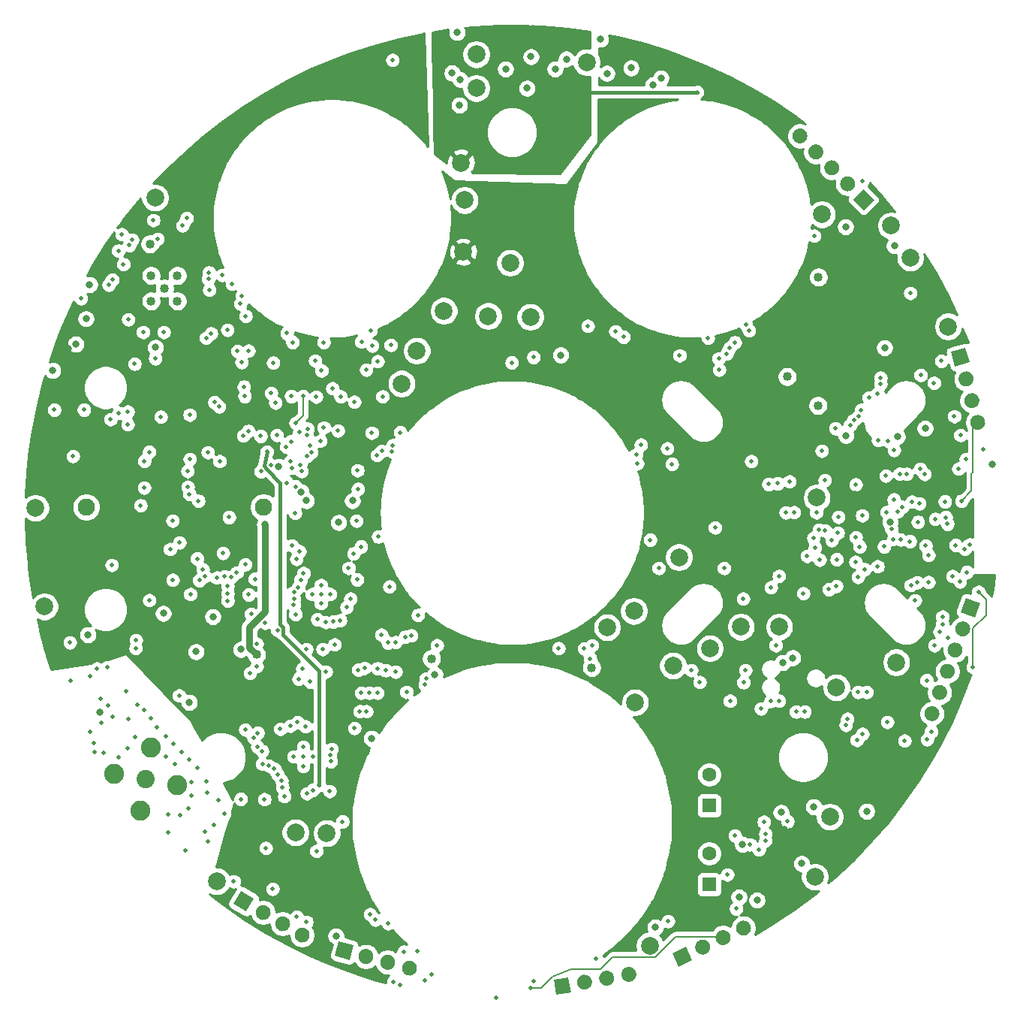
<source format=gbr>
G04 #@! TF.GenerationSoftware,KiCad,Pcbnew,(5.1.7)-1*
G04 #@! TF.CreationDate,2021-09-16T14:59:04-07:00*
G04 #@! TF.ProjectId,LCP_Controller,4c43505f-436f-46e7-9472-6f6c6c65722e,rev?*
G04 #@! TF.SameCoordinates,Original*
G04 #@! TF.FileFunction,Copper,L3,Inr*
G04 #@! TF.FilePolarity,Positive*
%FSLAX46Y46*%
G04 Gerber Fmt 4.6, Leading zero omitted, Abs format (unit mm)*
G04 Created by KiCad (PCBNEW (5.1.7)-1) date 2021-09-16 14:59:04*
%MOMM*%
%LPD*%
G01*
G04 APERTURE LIST*
G04 #@! TA.AperFunction,ComponentPad*
%ADD10C,2.250000*%
G04 #@! TD*
G04 #@! TA.AperFunction,ComponentPad*
%ADD11C,2.050000*%
G04 #@! TD*
G04 #@! TA.AperFunction,ComponentPad*
%ADD12C,2.000000*%
G04 #@! TD*
G04 #@! TA.AperFunction,ComponentPad*
%ADD13C,1.948180*%
G04 #@! TD*
G04 #@! TA.AperFunction,ComponentPad*
%ADD14C,0.500000*%
G04 #@! TD*
G04 #@! TA.AperFunction,ComponentPad*
%ADD15C,1.600000*%
G04 #@! TD*
G04 #@! TA.AperFunction,ComponentPad*
%ADD16R,1.600000X1.600000*%
G04 #@! TD*
G04 #@! TA.AperFunction,ComponentPad*
%ADD17C,0.100000*%
G04 #@! TD*
G04 #@! TA.AperFunction,ViaPad*
%ADD18C,0.508000*%
G04 #@! TD*
G04 #@! TA.AperFunction,ViaPad*
%ADD19C,0.800000*%
G04 #@! TD*
G04 #@! TA.AperFunction,ViaPad*
%ADD20C,1.016000*%
G04 #@! TD*
G04 #@! TA.AperFunction,Conductor*
%ADD21C,0.762000*%
G04 #@! TD*
G04 #@! TA.AperFunction,Conductor*
%ADD22C,0.381000*%
G04 #@! TD*
G04 #@! TA.AperFunction,Conductor*
%ADD23C,0.152400*%
G04 #@! TD*
G04 #@! TA.AperFunction,Conductor*
%ADD24C,0.203200*%
G04 #@! TD*
G04 #@! TA.AperFunction,Conductor*
%ADD25C,0.254000*%
G04 #@! TD*
G04 #@! TA.AperFunction,Conductor*
%ADD26C,0.100000*%
G04 #@! TD*
G04 APERTURE END LIST*
D10*
X144037530Y-173123762D03*
X139876238Y-176037530D03*
X136962470Y-171876238D03*
X141123762Y-168962470D03*
D11*
X140500000Y-172500000D03*
D12*
X148500000Y-184000000D03*
X160934400Y-178574700D03*
X195580000Y-153543000D03*
D13*
X153787899Y-141813517D03*
X133790479Y-141813517D03*
D14*
X157178200Y-169936800D03*
X158278200Y-171036800D03*
X158278200Y-169936800D03*
X158278200Y-168836800D03*
X159378200Y-169936800D03*
D15*
X204059579Y-180858517D03*
D16*
X204059579Y-184358517D03*
D12*
X128079500Y-141922500D03*
X141566900Y-106959400D03*
X171094400Y-124206000D03*
X174142400Y-119710200D03*
X129095500Y-153035000D03*
X195707000Y-163830000D03*
X211963000Y-155321000D03*
X157403800Y-178485800D03*
X192557400Y-155371800D03*
X197358000Y-191236600D03*
X216000000Y-183500000D03*
X199999600Y-159689800D03*
X200660000Y-147472400D03*
X217678000Y-176720500D03*
X207645000Y-155321000D03*
X225171000Y-159321500D03*
X218414600Y-162153600D03*
X176326800Y-113055400D03*
X226758500Y-113728500D03*
X231013000Y-121475500D03*
X190246000Y-91694000D03*
X216789000Y-108839000D03*
X176479200Y-107238800D03*
X179146200Y-120294400D03*
X176072800Y-103022400D03*
X177800000Y-94615000D03*
X177800000Y-90805000D03*
X204152500Y-157734000D03*
X169367200Y-127914400D03*
X183896000Y-120396000D03*
X216204800Y-140766800D03*
X224612200Y-110109000D03*
X181610000Y-114300000D03*
G04 #@! TA.AperFunction,ComponentPad*
G36*
G01*
X157730705Y-190791622D02*
X157730705Y-190791622D01*
G75*
G02*
X157419583Y-189630500I425000J736122D01*
G01*
X157419583Y-189630500D01*
G75*
G02*
X158580705Y-189319378I736122J-425000D01*
G01*
X158580705Y-189319378D01*
G75*
G02*
X158891827Y-190480500I-425000J-736122D01*
G01*
X158891827Y-190480500D01*
G75*
G02*
X157730705Y-190791622I-736122J425000D01*
G01*
G37*
G04 #@! TD.AperFunction*
G04 #@! TA.AperFunction,ComponentPad*
G36*
G01*
X155531000Y-189521622D02*
X155531000Y-189521622D01*
G75*
G02*
X155219878Y-188360500I425000J736122D01*
G01*
X155219878Y-188360500D01*
G75*
G02*
X156381000Y-188049378I736122J-425000D01*
G01*
X156381000Y-188049378D01*
G75*
G02*
X156692122Y-189210500I-425000J-736122D01*
G01*
X156692122Y-189210500D01*
G75*
G02*
X155531000Y-189521622I-736122J425000D01*
G01*
G37*
G04 #@! TD.AperFunction*
G04 #@! TA.AperFunction,ComponentPad*
G36*
G01*
X153331296Y-188251622D02*
X153331296Y-188251622D01*
G75*
G02*
X153020174Y-187090500I425000J736122D01*
G01*
X153020174Y-187090500D01*
G75*
G02*
X154181296Y-186779378I736122J-425000D01*
G01*
X154181296Y-186779378D01*
G75*
G02*
X154492418Y-187940500I-425000J-736122D01*
G01*
X154492418Y-187940500D01*
G75*
G02*
X153331296Y-188251622I-736122J425000D01*
G01*
G37*
G04 #@! TD.AperFunction*
G04 #@! TA.AperFunction,ComponentPad*
D17*
G36*
X151867713Y-187406622D02*
G01*
X150395469Y-186556622D01*
X151245469Y-185084378D01*
X152717713Y-185934378D01*
X151867713Y-187406622D01*
G37*
G04 #@! TD.AperFunction*
G04 #@! TA.AperFunction,ComponentPad*
G36*
G01*
X170040907Y-194604338D02*
X170040907Y-194604338D01*
G75*
G02*
X169439866Y-193563305I219996J821037D01*
G01*
X169439866Y-193563305D01*
G75*
G02*
X170480899Y-192962264I821037J-219996D01*
G01*
X170480899Y-192962264D01*
G75*
G02*
X171081940Y-194003297I-219996J-821037D01*
G01*
X171081940Y-194003297D01*
G75*
G02*
X170040907Y-194604338I-821037J219996D01*
G01*
G37*
G04 #@! TD.AperFunction*
G04 #@! TA.AperFunction,ComponentPad*
G36*
G01*
X167587455Y-193946938D02*
X167587455Y-193946938D01*
G75*
G02*
X166986414Y-192905905I219996J821037D01*
G01*
X166986414Y-192905905D01*
G75*
G02*
X168027447Y-192304864I821037J-219996D01*
G01*
X168027447Y-192304864D01*
G75*
G02*
X168628488Y-193345897I-219996J-821037D01*
G01*
X168628488Y-193345897D01*
G75*
G02*
X167587455Y-193946938I-821037J219996D01*
G01*
G37*
G04 #@! TD.AperFunction*
G04 #@! TA.AperFunction,ComponentPad*
G36*
G01*
X165134004Y-193289537D02*
X165134004Y-193289537D01*
G75*
G02*
X164532963Y-192248504I219996J821037D01*
G01*
X164532963Y-192248504D01*
G75*
G02*
X165573996Y-191647463I821037J-219996D01*
G01*
X165573996Y-191647463D01*
G75*
G02*
X166175037Y-192688496I-219996J-821037D01*
G01*
X166175037Y-192688496D01*
G75*
G02*
X165134004Y-193289537I-821037J219996D01*
G01*
G37*
G04 #@! TD.AperFunction*
G04 #@! TA.AperFunction,ComponentPad*
G36*
X163501589Y-192852133D02*
G01*
X161859515Y-192412141D01*
X162299507Y-190770067D01*
X163941581Y-191210059D01*
X163501589Y-192852133D01*
G37*
G04 #@! TD.AperFunction*
G04 #@! TA.AperFunction,ComponentPad*
G36*
G01*
X233538764Y-132507899D02*
X233538764Y-132507899D01*
G75*
G02*
X234139805Y-131466866I821037J219996D01*
G01*
X234139805Y-131466866D01*
G75*
G02*
X235180838Y-132067907I219996J-821037D01*
G01*
X235180838Y-132067907D01*
G75*
G02*
X234579797Y-133108940I-821037J-219996D01*
G01*
X234579797Y-133108940D01*
G75*
G02*
X233538764Y-132507899I-219996J821037D01*
G01*
G37*
G04 #@! TD.AperFunction*
G04 #@! TA.AperFunction,ComponentPad*
G36*
G01*
X232881364Y-130054447D02*
X232881364Y-130054447D01*
G75*
G02*
X233482405Y-129013414I821037J219996D01*
G01*
X233482405Y-129013414D01*
G75*
G02*
X234523438Y-129614455I219996J-821037D01*
G01*
X234523438Y-129614455D01*
G75*
G02*
X233922397Y-130655488I-821037J-219996D01*
G01*
X233922397Y-130655488D01*
G75*
G02*
X232881364Y-130054447I-219996J821037D01*
G01*
G37*
G04 #@! TD.AperFunction*
G04 #@! TA.AperFunction,ComponentPad*
G36*
G01*
X232223963Y-127600996D02*
X232223963Y-127600996D01*
G75*
G02*
X232825004Y-126559963I821037J219996D01*
G01*
X232825004Y-126559963D01*
G75*
G02*
X233866037Y-127161004I219996J-821037D01*
G01*
X233866037Y-127161004D01*
G75*
G02*
X233264996Y-128202037I-821037J-219996D01*
G01*
X233264996Y-128202037D01*
G75*
G02*
X232223963Y-127600996I-219996J821037D01*
G01*
G37*
G04 #@! TD.AperFunction*
G04 #@! TA.AperFunction,ComponentPad*
G36*
X231786559Y-125968581D02*
G01*
X231346567Y-124326507D01*
X232988641Y-123886515D01*
X233428633Y-125528589D01*
X231786559Y-125968581D01*
G37*
G04 #@! TD.AperFunction*
G04 #@! TA.AperFunction,ComponentPad*
G36*
G01*
X195154636Y-195322488D02*
X195154636Y-195322488D01*
G75*
G02*
X194169948Y-194633002I-147601J837087D01*
G01*
X194169948Y-194633002D01*
G75*
G02*
X194859434Y-193648314I837087J147601D01*
G01*
X194859434Y-193648314D01*
G75*
G02*
X195844122Y-194337800I147601J-837087D01*
G01*
X195844122Y-194337800D01*
G75*
G02*
X195154636Y-195322488I-837087J-147601D01*
G01*
G37*
G04 #@! TD.AperFunction*
G04 #@! TA.AperFunction,ComponentPad*
G36*
G01*
X192653224Y-195763554D02*
X192653224Y-195763554D01*
G75*
G02*
X191668536Y-195074068I-147601J837087D01*
G01*
X191668536Y-195074068D01*
G75*
G02*
X192358022Y-194089380I837087J147601D01*
G01*
X192358022Y-194089380D01*
G75*
G02*
X193342710Y-194778866I147601J-837087D01*
G01*
X193342710Y-194778866D01*
G75*
G02*
X192653224Y-195763554I-837087J-147601D01*
G01*
G37*
G04 #@! TD.AperFunction*
G04 #@! TA.AperFunction,ComponentPad*
G36*
G01*
X190151813Y-196204621D02*
X190151813Y-196204621D01*
G75*
G02*
X189167125Y-195515135I-147601J837087D01*
G01*
X189167125Y-195515135D01*
G75*
G02*
X189856611Y-194530447I837087J147601D01*
G01*
X189856611Y-194530447D01*
G75*
G02*
X190841299Y-195219933I147601J-837087D01*
G01*
X190841299Y-195219933D01*
G75*
G02*
X190151813Y-196204621I-837087J-147601D01*
G01*
G37*
G04 #@! TD.AperFunction*
G04 #@! TA.AperFunction,ComponentPad*
G36*
X188487488Y-196498086D02*
G01*
X186813314Y-196793288D01*
X186518112Y-195119114D01*
X188192286Y-194823912D01*
X188487488Y-196498086D01*
G37*
G04 #@! TD.AperFunction*
G04 #@! TA.AperFunction,ComponentPad*
G36*
G01*
X208299647Y-190044512D02*
X208299647Y-190044512D01*
G75*
G02*
X207170059Y-189633376I-359226J770362D01*
G01*
X207170059Y-189633376D01*
G75*
G02*
X207581195Y-188503788I770362J359226D01*
G01*
X207581195Y-188503788D01*
G75*
G02*
X208710783Y-188914924I359226J-770362D01*
G01*
X208710783Y-188914924D01*
G75*
G02*
X208299647Y-190044512I-770362J-359226D01*
G01*
G37*
G04 #@! TD.AperFunction*
G04 #@! TA.AperFunction,ComponentPad*
G36*
G01*
X205997626Y-191117962D02*
X205997626Y-191117962D01*
G75*
G02*
X204868038Y-190706826I-359226J770362D01*
G01*
X204868038Y-190706826D01*
G75*
G02*
X205279174Y-189577238I770362J359226D01*
G01*
X205279174Y-189577238D01*
G75*
G02*
X206408762Y-189988374I359226J-770362D01*
G01*
X206408762Y-189988374D01*
G75*
G02*
X205997626Y-191117962I-770362J-359226D01*
G01*
G37*
G04 #@! TD.AperFunction*
G04 #@! TA.AperFunction,ComponentPad*
G36*
G01*
X203695604Y-192191413D02*
X203695604Y-192191413D01*
G75*
G02*
X202566016Y-191780277I-359226J770362D01*
G01*
X202566016Y-191780277D01*
G75*
G02*
X202977152Y-190650689I770362J359226D01*
G01*
X202977152Y-190650689D01*
G75*
G02*
X204106740Y-191061825I359226J-770362D01*
G01*
X204106740Y-191061825D01*
G75*
G02*
X203695604Y-192191413I-770362J-359226D01*
G01*
G37*
G04 #@! TD.AperFunction*
G04 #@! TA.AperFunction,ComponentPad*
G36*
X202163943Y-192905637D02*
G01*
X200623220Y-193624088D01*
X199904769Y-192083365D01*
X201445492Y-191364914D01*
X202163943Y-192905637D01*
G37*
G04 #@! TD.AperFunction*
G04 #@! TA.AperFunction,ComponentPad*
G36*
G01*
X228404146Y-164812257D02*
X228404146Y-164812257D01*
G75*
G02*
X229493602Y-164304235I798739J-290717D01*
G01*
X229493602Y-164304235D01*
G75*
G02*
X230001624Y-165393691I-290717J-798739D01*
G01*
X230001624Y-165393691D01*
G75*
G02*
X228912168Y-165901713I-798739J290717D01*
G01*
X228912168Y-165901713D01*
G75*
G02*
X228404146Y-164812257I290717J798739D01*
G01*
G37*
G04 #@! TD.AperFunction*
G04 #@! TA.AperFunction,ComponentPad*
G36*
G01*
X229272877Y-162425438D02*
X229272877Y-162425438D01*
G75*
G02*
X230362333Y-161917416I798739J-290717D01*
G01*
X230362333Y-161917416D01*
G75*
G02*
X230870355Y-163006872I-290717J-798739D01*
G01*
X230870355Y-163006872D01*
G75*
G02*
X229780899Y-163514894I-798739J290717D01*
G01*
X229780899Y-163514894D01*
G75*
G02*
X229272877Y-162425438I290717J798739D01*
G01*
G37*
G04 #@! TD.AperFunction*
G04 #@! TA.AperFunction,ComponentPad*
G36*
G01*
X230141609Y-160038619D02*
X230141609Y-160038619D01*
G75*
G02*
X231231065Y-159530597I798739J-290717D01*
G01*
X231231065Y-159530597D01*
G75*
G02*
X231739087Y-160620053I-290717J-798739D01*
G01*
X231739087Y-160620053D01*
G75*
G02*
X230649631Y-161128075I-798739J290717D01*
G01*
X230649631Y-161128075D01*
G75*
G02*
X230141609Y-160038619I290717J798739D01*
G01*
G37*
G04 #@! TD.AperFunction*
G04 #@! TA.AperFunction,ComponentPad*
G36*
G01*
X231010340Y-157651800D02*
X231010340Y-157651800D01*
G75*
G02*
X232099796Y-157143778I798739J-290717D01*
G01*
X232099796Y-157143778D01*
G75*
G02*
X232607818Y-158233234I-290717J-798739D01*
G01*
X232607818Y-158233234D01*
G75*
G02*
X231518362Y-158741256I-798739J290717D01*
G01*
X231518362Y-158741256D01*
G75*
G02*
X231010340Y-157651800I290717J798739D01*
G01*
G37*
G04 #@! TD.AperFunction*
G04 #@! TA.AperFunction,ComponentPad*
G36*
G01*
X231879071Y-155264980D02*
X231879071Y-155264980D01*
G75*
G02*
X232968527Y-154756958I798739J-290717D01*
G01*
X232968527Y-154756958D01*
G75*
G02*
X233476549Y-155846414I-290717J-798739D01*
G01*
X233476549Y-155846414D01*
G75*
G02*
X232387093Y-156354436I-798739J290717D01*
G01*
X232387093Y-156354436D01*
G75*
G02*
X231879071Y-155264980I290717J798739D01*
G01*
G37*
G04 #@! TD.AperFunction*
G04 #@! TA.AperFunction,ComponentPad*
G36*
X232457085Y-153676900D02*
G01*
X233038519Y-152079422D01*
X234635997Y-152660856D01*
X234054563Y-154258334D01*
X232457085Y-153676900D01*
G37*
G04 #@! TD.AperFunction*
G04 #@! TA.AperFunction,ComponentPad*
G36*
G01*
X214904836Y-99402754D02*
X214904836Y-99402754D01*
G75*
G02*
X214904836Y-100604836I-601041J-601041D01*
G01*
X214904836Y-100604836D01*
G75*
G02*
X213702754Y-100604836I-601041J601041D01*
G01*
X213702754Y-100604836D01*
G75*
G02*
X213702754Y-99402754I601041J601041D01*
G01*
X213702754Y-99402754D01*
G75*
G02*
X214904836Y-99402754I601041J-601041D01*
G01*
G37*
G04 #@! TD.AperFunction*
G04 #@! TA.AperFunction,ComponentPad*
G36*
G01*
X216700887Y-101198805D02*
X216700887Y-101198805D01*
G75*
G02*
X216700887Y-102400887I-601041J-601041D01*
G01*
X216700887Y-102400887D01*
G75*
G02*
X215498805Y-102400887I-601041J601041D01*
G01*
X215498805Y-102400887D01*
G75*
G02*
X215498805Y-101198805I601041J601041D01*
G01*
X215498805Y-101198805D01*
G75*
G02*
X216700887Y-101198805I601041J-601041D01*
G01*
G37*
G04 #@! TD.AperFunction*
G04 #@! TA.AperFunction,ComponentPad*
G36*
G01*
X218496939Y-102994857D02*
X218496939Y-102994857D01*
G75*
G02*
X218496939Y-104196939I-601041J-601041D01*
G01*
X218496939Y-104196939D01*
G75*
G02*
X217294857Y-104196939I-601041J601041D01*
G01*
X217294857Y-104196939D01*
G75*
G02*
X217294857Y-102994857I601041J601041D01*
G01*
X217294857Y-102994857D01*
G75*
G02*
X218496939Y-102994857I601041J-601041D01*
G01*
G37*
G04 #@! TD.AperFunction*
G04 #@! TA.AperFunction,ComponentPad*
G36*
G01*
X220292990Y-104790908D02*
X220292990Y-104790908D01*
G75*
G02*
X220292990Y-105992990I-601041J-601041D01*
G01*
X220292990Y-105992990D01*
G75*
G02*
X219090908Y-105992990I-601041J601041D01*
G01*
X219090908Y-105992990D01*
G75*
G02*
X219090908Y-104790908I601041J601041D01*
G01*
X219090908Y-104790908D01*
G75*
G02*
X220292990Y-104790908I601041J-601041D01*
G01*
G37*
G04 #@! TD.AperFunction*
G04 #@! TA.AperFunction,ComponentPad*
G36*
X221488000Y-105985918D02*
G01*
X222690082Y-107188000D01*
X221488000Y-108390082D01*
X220285918Y-107188000D01*
X221488000Y-105985918D01*
G37*
G04 #@! TD.AperFunction*
D15*
X204059579Y-171968517D03*
D16*
X204059579Y-175468517D03*
D18*
X136271000Y-164211000D03*
X137414000Y-170053000D03*
X135509000Y-166116000D03*
X138430000Y-169037000D03*
X143764000Y-170815000D03*
X135001000Y-160020000D03*
X136144000Y-159893000D03*
X142748000Y-169926000D03*
X134747000Y-169418000D03*
D19*
X221839579Y-176103517D03*
D18*
X210409579Y-179405517D03*
D19*
X215870579Y-175595517D03*
X175064840Y-92905160D03*
X195255000Y-92335000D03*
X219456000Y-110236000D03*
X175615600Y-88341200D03*
D18*
X160274000Y-151638000D03*
X160274000Y-150622000D03*
X160274000Y-152654000D03*
X161290000Y-151638000D03*
X159258000Y-151638000D03*
X168351200Y-91440000D03*
X137993010Y-114449395D03*
X139258435Y-125688791D03*
X223997266Y-138293987D03*
D20*
X216399362Y-115913918D03*
D18*
X226123500Y-168148000D03*
X202057000Y-160210500D03*
X208153000Y-160210500D03*
D19*
X192530660Y-92953340D03*
D18*
X212699600Y-142443200D03*
X213106000Y-138938000D03*
D19*
X191820800Y-89103200D03*
D18*
X206121000Y-183235600D03*
X210234453Y-177303514D03*
X159359600Y-173710600D03*
X161264600Y-173837600D03*
X141579600Y-125095000D03*
X164445979Y-139773543D03*
X165699800Y-162763800D03*
X166624000Y-162763200D03*
X164820600Y-162763200D03*
X167109790Y-156218026D03*
X149758400Y-151536400D03*
X149758400Y-152374600D03*
X136677400Y-148361400D03*
X149752406Y-150756237D03*
X168711344Y-160395393D03*
X164668200Y-164852379D03*
X199434421Y-188504938D03*
X169621200Y-191935100D03*
X171958000Y-195211700D03*
X137807966Y-111087166D03*
X164407798Y-137687021D03*
X220608510Y-139272981D03*
X217106500Y-138811000D03*
X216154000Y-142430500D03*
D20*
X212852000Y-127127000D03*
X216344500Y-130365500D03*
D18*
X228600000Y-161353500D03*
X224155000Y-166052500D03*
D19*
X224967800Y-112369600D03*
X209473800Y-186131200D03*
X207441800Y-185775600D03*
D18*
X218631792Y-142943041D03*
X227787200Y-141427200D03*
D19*
X224468063Y-143489936D03*
D18*
X221602300Y-148831300D03*
X230263700Y-125361700D03*
X157949900Y-137096500D03*
X160845118Y-160381921D03*
X157861000Y-146812000D03*
X146304000Y-147637500D03*
X157217010Y-152871755D03*
D19*
X158034618Y-140115990D03*
X165989000Y-167894000D03*
D18*
X210409579Y-178643517D03*
D19*
X212356700Y-159346900D03*
D18*
X216782145Y-135494909D03*
D19*
X219492924Y-133762195D03*
X223863738Y-123866068D03*
D18*
X233038645Y-136441622D03*
X233127580Y-149161500D03*
D19*
X135325232Y-164915454D03*
D18*
X135382000Y-163449000D03*
X138557000Y-165735000D03*
X139573000Y-164084000D03*
X138303000Y-162560000D03*
X140335000Y-164719000D03*
X141097000Y-165608000D03*
X141732000Y-166624000D03*
X142748000Y-167640000D03*
X143637000Y-168529000D03*
X144526000Y-169418000D03*
X145415000Y-170307000D03*
X146304000Y-171196000D03*
X147320000Y-172720000D03*
X145669000Y-172847000D03*
X145669000Y-174371000D03*
X147447000Y-173990000D03*
X148717000Y-174879000D03*
X149352000Y-176403000D03*
X148209000Y-177673000D03*
X147193000Y-178435000D03*
X147500000Y-179500000D03*
X145000000Y-180500000D03*
X143000000Y-178500000D03*
X143000000Y-176500000D03*
X144399000Y-176530000D03*
X145288000Y-175768000D03*
X135763000Y-169545000D03*
X134620000Y-168402000D03*
X134239000Y-167132000D03*
X134239000Y-160909000D03*
X148510610Y-149780322D03*
X152400000Y-153876390D03*
D19*
X142494000Y-153797000D03*
D18*
X158635924Y-157838790D03*
D19*
X151247485Y-157861533D03*
D18*
X234953783Y-135296386D03*
D19*
X214500000Y-182000000D03*
D18*
X131996699Y-161419052D03*
X204724000Y-144145000D03*
X164846000Y-123190000D03*
X203930597Y-122763124D03*
X156972000Y-137414000D03*
X167132000Y-135509000D03*
X168148000Y-123571000D03*
X198374000Y-148717000D03*
X223807472Y-146271444D03*
X220856543Y-149705334D03*
X200738343Y-124736202D03*
X225653676Y-145496225D03*
X228354789Y-138109054D03*
X158073964Y-137793557D03*
X165376210Y-126365000D03*
X225333533Y-142301765D03*
X223077168Y-129009168D03*
X222075879Y-129506973D03*
X208557558Y-121918227D03*
D19*
X162264790Y-143564705D03*
D18*
X166741308Y-145165288D03*
X168697307Y-157054862D03*
X160185100Y-134366000D03*
X165862000Y-121945354D03*
X166018200Y-133458985D03*
D20*
X190813886Y-159908287D03*
D19*
X163830000Y-141097000D03*
X158623000Y-141097000D03*
X153924000Y-143790992D03*
D20*
X152991932Y-158461177D03*
D18*
X139319000Y-167767000D03*
D19*
X145415000Y-163830000D03*
D20*
X172720000Y-158899210D03*
D19*
X133985000Y-156210000D03*
X186690000Y-91186000D03*
X184150000Y-87884000D03*
X180848000Y-88138000D03*
X185166000Y-103632000D03*
X174752000Y-89662000D03*
D18*
X202692000Y-95059500D03*
D19*
X183959500Y-91059000D03*
X175895000Y-96520000D03*
X175942912Y-93630170D03*
X187960000Y-91338400D03*
X212576579Y-178143517D03*
X211552579Y-180929517D03*
X131755516Y-123984819D03*
D18*
X206502000Y-93726000D03*
X184912000Y-111061500D03*
D19*
X218163499Y-159851790D03*
X221098103Y-161391192D03*
D18*
X230632000Y-133832600D03*
X217474800Y-154838400D03*
X231038400Y-128625600D03*
D19*
X162064700Y-181305200D03*
X157685798Y-180952710D03*
D18*
X220522800Y-140208000D03*
X197866000Y-122174000D03*
X214058500Y-139509500D03*
D20*
X208089500Y-129857500D03*
X209359500Y-131826000D03*
X212026500Y-129286000D03*
D18*
X206083166Y-158204166D03*
X195008500Y-156591000D03*
D19*
X210058000Y-187807600D03*
X204724000Y-162965618D03*
X198006711Y-163282889D03*
D18*
X209902747Y-136086821D03*
D20*
X211455000Y-132946790D03*
X214091965Y-116582077D03*
D19*
X141478000Y-158242000D03*
X212187579Y-176234790D03*
X207834031Y-179853376D03*
D18*
X158673800Y-174091600D03*
X161391600Y-170484800D03*
X161489630Y-169093615D03*
X161318324Y-169780590D03*
X140208000Y-122110500D03*
X142557500Y-122110500D03*
D19*
X133769353Y-120602327D03*
X134189359Y-116758568D03*
D18*
X138528410Y-120689397D03*
X142214600Y-131648200D03*
X156887817Y-134428399D03*
X160078096Y-173131590D03*
X154178000Y-135586907D03*
X155140463Y-130070023D03*
X156913083Y-129336622D03*
X146950876Y-148832124D03*
X152120069Y-151688269D03*
X158664605Y-133705148D03*
X169221416Y-133407416D03*
X167819677Y-157105379D03*
X161802035Y-157308580D03*
X157225881Y-152125278D03*
X159867600Y-154482800D03*
X161645600Y-154736800D03*
X160782000Y-154787600D03*
X163604590Y-152146000D03*
X163169600Y-153111200D03*
X157394228Y-153920810D03*
X152069800Y-133248400D03*
X158318200Y-149275800D03*
X160605871Y-132864268D03*
X162458400Y-154584400D03*
X233837302Y-159859802D03*
X233426000Y-146050000D03*
X234442000Y-151384000D03*
X136779000Y-165481000D03*
D19*
X148082000Y-154178000D03*
D18*
X144270148Y-163067074D03*
D19*
X173130875Y-160712033D03*
X213487000Y-158813500D03*
D18*
X230949500Y-143727420D03*
X230379297Y-155003500D03*
X203009500Y-161544000D03*
X207942000Y-161587000D03*
X196364210Y-134789281D03*
X195834000Y-135890000D03*
X216447075Y-144395276D03*
X216540384Y-147757506D03*
X195961000Y-136906000D03*
X220625266Y-145243626D03*
X225863743Y-141807076D03*
X215990117Y-146366284D03*
X215823224Y-145305873D03*
X152106886Y-124206000D03*
X143560800Y-150037800D03*
X164795200Y-146278600D03*
X144322800Y-145829232D03*
X162712400Y-177266600D03*
X164058600Y-166751000D03*
X153909529Y-174757296D03*
X166059197Y-123650390D03*
X153644177Y-169316134D03*
X143256000Y-146558000D03*
X143535400Y-143357600D03*
X149901852Y-142968690D03*
X166395400Y-188341000D03*
X151231600Y-174726600D03*
X156972000Y-146151600D03*
X163963388Y-147046988D03*
X150444200Y-183997600D03*
X164265539Y-143378518D03*
X159063854Y-161511024D03*
X150849172Y-124243430D03*
X151330010Y-125506437D03*
X151729922Y-166913078D03*
X160348002Y-126441200D03*
X164350700Y-149999700D03*
X172010401Y-161850506D03*
X167216673Y-129363673D03*
X167997239Y-150782083D03*
X152667806Y-167804247D03*
X159613600Y-125320589D03*
X163400110Y-148695158D03*
X172126829Y-161152132D03*
X166660643Y-125404029D03*
X171206550Y-153991394D03*
X153144573Y-167274037D03*
X227863400Y-137515600D03*
X221361000Y-105079800D03*
X218444855Y-147720021D03*
X218313000Y-132969000D03*
X223392800Y-127247849D03*
X224651799Y-144323949D03*
X145440400Y-140360400D03*
X157406410Y-139509087D03*
X184277000Y-195275200D03*
X171119800Y-191897000D03*
X158648400Y-188569600D03*
X158546800Y-166547800D03*
X155369341Y-171936421D03*
X172797720Y-194503691D03*
X191325500Y-192697100D03*
X145262600Y-139547600D03*
X156432192Y-139088188D03*
X156819600Y-166484300D03*
X154355800Y-170967400D03*
X154825700Y-184861200D03*
X165823900Y-187718700D03*
X168452800Y-195313300D03*
X183959500Y-195999100D03*
D19*
X198005700Y-189166500D03*
D18*
X139929424Y-141631224D03*
X157364621Y-142493114D03*
X167852969Y-188737890D03*
X157627180Y-166072317D03*
X155013010Y-171324613D03*
X157549840Y-187995050D03*
X169159722Y-195691282D03*
X146456400Y-141122400D03*
X140335000Y-139649200D03*
X180009800Y-197078600D03*
X155694285Y-166823862D03*
X153668895Y-170782415D03*
X155360547Y-155681268D03*
X145542000Y-151638000D03*
D19*
X161975112Y-190153938D03*
D18*
X208809705Y-136654048D03*
X210769200Y-139242800D03*
X213626700Y-142417800D03*
X214693500Y-151549100D03*
X211923536Y-149599621D03*
X211034622Y-150881650D03*
X228806390Y-150291067D03*
X232346500Y-150241000D03*
D19*
X198628000Y-93472000D03*
D18*
X229108000Y-167132000D03*
X221361000Y-167386000D03*
X227533529Y-150324327D03*
X219646500Y-165700032D03*
X158191120Y-160029510D03*
X190848356Y-157423603D03*
X157755889Y-161182417D03*
X153035000Y-159766000D03*
D19*
X197749083Y-94268990D03*
D18*
X228663500Y-168021000D03*
X220726000Y-168084500D03*
X227297055Y-152352474D03*
X219483656Y-166389062D03*
X189967498Y-157781610D03*
X152273000Y-160528000D03*
X231528510Y-149606000D03*
D19*
X236000000Y-137000000D03*
D18*
X231881039Y-146106939D03*
X231724452Y-131595755D03*
X230761817Y-142974357D03*
X230379317Y-154178000D03*
X211582000Y-157416500D03*
X232543379Y-141118880D03*
X211944749Y-163649010D03*
X220863043Y-162683810D03*
X218593737Y-144727695D03*
X213868000Y-164893610D03*
X230990256Y-156594384D03*
X232911688Y-146536584D03*
X214820500Y-164893610D03*
X228806390Y-147246689D03*
X229496510Y-157418998D03*
X153035000Y-157226000D03*
D19*
X130021490Y-126428500D03*
D18*
X133197600Y-118313200D03*
X224917794Y-135414688D03*
X226349779Y-138087043D03*
X199334918Y-135222840D03*
X199875054Y-136969614D03*
D19*
X132613134Y-123470510D03*
D18*
X130200400Y-130860800D03*
X149710790Y-121870219D03*
X148838781Y-136655251D03*
X156367141Y-135027525D03*
X156424753Y-122228410D03*
X147894757Y-122244399D03*
X147497076Y-135662124D03*
X155295600Y-133731000D03*
X156871112Y-136642785D03*
X157830186Y-133369950D03*
X147315747Y-122758620D03*
X160581331Y-123247179D03*
X157066683Y-123247179D03*
X157416500Y-132334000D03*
X158242000Y-129336631D03*
X151373940Y-118017131D03*
X151199737Y-118911159D03*
X153479567Y-133826220D03*
X151513780Y-133779020D03*
X151790400Y-120294400D03*
X147642140Y-115384039D03*
X138491179Y-131064000D03*
X148768245Y-130508390D03*
X137464772Y-131215897D03*
X147574891Y-116114403D03*
X148257504Y-130018060D03*
X141840790Y-111607600D03*
X144675202Y-110109000D03*
X150240281Y-116676412D03*
X150190200Y-149682200D03*
X157984810Y-150051318D03*
X147672897Y-117360314D03*
X149225000Y-147015200D03*
X157502210Y-147675600D03*
X157720778Y-150906987D03*
X149135755Y-115693037D03*
X149402800Y-149656800D03*
X157225881Y-151413305D03*
X136550400Y-131927600D03*
X145135600Y-109270800D03*
X141376400Y-109499400D03*
X138986423Y-111691255D03*
X145463275Y-131422790D03*
X155832190Y-172669200D03*
X139402678Y-156844748D03*
X138658600Y-112318800D03*
X155939828Y-173407192D03*
X139374990Y-157727676D03*
X137414000Y-112928400D03*
X140893800Y-135610600D03*
X132308600Y-136093200D03*
X156128774Y-174414983D03*
X131953000Y-157099000D03*
D19*
X186690000Y-92456000D03*
D18*
X229438200Y-127838200D03*
D19*
X187318667Y-124701135D03*
D18*
X221205250Y-130881086D03*
X206966400Y-123255385D03*
X230667924Y-141200245D03*
D19*
X183515000Y-94615000D03*
D18*
X194391221Y-122648389D03*
X193493703Y-122024790D03*
X190373000Y-121412000D03*
D20*
X142621000Y-117157500D03*
X144068800Y-118618000D03*
X141122400Y-118618000D03*
X144068800Y-115722400D03*
X141122400Y-115722400D03*
D19*
X141605000Y-123825000D03*
D20*
X140970000Y-112166400D03*
D18*
X232410400Y-133730600D03*
X181792871Y-125537782D03*
X219958084Y-132589435D03*
X205144472Y-125077312D03*
X232190968Y-137508653D03*
X224104200Y-142392400D03*
X215900000Y-111252000D03*
X205209790Y-126363356D03*
X221325140Y-142762202D03*
X220568289Y-148003266D03*
X205740000Y-148717000D03*
X206416267Y-163667228D03*
X217577399Y-151094097D03*
X173373976Y-157396740D03*
X187089595Y-157727573D03*
X160460347Y-157838790D03*
X217152116Y-144478314D03*
X159766000Y-180581300D03*
X154063700Y-180251100D03*
X217902519Y-145576968D03*
X218409803Y-150741686D03*
X190653438Y-158923772D03*
X153106010Y-168856072D03*
X197421821Y-145514078D03*
X154660600Y-128984211D03*
X154889200Y-125552200D03*
X226940585Y-141233505D03*
X227920839Y-126957032D03*
X223415864Y-127955485D03*
X208215393Y-121298385D03*
X210997800Y-163703000D03*
X208690010Y-179860583D03*
X212916753Y-177250710D03*
X229574710Y-143160624D03*
X230073222Y-155870338D03*
X209905600Y-164541200D03*
X209683131Y-180410069D03*
X206968146Y-178850346D03*
X221823070Y-162683810D03*
X223078591Y-148513798D03*
X226822000Y-150622000D03*
X207899000Y-152146000D03*
X228495543Y-146185523D03*
X207102867Y-187079612D03*
X147172590Y-149631400D03*
X146557297Y-150077725D03*
X170462590Y-156286200D03*
X165411817Y-164852379D03*
X169924591Y-162659707D03*
X169772542Y-156444676D03*
X224850648Y-145449852D03*
D19*
X225300461Y-133888798D03*
D18*
X226745800Y-117703600D03*
X226714088Y-145685989D03*
D19*
X228427977Y-132942904D03*
X181102000Y-92456000D03*
D18*
X145491200Y-136423400D03*
X154668901Y-137123000D03*
X145211800Y-137769600D03*
X153499351Y-137806148D03*
X140355915Y-136648810D03*
D19*
X155511234Y-137263750D03*
D18*
X153983683Y-154881592D03*
X140893800Y-152323800D03*
X161555453Y-128450990D03*
X151582733Y-128252664D03*
X162505926Y-129373776D03*
X151671531Y-129336622D03*
X162201355Y-133216679D03*
X158759329Y-133003501D03*
X164050446Y-129962517D03*
X159739092Y-129387424D03*
X150780781Y-149207688D03*
X152818846Y-149922911D03*
X151735186Y-148289614D03*
X166592221Y-135972280D03*
X158669637Y-136096768D03*
X168286124Y-135567159D03*
X167598471Y-160233171D03*
X159207200Y-135636000D03*
X164500185Y-160161543D03*
X159040943Y-134854735D03*
X168363367Y-134863374D03*
X166649125Y-160000920D03*
X165178796Y-159959632D03*
X211771604Y-139159738D03*
X227619879Y-143489635D03*
X221035322Y-146280706D03*
X215128936Y-147342210D03*
X133553200Y-130860800D03*
X136323820Y-116793649D03*
X224255358Y-134390293D03*
X225551190Y-138087043D03*
X184245531Y-124936531D03*
X220385020Y-132024629D03*
X206058069Y-124544716D03*
X136734598Y-116216984D03*
X138470210Y-132483210D03*
X224883532Y-140958316D03*
X223123085Y-134280668D03*
X220953094Y-131602051D03*
X206356346Y-123865439D03*
D19*
X146177000Y-158115000D03*
D21*
X152199999Y-155359803D02*
X152199999Y-157626801D01*
X153924000Y-143790992D02*
X153924000Y-153635802D01*
X152199999Y-157626801D02*
X152991932Y-158418734D01*
X152991932Y-158418734D02*
X152991932Y-158461177D01*
X153924000Y-153635802D02*
X152199999Y-155359803D01*
D22*
X202692000Y-95059500D02*
X190182500Y-95059500D01*
X160078096Y-160317078D02*
X160078096Y-173131590D01*
X156005048Y-156244030D02*
X160078096Y-160317078D01*
X156005048Y-155371907D02*
X156005048Y-156244030D01*
X155676600Y-155043459D02*
X156005048Y-155371907D01*
X154178000Y-135586907D02*
X153857750Y-137210685D01*
X155676600Y-139079385D02*
X155676600Y-155043459D01*
X153857750Y-137210685D02*
X154143852Y-137496787D01*
X154143852Y-137496787D02*
X154143852Y-137546637D01*
X154143852Y-137546637D02*
X155676600Y-139079385D01*
D23*
X233837302Y-155481198D02*
X233837302Y-159859802D01*
X235331000Y-153987500D02*
X233837302Y-155481198D01*
X235331000Y-152273000D02*
X234442000Y-151384000D01*
X235331000Y-153987500D02*
X235331000Y-152273000D01*
D24*
X200251520Y-190269450D02*
X205560250Y-190269450D01*
X193189519Y-192538201D02*
X197982769Y-192538201D01*
X191786020Y-193941700D02*
X193189519Y-192538201D01*
X188524036Y-193941700D02*
X191786020Y-193941700D01*
X186369328Y-194770372D02*
X188524036Y-193941700D01*
X205560250Y-190269450D02*
X205638400Y-190347600D01*
X197982769Y-192538201D02*
X200251520Y-190269450D01*
X185140600Y-195999100D02*
X186369328Y-194770372D01*
X183959500Y-195999100D02*
X185140600Y-195999100D01*
D23*
X232543379Y-141118880D02*
X233657790Y-140004469D01*
X233657790Y-138061588D02*
X233819588Y-137899790D01*
X233657790Y-140004469D02*
X233657790Y-138061588D01*
X233819588Y-132828116D02*
X234359801Y-132287903D01*
X233819588Y-137899790D02*
X233819588Y-132828116D01*
X158242000Y-131508500D02*
X158242000Y-129336631D01*
X157416500Y-132334000D02*
X158242000Y-131508500D01*
D25*
X172298839Y-101177890D02*
X172233321Y-101095733D01*
X171971197Y-100703437D01*
X171720752Y-100452992D01*
X171586266Y-100284352D01*
X170515189Y-99213275D01*
X170346549Y-99078789D01*
X170096104Y-98828344D01*
X169703808Y-98566220D01*
X169330924Y-98268855D01*
X168120708Y-97508427D01*
X167891227Y-97355092D01*
X167413139Y-97157062D01*
X166683637Y-96805752D01*
X165919384Y-96538328D01*
X165441300Y-96340299D01*
X165170624Y-96286458D01*
X163777153Y-95968408D01*
X163303220Y-95915009D01*
X162840470Y-95822962D01*
X162486282Y-95822962D01*
X162271945Y-95798812D01*
X160757213Y-95798812D01*
X160542876Y-95822962D01*
X160188688Y-95822962D01*
X159725938Y-95915009D01*
X159252005Y-95968408D01*
X157858534Y-96286458D01*
X157587858Y-96340299D01*
X157109774Y-96538328D01*
X156345521Y-96805752D01*
X155616019Y-97157062D01*
X155137931Y-97355092D01*
X154908450Y-97508427D01*
X153698234Y-98268855D01*
X153325350Y-98566220D01*
X152933054Y-98828344D01*
X152682609Y-99078789D01*
X152513969Y-99213275D01*
X151442892Y-100284352D01*
X151308406Y-100452992D01*
X151057961Y-100703437D01*
X150795837Y-101095733D01*
X150498472Y-101468617D01*
X149738044Y-102678833D01*
X149584709Y-102908314D01*
X149386679Y-103386402D01*
X149035369Y-104115904D01*
X148767945Y-104880157D01*
X148569916Y-105358241D01*
X148516075Y-105628917D01*
X148198025Y-107022388D01*
X148144626Y-107496321D01*
X148052579Y-107959071D01*
X148052579Y-108313259D01*
X148028429Y-108527596D01*
X148028429Y-110042328D01*
X148052579Y-110256665D01*
X148052579Y-110610853D01*
X148144626Y-111073603D01*
X148198025Y-111547536D01*
X148516075Y-112941007D01*
X148569916Y-113211683D01*
X148767945Y-113689767D01*
X149035369Y-114454020D01*
X149203928Y-114804037D01*
X149048196Y-114804037D01*
X148876443Y-114838201D01*
X148714656Y-114905216D01*
X148569051Y-115002506D01*
X148482288Y-115089269D01*
X148429961Y-114962940D01*
X148332671Y-114817335D01*
X148208844Y-114693508D01*
X148063239Y-114596218D01*
X147901452Y-114529203D01*
X147729699Y-114495039D01*
X147554581Y-114495039D01*
X147382828Y-114529203D01*
X147221041Y-114596218D01*
X147075436Y-114693508D01*
X146951609Y-114817335D01*
X146854319Y-114962940D01*
X146787304Y-115124727D01*
X146753140Y-115296480D01*
X146753140Y-115471598D01*
X146787304Y-115643351D01*
X146799988Y-115673971D01*
X146787070Y-115693304D01*
X146720055Y-115855091D01*
X146685891Y-116026844D01*
X146685891Y-116201962D01*
X146720055Y-116373715D01*
X146787070Y-116535502D01*
X146884360Y-116681107D01*
X146989615Y-116786362D01*
X146982366Y-116793610D01*
X146885076Y-116939215D01*
X146818061Y-117101002D01*
X146783897Y-117272755D01*
X146783897Y-117447873D01*
X146818061Y-117619626D01*
X146885076Y-117781413D01*
X146982366Y-117927018D01*
X147106193Y-118050845D01*
X147251798Y-118148135D01*
X147413585Y-118215150D01*
X147585338Y-118249314D01*
X147760456Y-118249314D01*
X147932209Y-118215150D01*
X148093996Y-118148135D01*
X148239601Y-118050845D01*
X148363428Y-117927018D01*
X148460718Y-117781413D01*
X148527733Y-117619626D01*
X148561897Y-117447873D01*
X148561897Y-117272755D01*
X148527733Y-117101002D01*
X148460718Y-116939215D01*
X148363428Y-116793610D01*
X148258174Y-116688356D01*
X148265422Y-116681107D01*
X148362712Y-116535502D01*
X148429727Y-116373715D01*
X148451208Y-116265725D01*
X148569051Y-116383568D01*
X148714656Y-116480858D01*
X148876443Y-116547873D01*
X149048196Y-116582037D01*
X149223314Y-116582037D01*
X149357964Y-116555253D01*
X149351281Y-116588853D01*
X149351281Y-116763971D01*
X149385445Y-116935724D01*
X149452460Y-117097511D01*
X149549750Y-117243116D01*
X149673577Y-117366943D01*
X149819182Y-117464233D01*
X149980969Y-117531248D01*
X150152722Y-117565412D01*
X150327840Y-117565412D01*
X150499593Y-117531248D01*
X150661380Y-117464233D01*
X150686161Y-117447675D01*
X150683409Y-117450427D01*
X150586119Y-117596032D01*
X150519104Y-117757819D01*
X150484940Y-117929572D01*
X150484940Y-118104690D01*
X150519104Y-118276443D01*
X150536125Y-118317536D01*
X150509206Y-118344455D01*
X150411916Y-118490060D01*
X150344901Y-118651847D01*
X150310737Y-118823600D01*
X150310737Y-118998718D01*
X150344901Y-119170471D01*
X150411916Y-119332258D01*
X150509206Y-119477863D01*
X150633033Y-119601690D01*
X150778638Y-119698980D01*
X150940425Y-119765995D01*
X151058575Y-119789497D01*
X151002579Y-119873301D01*
X150935564Y-120035088D01*
X150901400Y-120206841D01*
X150901400Y-120381959D01*
X150935564Y-120553712D01*
X151002579Y-120715499D01*
X151099869Y-120861104D01*
X151223696Y-120984931D01*
X151369301Y-121082221D01*
X151531088Y-121149236D01*
X151702841Y-121183400D01*
X151877959Y-121183400D01*
X152049712Y-121149236D01*
X152211499Y-121082221D01*
X152357104Y-120984931D01*
X152480931Y-120861104D01*
X152578221Y-120715499D01*
X152645236Y-120553712D01*
X152679400Y-120381959D01*
X152679400Y-120206841D01*
X152645236Y-120035088D01*
X152578221Y-119873301D01*
X152480931Y-119727696D01*
X152357104Y-119603869D01*
X152211499Y-119506579D01*
X152049712Y-119439564D01*
X151931562Y-119416062D01*
X151987558Y-119332258D01*
X152054573Y-119170471D01*
X152088737Y-118998718D01*
X152088737Y-118931417D01*
X152513969Y-119356649D01*
X152682609Y-119491135D01*
X152933054Y-119741580D01*
X153325350Y-120003704D01*
X153698234Y-120301069D01*
X154908450Y-121061497D01*
X155137931Y-121214832D01*
X155616019Y-121412862D01*
X155865408Y-121532962D01*
X155858049Y-121537879D01*
X155734222Y-121661706D01*
X155636932Y-121807311D01*
X155569917Y-121969098D01*
X155535753Y-122140851D01*
X155535753Y-122315969D01*
X155569917Y-122487722D01*
X155636932Y-122649509D01*
X155734222Y-122795114D01*
X155858049Y-122918941D01*
X156003654Y-123016231D01*
X156165441Y-123083246D01*
X156191831Y-123088495D01*
X156177683Y-123159620D01*
X156177683Y-123334738D01*
X156211847Y-123506491D01*
X156278862Y-123668278D01*
X156376152Y-123813883D01*
X156499979Y-123937710D01*
X156645584Y-124035000D01*
X156807371Y-124102015D01*
X156979124Y-124136179D01*
X157154242Y-124136179D01*
X157325995Y-124102015D01*
X157487782Y-124035000D01*
X157633387Y-123937710D01*
X157757214Y-123813883D01*
X157854504Y-123668278D01*
X157921519Y-123506491D01*
X157955683Y-123334738D01*
X157955683Y-123159620D01*
X157921519Y-122987867D01*
X157854504Y-122826080D01*
X157757214Y-122680475D01*
X157633387Y-122556648D01*
X157487782Y-122459358D01*
X157325995Y-122392343D01*
X157299605Y-122387094D01*
X157313753Y-122315969D01*
X157313753Y-122140851D01*
X157308385Y-122113863D01*
X157587858Y-122229625D01*
X157858534Y-122283466D01*
X159252005Y-122601516D01*
X159725938Y-122654915D01*
X159886534Y-122686860D01*
X159793510Y-122826080D01*
X159726495Y-122987867D01*
X159692331Y-123159620D01*
X159692331Y-123334738D01*
X159726495Y-123506491D01*
X159793510Y-123668278D01*
X159890800Y-123813883D01*
X160014627Y-123937710D01*
X160160232Y-124035000D01*
X160322019Y-124102015D01*
X160493772Y-124136179D01*
X160668890Y-124136179D01*
X160840643Y-124102015D01*
X161002430Y-124035000D01*
X161148035Y-123937710D01*
X161271862Y-123813883D01*
X161369152Y-123668278D01*
X161436167Y-123506491D01*
X161470331Y-123334738D01*
X161470331Y-123159620D01*
X161436167Y-122987867D01*
X161369152Y-122826080D01*
X161332424Y-122771112D01*
X162271945Y-122771112D01*
X162486282Y-122746962D01*
X162840470Y-122746962D01*
X163303220Y-122654915D01*
X163777153Y-122601516D01*
X164307854Y-122480387D01*
X164279296Y-122499469D01*
X164155469Y-122623296D01*
X164058179Y-122768901D01*
X163991164Y-122930688D01*
X163957000Y-123102441D01*
X163957000Y-123277559D01*
X163991164Y-123449312D01*
X164058179Y-123611099D01*
X164155469Y-123756704D01*
X164279296Y-123880531D01*
X164424901Y-123977821D01*
X164586688Y-124044836D01*
X164758441Y-124079000D01*
X164933559Y-124079000D01*
X165105312Y-124044836D01*
X165237633Y-123990026D01*
X165271376Y-124071489D01*
X165368666Y-124217094D01*
X165492493Y-124340921D01*
X165638098Y-124438211D01*
X165799885Y-124505226D01*
X165971638Y-124539390D01*
X166146756Y-124539390D01*
X166318509Y-124505226D01*
X166480296Y-124438211D01*
X166625901Y-124340921D01*
X166749728Y-124217094D01*
X166847018Y-124071489D01*
X166914033Y-123909702D01*
X166948197Y-123737949D01*
X166948197Y-123562831D01*
X166932406Y-123483441D01*
X167259000Y-123483441D01*
X167259000Y-123658559D01*
X167293164Y-123830312D01*
X167360179Y-123992099D01*
X167457469Y-124137704D01*
X167581296Y-124261531D01*
X167726901Y-124358821D01*
X167888688Y-124425836D01*
X168060441Y-124460000D01*
X168235559Y-124460000D01*
X168407312Y-124425836D01*
X168569099Y-124358821D01*
X168714704Y-124261531D01*
X168838531Y-124137704D01*
X168900495Y-124044967D01*
X169459400Y-124044967D01*
X169459400Y-124367033D01*
X169522232Y-124682912D01*
X169645482Y-124980463D01*
X169824413Y-125248252D01*
X170052148Y-125475987D01*
X170319937Y-125654918D01*
X170617488Y-125778168D01*
X170933367Y-125841000D01*
X171255433Y-125841000D01*
X171571312Y-125778168D01*
X171868863Y-125654918D01*
X172136652Y-125475987D01*
X172162416Y-125450223D01*
X180903871Y-125450223D01*
X180903871Y-125625341D01*
X180938035Y-125797094D01*
X181005050Y-125958881D01*
X181102340Y-126104486D01*
X181226167Y-126228313D01*
X181371772Y-126325603D01*
X181533559Y-126392618D01*
X181705312Y-126426782D01*
X181880430Y-126426782D01*
X182052183Y-126392618D01*
X182213970Y-126325603D01*
X182359575Y-126228313D01*
X182483402Y-126104486D01*
X182580692Y-125958881D01*
X182647707Y-125797094D01*
X182681871Y-125625341D01*
X182681871Y-125450223D01*
X182647707Y-125278470D01*
X182580692Y-125116683D01*
X182483402Y-124971078D01*
X182361296Y-124848972D01*
X183356531Y-124848972D01*
X183356531Y-125024090D01*
X183390695Y-125195843D01*
X183457710Y-125357630D01*
X183555000Y-125503235D01*
X183678827Y-125627062D01*
X183824432Y-125724352D01*
X183986219Y-125791367D01*
X184157972Y-125825531D01*
X184333090Y-125825531D01*
X184504843Y-125791367D01*
X184666630Y-125724352D01*
X184812235Y-125627062D01*
X184936062Y-125503235D01*
X185033352Y-125357630D01*
X185100367Y-125195843D01*
X185134531Y-125024090D01*
X185134531Y-124848972D01*
X185100367Y-124677219D01*
X185068049Y-124599196D01*
X186283667Y-124599196D01*
X186283667Y-124803074D01*
X186323441Y-125003033D01*
X186401462Y-125191391D01*
X186514730Y-125360909D01*
X186658893Y-125505072D01*
X186828411Y-125618340D01*
X187016769Y-125696361D01*
X187216728Y-125736135D01*
X187420606Y-125736135D01*
X187620565Y-125696361D01*
X187808923Y-125618340D01*
X187978441Y-125505072D01*
X188122604Y-125360909D01*
X188235872Y-125191391D01*
X188313893Y-125003033D01*
X188353667Y-124803074D01*
X188353667Y-124648643D01*
X199849343Y-124648643D01*
X199849343Y-124823761D01*
X199883507Y-124995514D01*
X199950522Y-125157301D01*
X200047812Y-125302906D01*
X200171639Y-125426733D01*
X200317244Y-125524023D01*
X200479031Y-125591038D01*
X200650784Y-125625202D01*
X200825902Y-125625202D01*
X200997655Y-125591038D01*
X201159442Y-125524023D01*
X201305047Y-125426733D01*
X201428874Y-125302906D01*
X201526164Y-125157301D01*
X201593179Y-124995514D01*
X201594324Y-124989753D01*
X204255472Y-124989753D01*
X204255472Y-125164871D01*
X204289636Y-125336624D01*
X204356651Y-125498411D01*
X204453941Y-125644016D01*
X204562918Y-125752993D01*
X204519259Y-125796652D01*
X204421969Y-125942257D01*
X204354954Y-126104044D01*
X204320790Y-126275797D01*
X204320790Y-126450915D01*
X204354954Y-126622668D01*
X204421969Y-126784455D01*
X204519259Y-126930060D01*
X204643086Y-127053887D01*
X204788691Y-127151177D01*
X204950478Y-127218192D01*
X205122231Y-127252356D01*
X205297349Y-127252356D01*
X205469102Y-127218192D01*
X205630889Y-127151177D01*
X205776494Y-127053887D01*
X205815957Y-127014424D01*
X211709000Y-127014424D01*
X211709000Y-127239576D01*
X211752925Y-127460401D01*
X211839087Y-127668413D01*
X211964174Y-127855620D01*
X212123380Y-128014826D01*
X212310587Y-128139913D01*
X212518599Y-128226075D01*
X212739424Y-128270000D01*
X212964576Y-128270000D01*
X213185401Y-128226075D01*
X213393413Y-128139913D01*
X213580620Y-128014826D01*
X213739826Y-127855620D01*
X213864913Y-127668413D01*
X213951075Y-127460401D01*
X213995000Y-127239576D01*
X213995000Y-127014424D01*
X213951075Y-126793599D01*
X213864913Y-126585587D01*
X213739826Y-126398380D01*
X213580620Y-126239174D01*
X213393413Y-126114087D01*
X213185401Y-126027925D01*
X212964576Y-125984000D01*
X212739424Y-125984000D01*
X212518599Y-126027925D01*
X212310587Y-126114087D01*
X212123380Y-126239174D01*
X211964174Y-126398380D01*
X211839087Y-126585587D01*
X211752925Y-126793599D01*
X211709000Y-127014424D01*
X205815957Y-127014424D01*
X205900321Y-126930060D01*
X205997611Y-126784455D01*
X206064626Y-126622668D01*
X206098790Y-126450915D01*
X206098790Y-126275797D01*
X206064626Y-126104044D01*
X205997611Y-125942257D01*
X205900321Y-125796652D01*
X205791344Y-125687675D01*
X205835003Y-125644016D01*
X205932293Y-125498411D01*
X205959960Y-125431617D01*
X205970510Y-125433716D01*
X206145628Y-125433716D01*
X206317381Y-125399552D01*
X206479168Y-125332537D01*
X206624773Y-125235247D01*
X206748600Y-125111420D01*
X206845890Y-124965815D01*
X206912905Y-124804028D01*
X206947069Y-124632275D01*
X206947069Y-124531951D01*
X207046877Y-124432143D01*
X207144167Y-124286538D01*
X207211182Y-124124751D01*
X207213593Y-124112632D01*
X207225712Y-124110221D01*
X207387499Y-124043206D01*
X207533104Y-123945916D01*
X207656931Y-123822089D01*
X207695658Y-123764129D01*
X222828738Y-123764129D01*
X222828738Y-123968007D01*
X222868512Y-124167966D01*
X222946533Y-124356324D01*
X223059801Y-124525842D01*
X223203964Y-124670005D01*
X223373482Y-124783273D01*
X223561840Y-124861294D01*
X223761799Y-124901068D01*
X223965677Y-124901068D01*
X224165636Y-124861294D01*
X224353994Y-124783273D01*
X224523512Y-124670005D01*
X224667675Y-124525842D01*
X224780943Y-124356324D01*
X224858964Y-124167966D01*
X224898738Y-123968007D01*
X224898738Y-123764129D01*
X224858964Y-123564170D01*
X224780943Y-123375812D01*
X224667675Y-123206294D01*
X224523512Y-123062131D01*
X224353994Y-122948863D01*
X224165636Y-122870842D01*
X223965677Y-122831068D01*
X223761799Y-122831068D01*
X223561840Y-122870842D01*
X223373482Y-122948863D01*
X223203964Y-123062131D01*
X223059801Y-123206294D01*
X222946533Y-123375812D01*
X222868512Y-123564170D01*
X222828738Y-123764129D01*
X207695658Y-123764129D01*
X207754221Y-123676484D01*
X207821236Y-123514697D01*
X207855400Y-123342944D01*
X207855400Y-123167826D01*
X207821236Y-122996073D01*
X207754221Y-122834286D01*
X207656931Y-122688681D01*
X207533104Y-122564854D01*
X207387499Y-122467564D01*
X207225712Y-122400549D01*
X207053959Y-122366385D01*
X206878841Y-122366385D01*
X206707088Y-122400549D01*
X206545301Y-122467564D01*
X206399696Y-122564854D01*
X206275869Y-122688681D01*
X206178579Y-122834286D01*
X206111564Y-122996073D01*
X206109153Y-123008192D01*
X206097034Y-123010603D01*
X205935247Y-123077618D01*
X205789642Y-123174908D01*
X205665815Y-123298735D01*
X205568525Y-123444340D01*
X205501510Y-123606127D01*
X205467346Y-123777880D01*
X205467346Y-123878204D01*
X205367538Y-123978012D01*
X205270248Y-124123617D01*
X205242581Y-124190411D01*
X205232031Y-124188312D01*
X205056913Y-124188312D01*
X204885160Y-124222476D01*
X204723373Y-124289491D01*
X204577768Y-124386781D01*
X204453941Y-124510608D01*
X204356651Y-124656213D01*
X204289636Y-124818000D01*
X204255472Y-124989753D01*
X201594324Y-124989753D01*
X201627343Y-124823761D01*
X201627343Y-124648643D01*
X201593179Y-124476890D01*
X201526164Y-124315103D01*
X201428874Y-124169498D01*
X201305047Y-124045671D01*
X201159442Y-123948381D01*
X200997655Y-123881366D01*
X200825902Y-123847202D01*
X200650784Y-123847202D01*
X200479031Y-123881366D01*
X200317244Y-123948381D01*
X200171639Y-124045671D01*
X200047812Y-124169498D01*
X199950522Y-124315103D01*
X199883507Y-124476890D01*
X199849343Y-124648643D01*
X188353667Y-124648643D01*
X188353667Y-124599196D01*
X188313893Y-124399237D01*
X188235872Y-124210879D01*
X188122604Y-124041361D01*
X187978441Y-123897198D01*
X187808923Y-123783930D01*
X187620565Y-123705909D01*
X187420606Y-123666135D01*
X187216728Y-123666135D01*
X187016769Y-123705909D01*
X186828411Y-123783930D01*
X186658893Y-123897198D01*
X186514730Y-124041361D01*
X186401462Y-124210879D01*
X186323441Y-124399237D01*
X186283667Y-124599196D01*
X185068049Y-124599196D01*
X185033352Y-124515432D01*
X184936062Y-124369827D01*
X184812235Y-124246000D01*
X184666630Y-124148710D01*
X184504843Y-124081695D01*
X184333090Y-124047531D01*
X184157972Y-124047531D01*
X183986219Y-124081695D01*
X183824432Y-124148710D01*
X183678827Y-124246000D01*
X183555000Y-124369827D01*
X183457710Y-124515432D01*
X183390695Y-124677219D01*
X183356531Y-124848972D01*
X182361296Y-124848972D01*
X182359575Y-124847251D01*
X182213970Y-124749961D01*
X182052183Y-124682946D01*
X181880430Y-124648782D01*
X181705312Y-124648782D01*
X181533559Y-124682946D01*
X181371772Y-124749961D01*
X181226167Y-124847251D01*
X181102340Y-124971078D01*
X181005050Y-125116683D01*
X180938035Y-125278470D01*
X180903871Y-125450223D01*
X172162416Y-125450223D01*
X172364387Y-125248252D01*
X172543318Y-124980463D01*
X172666568Y-124682912D01*
X172729400Y-124367033D01*
X172729400Y-124044967D01*
X172666568Y-123729088D01*
X172543318Y-123431537D01*
X172364387Y-123163748D01*
X172136652Y-122936013D01*
X171868863Y-122757082D01*
X171571312Y-122633832D01*
X171255433Y-122571000D01*
X170933367Y-122571000D01*
X170617488Y-122633832D01*
X170319937Y-122757082D01*
X170052148Y-122936013D01*
X169824413Y-123163748D01*
X169645482Y-123431537D01*
X169522232Y-123729088D01*
X169459400Y-124044967D01*
X168900495Y-124044967D01*
X168935821Y-123992099D01*
X169002836Y-123830312D01*
X169037000Y-123658559D01*
X169037000Y-123483441D01*
X169002836Y-123311688D01*
X168935821Y-123149901D01*
X168838531Y-123004296D01*
X168714704Y-122880469D01*
X168569099Y-122783179D01*
X168407312Y-122716164D01*
X168235559Y-122682000D01*
X168060441Y-122682000D01*
X167888688Y-122716164D01*
X167726901Y-122783179D01*
X167581296Y-122880469D01*
X167457469Y-123004296D01*
X167360179Y-123149901D01*
X167293164Y-123311688D01*
X167259000Y-123483441D01*
X166932406Y-123483441D01*
X166914033Y-123391078D01*
X166847018Y-123229291D01*
X166749728Y-123083686D01*
X166625901Y-122959859D01*
X166480296Y-122862569D01*
X166318509Y-122795554D01*
X166192848Y-122770558D01*
X166283099Y-122733175D01*
X166428704Y-122635885D01*
X166552531Y-122512058D01*
X166649821Y-122366453D01*
X166716836Y-122204666D01*
X166751000Y-122032913D01*
X166751000Y-121857795D01*
X166728116Y-121742752D01*
X167413139Y-121412862D01*
X167891227Y-121214832D01*
X168120708Y-121061497D01*
X169330924Y-120301069D01*
X169703808Y-120003704D01*
X170096104Y-119741580D01*
X170288517Y-119549167D01*
X172507400Y-119549167D01*
X172507400Y-119871233D01*
X172570232Y-120187112D01*
X172693482Y-120484663D01*
X172872413Y-120752452D01*
X173100148Y-120980187D01*
X173367937Y-121159118D01*
X173665488Y-121282368D01*
X173981367Y-121345200D01*
X174303433Y-121345200D01*
X174619312Y-121282368D01*
X174916863Y-121159118D01*
X175184652Y-120980187D01*
X175412387Y-120752452D01*
X175591318Y-120484663D01*
X175714568Y-120187112D01*
X175725258Y-120133367D01*
X177511200Y-120133367D01*
X177511200Y-120455433D01*
X177574032Y-120771312D01*
X177697282Y-121068863D01*
X177876213Y-121336652D01*
X178103948Y-121564387D01*
X178371737Y-121743318D01*
X178669288Y-121866568D01*
X178985167Y-121929400D01*
X179307233Y-121929400D01*
X179623112Y-121866568D01*
X179920663Y-121743318D01*
X180188452Y-121564387D01*
X180416187Y-121336652D01*
X180595118Y-121068863D01*
X180718368Y-120771312D01*
X180781200Y-120455433D01*
X180781200Y-120234967D01*
X182261000Y-120234967D01*
X182261000Y-120557033D01*
X182323832Y-120872912D01*
X182447082Y-121170463D01*
X182626013Y-121438252D01*
X182853748Y-121665987D01*
X183121537Y-121844918D01*
X183419088Y-121968168D01*
X183734967Y-122031000D01*
X184057033Y-122031000D01*
X184372912Y-121968168D01*
X184670463Y-121844918D01*
X184938252Y-121665987D01*
X185165987Y-121438252D01*
X185242033Y-121324441D01*
X189484000Y-121324441D01*
X189484000Y-121499559D01*
X189518164Y-121671312D01*
X189585179Y-121833099D01*
X189682469Y-121978704D01*
X189806296Y-122102531D01*
X189951901Y-122199821D01*
X190113688Y-122266836D01*
X190285441Y-122301000D01*
X190460559Y-122301000D01*
X190632312Y-122266836D01*
X190794099Y-122199821D01*
X190939704Y-122102531D01*
X191063531Y-121978704D01*
X191091242Y-121937231D01*
X192604703Y-121937231D01*
X192604703Y-122112349D01*
X192638867Y-122284102D01*
X192705882Y-122445889D01*
X192803172Y-122591494D01*
X192926999Y-122715321D01*
X193072604Y-122812611D01*
X193234391Y-122879626D01*
X193406144Y-122913790D01*
X193538907Y-122913790D01*
X193603400Y-123069488D01*
X193700690Y-123215093D01*
X193824517Y-123338920D01*
X193970122Y-123436210D01*
X194131909Y-123503225D01*
X194303662Y-123537389D01*
X194478780Y-123537389D01*
X194650533Y-123503225D01*
X194812320Y-123436210D01*
X194957925Y-123338920D01*
X195081752Y-123215093D01*
X195179042Y-123069488D01*
X195246057Y-122907701D01*
X195280221Y-122735948D01*
X195280221Y-122560830D01*
X195246057Y-122389077D01*
X195179042Y-122227290D01*
X195081752Y-122081685D01*
X194957925Y-121957858D01*
X194812320Y-121860568D01*
X194650533Y-121793553D01*
X194478780Y-121759389D01*
X194346017Y-121759389D01*
X194281524Y-121603691D01*
X194184234Y-121458086D01*
X194060407Y-121334259D01*
X193914802Y-121236969D01*
X193753015Y-121169954D01*
X193581262Y-121135790D01*
X193406144Y-121135790D01*
X193234391Y-121169954D01*
X193072604Y-121236969D01*
X192926999Y-121334259D01*
X192803172Y-121458086D01*
X192705882Y-121603691D01*
X192638867Y-121765478D01*
X192604703Y-121937231D01*
X191091242Y-121937231D01*
X191160821Y-121833099D01*
X191227836Y-121671312D01*
X191262000Y-121499559D01*
X191262000Y-121324441D01*
X191227836Y-121152688D01*
X191160821Y-120990901D01*
X191063531Y-120845296D01*
X190939704Y-120721469D01*
X190794099Y-120624179D01*
X190632312Y-120557164D01*
X190460559Y-120523000D01*
X190285441Y-120523000D01*
X190113688Y-120557164D01*
X189951901Y-120624179D01*
X189806296Y-120721469D01*
X189682469Y-120845296D01*
X189585179Y-120990901D01*
X189518164Y-121152688D01*
X189484000Y-121324441D01*
X185242033Y-121324441D01*
X185344918Y-121170463D01*
X185468168Y-120872912D01*
X185531000Y-120557033D01*
X185531000Y-120234967D01*
X185468168Y-119919088D01*
X185344918Y-119621537D01*
X185165987Y-119353748D01*
X184938252Y-119126013D01*
X184670463Y-118947082D01*
X184372912Y-118823832D01*
X184057033Y-118761000D01*
X183734967Y-118761000D01*
X183419088Y-118823832D01*
X183121537Y-118947082D01*
X182853748Y-119126013D01*
X182626013Y-119353748D01*
X182447082Y-119621537D01*
X182323832Y-119919088D01*
X182261000Y-120234967D01*
X180781200Y-120234967D01*
X180781200Y-120133367D01*
X180718368Y-119817488D01*
X180595118Y-119519937D01*
X180416187Y-119252148D01*
X180188452Y-119024413D01*
X179920663Y-118845482D01*
X179623112Y-118722232D01*
X179307233Y-118659400D01*
X178985167Y-118659400D01*
X178669288Y-118722232D01*
X178371737Y-118845482D01*
X178103948Y-119024413D01*
X177876213Y-119252148D01*
X177697282Y-119519937D01*
X177574032Y-119817488D01*
X177511200Y-120133367D01*
X175725258Y-120133367D01*
X175777400Y-119871233D01*
X175777400Y-119549167D01*
X175714568Y-119233288D01*
X175591318Y-118935737D01*
X175412387Y-118667948D01*
X175184652Y-118440213D01*
X174916863Y-118261282D01*
X174619312Y-118138032D01*
X174303433Y-118075200D01*
X173981367Y-118075200D01*
X173665488Y-118138032D01*
X173367937Y-118261282D01*
X173100148Y-118440213D01*
X172872413Y-118667948D01*
X172693482Y-118935737D01*
X172570232Y-119233288D01*
X172507400Y-119549167D01*
X170288517Y-119549167D01*
X170346549Y-119491135D01*
X170515189Y-119356649D01*
X171586266Y-118285572D01*
X171720752Y-118116932D01*
X171971197Y-117866487D01*
X172233321Y-117474191D01*
X172530686Y-117101307D01*
X173291114Y-115891091D01*
X173444449Y-115661610D01*
X173642479Y-115183522D01*
X173993789Y-114454020D01*
X174085889Y-114190813D01*
X175370992Y-114190813D01*
X175466756Y-114455214D01*
X175756371Y-114596104D01*
X176067908Y-114677784D01*
X176389395Y-114697118D01*
X176708475Y-114653361D01*
X177012888Y-114548195D01*
X177186844Y-114455214D01*
X177282608Y-114190813D01*
X177230762Y-114138967D01*
X179975000Y-114138967D01*
X179975000Y-114461033D01*
X180037832Y-114776912D01*
X180161082Y-115074463D01*
X180340013Y-115342252D01*
X180567748Y-115569987D01*
X180835537Y-115748918D01*
X181133088Y-115872168D01*
X181448967Y-115935000D01*
X181771033Y-115935000D01*
X182086912Y-115872168D01*
X182384463Y-115748918D01*
X182652252Y-115569987D01*
X182879987Y-115342252D01*
X183058918Y-115074463D01*
X183182168Y-114776912D01*
X183245000Y-114461033D01*
X183245000Y-114138967D01*
X183182168Y-113823088D01*
X183058918Y-113525537D01*
X182879987Y-113257748D01*
X182652252Y-113030013D01*
X182384463Y-112851082D01*
X182086912Y-112727832D01*
X181771033Y-112665000D01*
X181448967Y-112665000D01*
X181133088Y-112727832D01*
X180835537Y-112851082D01*
X180567748Y-113030013D01*
X180340013Y-113257748D01*
X180161082Y-113525537D01*
X180037832Y-113823088D01*
X179975000Y-114138967D01*
X177230762Y-114138967D01*
X176326800Y-113235005D01*
X175370992Y-114190813D01*
X174085889Y-114190813D01*
X174261213Y-113689767D01*
X174459242Y-113211683D01*
X174477877Y-113117995D01*
X174685082Y-113117995D01*
X174728839Y-113437075D01*
X174834005Y-113741488D01*
X174926986Y-113915444D01*
X175191387Y-114011208D01*
X176147195Y-113055400D01*
X176506405Y-113055400D01*
X177462213Y-114011208D01*
X177726614Y-113915444D01*
X177867504Y-113625829D01*
X177949184Y-113314292D01*
X177968518Y-112992805D01*
X177924761Y-112673725D01*
X177819595Y-112369312D01*
X177726614Y-112195356D01*
X177462213Y-112099592D01*
X176506405Y-113055400D01*
X176147195Y-113055400D01*
X175191387Y-112099592D01*
X174926986Y-112195356D01*
X174786096Y-112484971D01*
X174704416Y-112796508D01*
X174685082Y-113117995D01*
X174477877Y-113117995D01*
X174513083Y-112941007D01*
X174746123Y-111919987D01*
X175370992Y-111919987D01*
X176326800Y-112875795D01*
X177282608Y-111919987D01*
X177186844Y-111655586D01*
X176897229Y-111514696D01*
X176585692Y-111433016D01*
X176264205Y-111413682D01*
X175945125Y-111457439D01*
X175640712Y-111562605D01*
X175466756Y-111655586D01*
X175370992Y-111919987D01*
X174746123Y-111919987D01*
X174831133Y-111547536D01*
X174884532Y-111073603D01*
X174976579Y-110610853D01*
X174976579Y-110256665D01*
X175000729Y-110042328D01*
X175000729Y-108527596D01*
X174976579Y-108313259D01*
X174976579Y-107959071D01*
X174947703Y-107813899D01*
X175030282Y-108013263D01*
X175209213Y-108281052D01*
X175436948Y-108508787D01*
X175704737Y-108687718D01*
X176002288Y-108810968D01*
X176318167Y-108873800D01*
X176640233Y-108873800D01*
X176956112Y-108810968D01*
X177253663Y-108687718D01*
X177521452Y-108508787D01*
X177749187Y-108281052D01*
X177928118Y-108013263D01*
X178051368Y-107715712D01*
X178114200Y-107399833D01*
X178114200Y-107077767D01*
X178051368Y-106761888D01*
X177928118Y-106464337D01*
X177749187Y-106196548D01*
X177521452Y-105968813D01*
X177253663Y-105789882D01*
X176956112Y-105666632D01*
X176640233Y-105603800D01*
X176318167Y-105603800D01*
X176002288Y-105666632D01*
X175704737Y-105789882D01*
X175436948Y-105968813D01*
X175209213Y-106196548D01*
X175030282Y-106464337D01*
X174907032Y-106761888D01*
X174844200Y-107077767D01*
X174844200Y-107138361D01*
X174831133Y-107022388D01*
X174513083Y-105628917D01*
X174459242Y-105358241D01*
X174261213Y-104880157D01*
X173993789Y-104115904D01*
X173918679Y-103959937D01*
X175230715Y-105025966D01*
X175251483Y-105039696D01*
X175274531Y-105049111D01*
X175306076Y-105054312D01*
X187929876Y-105524212D01*
X187954726Y-105522695D01*
X187978803Y-105516359D01*
X188001181Y-105505448D01*
X188021000Y-105490381D01*
X188036434Y-105473187D01*
X191490834Y-100837687D01*
X191503682Y-100816362D01*
X191512123Y-100792940D01*
X191515989Y-100763461D01*
X191579788Y-95885000D01*
X200516802Y-95885000D01*
X200365926Y-95915011D01*
X199892006Y-95968409D01*
X198498569Y-96286451D01*
X198227858Y-96340299D01*
X197749759Y-96538334D01*
X196985521Y-96805753D01*
X196256033Y-97157056D01*
X195777931Y-97355092D01*
X195548424Y-97508444D01*
X194338235Y-98268856D01*
X193965364Y-98566211D01*
X193573054Y-98828344D01*
X193322600Y-99078798D01*
X193153970Y-99213276D01*
X192082893Y-100284353D01*
X191948415Y-100452983D01*
X191697961Y-100703437D01*
X191435828Y-101095747D01*
X191138473Y-101468618D01*
X190378061Y-102678807D01*
X190224709Y-102908314D01*
X190026673Y-103386416D01*
X189675370Y-104115904D01*
X189407951Y-104880142D01*
X189209916Y-105358241D01*
X189156068Y-105628952D01*
X188838026Y-107022389D01*
X188784628Y-107496309D01*
X188692579Y-107959071D01*
X188692579Y-108313268D01*
X188668430Y-108527596D01*
X188668430Y-110042328D01*
X188692579Y-110256656D01*
X188692579Y-110610853D01*
X188784628Y-111073615D01*
X188838026Y-111547535D01*
X189156068Y-112940972D01*
X189209916Y-113211683D01*
X189407951Y-113689782D01*
X189675370Y-114454020D01*
X190026673Y-115183508D01*
X190224709Y-115661610D01*
X190378061Y-115891117D01*
X191138473Y-117101306D01*
X191435828Y-117474177D01*
X191697961Y-117866487D01*
X191948415Y-118116941D01*
X192082893Y-118285571D01*
X193153970Y-119356648D01*
X193322600Y-119491126D01*
X193573054Y-119741580D01*
X193965364Y-120003713D01*
X194338235Y-120301068D01*
X195548424Y-121061480D01*
X195777931Y-121214832D01*
X196256033Y-121412868D01*
X196985521Y-121764171D01*
X197749759Y-122031590D01*
X198227858Y-122229625D01*
X198498569Y-122283473D01*
X199892006Y-122601515D01*
X200365926Y-122654913D01*
X200828688Y-122746962D01*
X201182885Y-122746962D01*
X201397213Y-122771111D01*
X202911945Y-122771111D01*
X203041597Y-122756503D01*
X203041597Y-122850683D01*
X203075761Y-123022436D01*
X203142776Y-123184223D01*
X203240066Y-123329828D01*
X203363893Y-123453655D01*
X203509498Y-123550945D01*
X203671285Y-123617960D01*
X203843038Y-123652124D01*
X204018156Y-123652124D01*
X204189909Y-123617960D01*
X204351696Y-123550945D01*
X204497301Y-123453655D01*
X204621128Y-123329828D01*
X204718418Y-123184223D01*
X204785433Y-123022436D01*
X204819597Y-122850683D01*
X204819597Y-122675565D01*
X204788029Y-122516865D01*
X205810589Y-122283473D01*
X206081300Y-122229625D01*
X206559399Y-122031590D01*
X207323637Y-121764171D01*
X207425719Y-121715011D01*
X207427572Y-121719484D01*
X207524862Y-121865089D01*
X207648689Y-121988916D01*
X207668558Y-122002192D01*
X207668558Y-122005786D01*
X207702722Y-122177539D01*
X207769737Y-122339326D01*
X207867027Y-122484931D01*
X207990854Y-122608758D01*
X208136459Y-122706048D01*
X208298246Y-122773063D01*
X208469999Y-122807227D01*
X208645117Y-122807227D01*
X208816870Y-122773063D01*
X208978657Y-122706048D01*
X209124262Y-122608758D01*
X209248089Y-122484931D01*
X209345379Y-122339326D01*
X209412394Y-122177539D01*
X209446558Y-122005786D01*
X209446558Y-121830668D01*
X209412394Y-121658915D01*
X209345379Y-121497128D01*
X209248089Y-121351523D01*
X209124262Y-121227696D01*
X209104393Y-121214420D01*
X209104393Y-121210826D01*
X209070229Y-121039073D01*
X209013677Y-120902546D01*
X209970923Y-120301068D01*
X210343794Y-120003713D01*
X210736104Y-119741580D01*
X210986558Y-119491126D01*
X211155188Y-119356648D01*
X212226265Y-118285571D01*
X212360743Y-118116941D01*
X212611197Y-117866487D01*
X212778539Y-117616041D01*
X225856800Y-117616041D01*
X225856800Y-117791159D01*
X225890964Y-117962912D01*
X225957979Y-118124699D01*
X226055269Y-118270304D01*
X226179096Y-118394131D01*
X226324701Y-118491421D01*
X226486488Y-118558436D01*
X226658241Y-118592600D01*
X226833359Y-118592600D01*
X227005112Y-118558436D01*
X227166899Y-118491421D01*
X227312504Y-118394131D01*
X227436331Y-118270304D01*
X227533621Y-118124699D01*
X227600636Y-117962912D01*
X227634800Y-117791159D01*
X227634800Y-117616041D01*
X227600636Y-117444288D01*
X227533621Y-117282501D01*
X227436331Y-117136896D01*
X227312504Y-117013069D01*
X227166899Y-116915779D01*
X227005112Y-116848764D01*
X226833359Y-116814600D01*
X226658241Y-116814600D01*
X226486488Y-116848764D01*
X226324701Y-116915779D01*
X226179096Y-117013069D01*
X226055269Y-117136896D01*
X225957979Y-117282501D01*
X225890964Y-117444288D01*
X225856800Y-117616041D01*
X212778539Y-117616041D01*
X212873330Y-117474177D01*
X213170685Y-117101306D01*
X213931097Y-115891117D01*
X213991082Y-115801342D01*
X215256362Y-115801342D01*
X215256362Y-116026494D01*
X215300287Y-116247319D01*
X215386449Y-116455331D01*
X215511536Y-116642538D01*
X215670742Y-116801744D01*
X215857949Y-116926831D01*
X216065961Y-117012993D01*
X216286786Y-117056918D01*
X216511938Y-117056918D01*
X216732763Y-117012993D01*
X216940775Y-116926831D01*
X217127982Y-116801744D01*
X217287188Y-116642538D01*
X217412275Y-116455331D01*
X217498437Y-116247319D01*
X217542362Y-116026494D01*
X217542362Y-115801342D01*
X217498437Y-115580517D01*
X217412275Y-115372505D01*
X217287188Y-115185298D01*
X217127982Y-115026092D01*
X216940775Y-114901005D01*
X216732763Y-114814843D01*
X216511938Y-114770918D01*
X216286786Y-114770918D01*
X216065961Y-114814843D01*
X215857949Y-114901005D01*
X215670742Y-115026092D01*
X215511536Y-115185298D01*
X215386449Y-115372505D01*
X215300287Y-115580517D01*
X215256362Y-115801342D01*
X213991082Y-115801342D01*
X214084449Y-115661610D01*
X214282485Y-115183508D01*
X214633788Y-114454020D01*
X214901207Y-113689782D01*
X215099242Y-113211683D01*
X215153090Y-112940972D01*
X215374667Y-111970175D01*
X215478901Y-112039821D01*
X215640688Y-112106836D01*
X215812441Y-112141000D01*
X215987559Y-112141000D01*
X216159312Y-112106836D01*
X216321099Y-112039821D01*
X216466704Y-111942531D01*
X216590531Y-111818704D01*
X216687821Y-111673099D01*
X216754836Y-111511312D01*
X216789000Y-111339559D01*
X216789000Y-111164441D01*
X216754836Y-110992688D01*
X216687821Y-110830901D01*
X216590531Y-110685296D01*
X216466704Y-110561469D01*
X216321099Y-110464179D01*
X216159312Y-110397164D01*
X215987559Y-110363000D01*
X215812441Y-110363000D01*
X215640688Y-110397164D01*
X215616579Y-110407150D01*
X215616579Y-110256656D01*
X215640728Y-110042328D01*
X215640728Y-110002967D01*
X215746748Y-110108987D01*
X216014537Y-110287918D01*
X216312088Y-110411168D01*
X216627967Y-110474000D01*
X216950033Y-110474000D01*
X217265912Y-110411168D01*
X217563463Y-110287918D01*
X217793726Y-110134061D01*
X218421000Y-110134061D01*
X218421000Y-110337939D01*
X218460774Y-110537898D01*
X218538795Y-110726256D01*
X218652063Y-110895774D01*
X218796226Y-111039937D01*
X218965744Y-111153205D01*
X219154102Y-111231226D01*
X219354061Y-111271000D01*
X219557939Y-111271000D01*
X219757898Y-111231226D01*
X219946256Y-111153205D01*
X220115774Y-111039937D01*
X220259937Y-110895774D01*
X220373205Y-110726256D01*
X220451226Y-110537898D01*
X220491000Y-110337939D01*
X220491000Y-110134061D01*
X220451226Y-109934102D01*
X220373205Y-109745744D01*
X220259937Y-109576226D01*
X220115774Y-109432063D01*
X219946256Y-109318795D01*
X219757898Y-109240774D01*
X219557939Y-109201000D01*
X219354061Y-109201000D01*
X219154102Y-109240774D01*
X218965744Y-109318795D01*
X218796226Y-109432063D01*
X218652063Y-109576226D01*
X218538795Y-109745744D01*
X218460774Y-109934102D01*
X218421000Y-110134061D01*
X217793726Y-110134061D01*
X217831252Y-110108987D01*
X218058987Y-109881252D01*
X218237918Y-109613463D01*
X218361168Y-109315912D01*
X218424000Y-109000033D01*
X218424000Y-108677967D01*
X218361168Y-108362088D01*
X218237918Y-108064537D01*
X218058987Y-107796748D01*
X217831252Y-107569013D01*
X217563463Y-107390082D01*
X217265912Y-107266832D01*
X216950033Y-107204000D01*
X216627967Y-107204000D01*
X216312088Y-107266832D01*
X216014537Y-107390082D01*
X215746748Y-107569013D01*
X215573461Y-107742300D01*
X215524530Y-107496309D01*
X215471132Y-107022389D01*
X215153090Y-105628952D01*
X215099242Y-105358241D01*
X214901207Y-104880142D01*
X214633788Y-104115904D01*
X214282485Y-103386416D01*
X214084449Y-102908314D01*
X213931097Y-102678807D01*
X213170685Y-101468618D01*
X212873330Y-101095747D01*
X212611197Y-100703437D01*
X212360743Y-100452983D01*
X212226265Y-100284353D01*
X211155188Y-99213276D01*
X210986558Y-99078798D01*
X210736104Y-98828344D01*
X210343794Y-98566211D01*
X209970923Y-98268856D01*
X208760734Y-97508444D01*
X208531227Y-97355092D01*
X208053125Y-97157056D01*
X207323637Y-96805753D01*
X206559399Y-96538334D01*
X206081300Y-96340299D01*
X205810589Y-96286451D01*
X204417152Y-95968409D01*
X203943232Y-95915011D01*
X203480470Y-95822962D01*
X203149555Y-95822962D01*
X203258704Y-95750031D01*
X203382531Y-95626204D01*
X203479821Y-95480599D01*
X203546836Y-95318812D01*
X203581000Y-95147059D01*
X203581000Y-94971941D01*
X203546836Y-94800188D01*
X203479821Y-94638401D01*
X203382531Y-94492796D01*
X203258704Y-94368969D01*
X203113099Y-94271679D01*
X202951312Y-94204664D01*
X202779559Y-94170500D01*
X202604441Y-94170500D01*
X202432688Y-94204664D01*
X202361865Y-94234000D01*
X199329711Y-94234000D01*
X199431937Y-94131774D01*
X199545205Y-93962256D01*
X199623226Y-93773898D01*
X199663000Y-93573939D01*
X199663000Y-93370061D01*
X199623226Y-93170102D01*
X199545205Y-92981744D01*
X199431937Y-92812226D01*
X199287774Y-92668063D01*
X199118256Y-92554795D01*
X198929898Y-92476774D01*
X198729939Y-92437000D01*
X198526061Y-92437000D01*
X198326102Y-92476774D01*
X198137744Y-92554795D01*
X197968226Y-92668063D01*
X197824063Y-92812226D01*
X197710795Y-92981744D01*
X197632774Y-93170102D01*
X197618950Y-93239598D01*
X197447185Y-93273764D01*
X197258827Y-93351785D01*
X197089309Y-93465053D01*
X196945146Y-93609216D01*
X196831878Y-93778734D01*
X196753857Y-93967092D01*
X196714083Y-94167051D01*
X196714083Y-94234000D01*
X191601379Y-94234000D01*
X191611769Y-93439524D01*
X191613455Y-93443596D01*
X191726723Y-93613114D01*
X191870886Y-93757277D01*
X192040404Y-93870545D01*
X192228762Y-93948566D01*
X192428721Y-93988340D01*
X192632599Y-93988340D01*
X192832558Y-93948566D01*
X193020916Y-93870545D01*
X193190434Y-93757277D01*
X193334597Y-93613114D01*
X193447865Y-93443596D01*
X193525886Y-93255238D01*
X193565660Y-93055279D01*
X193565660Y-92851401D01*
X193525886Y-92651442D01*
X193447865Y-92463084D01*
X193334597Y-92293566D01*
X193274092Y-92233061D01*
X194220000Y-92233061D01*
X194220000Y-92436939D01*
X194259774Y-92636898D01*
X194337795Y-92825256D01*
X194451063Y-92994774D01*
X194595226Y-93138937D01*
X194764744Y-93252205D01*
X194953102Y-93330226D01*
X195153061Y-93370000D01*
X195356939Y-93370000D01*
X195556898Y-93330226D01*
X195745256Y-93252205D01*
X195914774Y-93138937D01*
X196058937Y-92994774D01*
X196172205Y-92825256D01*
X196250226Y-92636898D01*
X196290000Y-92436939D01*
X196290000Y-92233061D01*
X196250226Y-92033102D01*
X196172205Y-91844744D01*
X196058937Y-91675226D01*
X195914774Y-91531063D01*
X195745256Y-91417795D01*
X195556898Y-91339774D01*
X195356939Y-91300000D01*
X195153061Y-91300000D01*
X194953102Y-91339774D01*
X194764744Y-91417795D01*
X194595226Y-91531063D01*
X194451063Y-91675226D01*
X194337795Y-91844744D01*
X194259774Y-92033102D01*
X194220000Y-92233061D01*
X193274092Y-92233061D01*
X193190434Y-92149403D01*
X193020916Y-92036135D01*
X192832558Y-91958114D01*
X192632599Y-91918340D01*
X192428721Y-91918340D01*
X192228762Y-91958114D01*
X192040404Y-92036135D01*
X191870886Y-92149403D01*
X191796100Y-92224189D01*
X191818168Y-92170912D01*
X191881000Y-91855033D01*
X191881000Y-91532967D01*
X191818168Y-91217088D01*
X191694918Y-90919537D01*
X191645687Y-90845858D01*
X191655108Y-90125519D01*
X191718861Y-90138200D01*
X191922739Y-90138200D01*
X192122698Y-90098426D01*
X192311056Y-90020405D01*
X192480574Y-89907137D01*
X192624737Y-89762974D01*
X192738005Y-89593456D01*
X192816026Y-89405098D01*
X192855800Y-89205139D01*
X192855800Y-89001261D01*
X192816026Y-88801302D01*
X192757956Y-88661111D01*
X193717609Y-88847648D01*
X196506577Y-89543016D01*
X199258088Y-90384237D01*
X201059106Y-91022011D01*
X203726803Y-92099831D01*
X206331857Y-93314588D01*
X208869751Y-94664009D01*
X211333541Y-96144404D01*
X213716495Y-97751727D01*
X214899522Y-98643201D01*
X214736953Y-98575863D01*
X214450055Y-98518795D01*
X214157535Y-98518795D01*
X213870637Y-98575863D01*
X213600384Y-98687805D01*
X213357163Y-98850320D01*
X213150320Y-99057163D01*
X212987805Y-99300384D01*
X212875863Y-99570637D01*
X212818795Y-99857535D01*
X212818795Y-100150055D01*
X212875863Y-100436953D01*
X212987805Y-100707206D01*
X213150320Y-100950427D01*
X213357163Y-101157270D01*
X213600384Y-101319785D01*
X213870637Y-101431727D01*
X214157535Y-101488795D01*
X214450055Y-101488795D01*
X214655764Y-101447877D01*
X214614846Y-101653586D01*
X214614846Y-101946106D01*
X214671914Y-102233004D01*
X214783856Y-102503257D01*
X214946371Y-102746478D01*
X215153214Y-102953321D01*
X215396435Y-103115836D01*
X215666688Y-103227778D01*
X215953586Y-103284846D01*
X216246106Y-103284846D01*
X216451817Y-103243927D01*
X216410898Y-103449638D01*
X216410898Y-103742158D01*
X216467966Y-104029056D01*
X216579908Y-104299309D01*
X216742423Y-104542530D01*
X216949266Y-104749373D01*
X217192487Y-104911888D01*
X217462740Y-105023830D01*
X217749638Y-105080898D01*
X218042158Y-105080898D01*
X218247867Y-105039980D01*
X218206949Y-105245689D01*
X218206949Y-105538209D01*
X218264017Y-105825107D01*
X218375959Y-106095360D01*
X218538474Y-106338581D01*
X218745317Y-106545424D01*
X218988538Y-106707939D01*
X219258791Y-106819881D01*
X219545689Y-106876949D01*
X219732160Y-106876949D01*
X219696416Y-106943820D01*
X219660106Y-107063518D01*
X219647846Y-107188000D01*
X219660106Y-107312482D01*
X219696416Y-107432180D01*
X219755381Y-107542494D01*
X219834733Y-107639185D01*
X221036815Y-108841267D01*
X221133506Y-108920619D01*
X221243820Y-108979584D01*
X221363518Y-109015894D01*
X221488000Y-109028154D01*
X221612482Y-109015894D01*
X221732180Y-108979584D01*
X221842494Y-108920619D01*
X221939185Y-108841267D01*
X223141267Y-107639185D01*
X223220619Y-107542494D01*
X223279584Y-107432180D01*
X223315894Y-107312482D01*
X223328154Y-107188000D01*
X223315894Y-107063518D01*
X223279584Y-106943820D01*
X223220619Y-106833506D01*
X223141267Y-106736815D01*
X222051244Y-105646792D01*
X222051531Y-105646504D01*
X222148821Y-105500899D01*
X222215836Y-105339112D01*
X222226379Y-105286110D01*
X223582605Y-106792352D01*
X224977237Y-108514579D01*
X224773233Y-108474000D01*
X224451167Y-108474000D01*
X224135288Y-108536832D01*
X223837737Y-108660082D01*
X223569948Y-108839013D01*
X223342213Y-109066748D01*
X223163282Y-109334537D01*
X223040032Y-109632088D01*
X222977200Y-109947967D01*
X222977200Y-110270033D01*
X223040032Y-110585912D01*
X223163282Y-110883463D01*
X223342213Y-111151252D01*
X223569948Y-111378987D01*
X223837737Y-111557918D01*
X224135288Y-111681168D01*
X224183025Y-111690664D01*
X224163863Y-111709826D01*
X224050595Y-111879344D01*
X223972574Y-112067702D01*
X223932800Y-112267661D01*
X223932800Y-112471539D01*
X223972574Y-112671498D01*
X224050595Y-112859856D01*
X224163863Y-113029374D01*
X224308026Y-113173537D01*
X224477544Y-113286805D01*
X224665902Y-113364826D01*
X224865861Y-113404600D01*
X225069739Y-113404600D01*
X225159445Y-113386756D01*
X225123500Y-113567467D01*
X225123500Y-113889533D01*
X225186332Y-114205412D01*
X225309582Y-114502963D01*
X225488513Y-114770752D01*
X225716248Y-114998487D01*
X225984037Y-115177418D01*
X226281588Y-115300668D01*
X226597467Y-115363500D01*
X226919533Y-115363500D01*
X227235412Y-115300668D01*
X227532963Y-115177418D01*
X227800752Y-114998487D01*
X228028487Y-114770752D01*
X228207418Y-114502963D01*
X228330668Y-114205412D01*
X228393500Y-113889533D01*
X228393500Y-113567467D01*
X228337632Y-113286598D01*
X228648037Y-113764580D01*
X229617719Y-115410775D01*
X230968514Y-117951253D01*
X232003599Y-120171000D01*
X231787463Y-120026582D01*
X231489912Y-119903332D01*
X231174033Y-119840500D01*
X230851967Y-119840500D01*
X230536088Y-119903332D01*
X230238537Y-120026582D01*
X229970748Y-120205513D01*
X229743013Y-120433248D01*
X229564082Y-120701037D01*
X229440832Y-120998588D01*
X229378000Y-121314467D01*
X229378000Y-121636533D01*
X229440832Y-121952412D01*
X229564082Y-122249963D01*
X229743013Y-122517752D01*
X229970748Y-122745487D01*
X230238537Y-122924418D01*
X230536088Y-123047668D01*
X230851967Y-123110500D01*
X231174033Y-123110500D01*
X231489912Y-123047668D01*
X231787463Y-122924418D01*
X232055252Y-122745487D01*
X232282987Y-122517752D01*
X232461918Y-122249963D01*
X232585168Y-121952412D01*
X232638667Y-121683454D01*
X233260013Y-123221339D01*
X233297136Y-123329153D01*
X233193743Y-123282305D01*
X233071926Y-123253902D01*
X232946909Y-123249809D01*
X232823496Y-123270185D01*
X231181422Y-123710177D01*
X231064355Y-123754238D01*
X230958133Y-123820290D01*
X230866839Y-123905797D01*
X230793981Y-124007471D01*
X230742357Y-124121405D01*
X230713954Y-124243222D01*
X230709861Y-124368239D01*
X230730237Y-124491652D01*
X230766984Y-124628793D01*
X230684799Y-124573879D01*
X230523012Y-124506864D01*
X230351259Y-124472700D01*
X230176141Y-124472700D01*
X230004388Y-124506864D01*
X229842601Y-124573879D01*
X229696996Y-124671169D01*
X229573169Y-124794996D01*
X229475879Y-124940601D01*
X229408864Y-125102388D01*
X229374700Y-125274141D01*
X229374700Y-125449259D01*
X229408864Y-125621012D01*
X229475879Y-125782799D01*
X229573169Y-125928404D01*
X229696996Y-126052231D01*
X229842601Y-126149521D01*
X230004388Y-126216536D01*
X230176141Y-126250700D01*
X230351259Y-126250700D01*
X230523012Y-126216536D01*
X230684799Y-126149521D01*
X230830404Y-126052231D01*
X230954231Y-125928404D01*
X231051521Y-125782799D01*
X231066505Y-125746624D01*
X231170229Y-126133726D01*
X231214290Y-126250793D01*
X231280342Y-126357015D01*
X231365849Y-126448309D01*
X231467523Y-126521167D01*
X231581457Y-126572791D01*
X231703274Y-126601194D01*
X231778412Y-126603654D01*
X231729010Y-126677589D01*
X231617068Y-126947842D01*
X231560000Y-127234740D01*
X231560000Y-127527260D01*
X231617068Y-127814158D01*
X231729010Y-128084411D01*
X231891525Y-128327632D01*
X232098368Y-128534475D01*
X232341589Y-128696990D01*
X232611842Y-128808932D01*
X232625163Y-128811582D01*
X232548926Y-128887819D01*
X232386411Y-129131040D01*
X232274469Y-129401293D01*
X232217401Y-129688191D01*
X232217401Y-129980711D01*
X232274469Y-130267609D01*
X232386411Y-130537862D01*
X232548926Y-130781083D01*
X232755769Y-130987926D01*
X232998990Y-131150441D01*
X233269243Y-131262383D01*
X233282564Y-131265033D01*
X233206326Y-131341271D01*
X233043811Y-131584492D01*
X232931869Y-131854745D01*
X232874801Y-132141643D01*
X232874801Y-132434163D01*
X232931869Y-132721061D01*
X233043811Y-132991314D01*
X233108389Y-133087962D01*
X233108389Y-133175058D01*
X233100931Y-133163896D01*
X232977104Y-133040069D01*
X232831499Y-132942779D01*
X232669712Y-132875764D01*
X232497959Y-132841600D01*
X232322841Y-132841600D01*
X232151088Y-132875764D01*
X231989301Y-132942779D01*
X231843696Y-133040069D01*
X231719869Y-133163896D01*
X231622579Y-133309501D01*
X231555564Y-133471288D01*
X231521400Y-133643041D01*
X231521400Y-133818159D01*
X231555564Y-133989912D01*
X231622579Y-134151699D01*
X231719869Y-134297304D01*
X231843696Y-134421131D01*
X231989301Y-134518421D01*
X232151088Y-134585436D01*
X232322841Y-134619600D01*
X232497959Y-134619600D01*
X232669712Y-134585436D01*
X232831499Y-134518421D01*
X232977104Y-134421131D01*
X233100931Y-134297304D01*
X233108389Y-134286143D01*
X233108388Y-135552622D01*
X232951086Y-135552622D01*
X232779333Y-135586786D01*
X232617546Y-135653801D01*
X232471941Y-135751091D01*
X232348114Y-135874918D01*
X232250824Y-136020523D01*
X232183809Y-136182310D01*
X232149645Y-136354063D01*
X232149645Y-136529181D01*
X232167641Y-136619653D01*
X232103409Y-136619653D01*
X231931656Y-136653817D01*
X231769869Y-136720832D01*
X231624264Y-136818122D01*
X231500437Y-136941949D01*
X231403147Y-137087554D01*
X231336132Y-137249341D01*
X231301968Y-137421094D01*
X231301968Y-137596212D01*
X231336132Y-137767965D01*
X231403147Y-137929752D01*
X231500437Y-138075357D01*
X231624264Y-138199184D01*
X231769869Y-138296474D01*
X231931656Y-138363489D01*
X232103409Y-138397653D01*
X232278527Y-138397653D01*
X232450280Y-138363489D01*
X232612067Y-138296474D01*
X232757672Y-138199184D01*
X232881499Y-138075357D01*
X232952218Y-137969518D01*
X232943150Y-138061588D01*
X232946591Y-138096524D01*
X232946590Y-139709881D01*
X232419334Y-140237138D01*
X232284067Y-140264044D01*
X232122280Y-140331059D01*
X231976675Y-140428349D01*
X231852848Y-140552176D01*
X231755558Y-140697781D01*
X231688543Y-140859568D01*
X231654379Y-141031321D01*
X231654379Y-141206439D01*
X231688543Y-141378192D01*
X231755558Y-141539979D01*
X231852848Y-141685584D01*
X231976675Y-141809411D01*
X232122280Y-141906701D01*
X232284067Y-141973716D01*
X232455820Y-142007880D01*
X232630938Y-142007880D01*
X232802691Y-141973716D01*
X232964478Y-141906701D01*
X233110083Y-141809411D01*
X233233910Y-141685584D01*
X233331200Y-141539979D01*
X233398215Y-141378192D01*
X233425121Y-141242925D01*
X233807000Y-140861047D01*
X233807000Y-145245569D01*
X233685312Y-145195164D01*
X233513559Y-145161000D01*
X233338441Y-145161000D01*
X233166688Y-145195164D01*
X233004901Y-145262179D01*
X232859296Y-145359469D01*
X232735469Y-145483296D01*
X232638179Y-145628901D01*
X232635361Y-145635705D01*
X232571570Y-145540235D01*
X232447743Y-145416408D01*
X232302138Y-145319118D01*
X232140351Y-145252103D01*
X231968598Y-145217939D01*
X231793480Y-145217939D01*
X231621727Y-145252103D01*
X231459940Y-145319118D01*
X231314335Y-145416408D01*
X231190508Y-145540235D01*
X231093218Y-145685840D01*
X231026203Y-145847627D01*
X230992039Y-146019380D01*
X230992039Y-146194498D01*
X231026203Y-146366251D01*
X231093218Y-146528038D01*
X231190508Y-146673643D01*
X231314335Y-146797470D01*
X231459940Y-146894760D01*
X231621727Y-146961775D01*
X231793480Y-146995939D01*
X231968598Y-146995939D01*
X232128214Y-146964189D01*
X232221157Y-147103288D01*
X232344984Y-147227115D01*
X232490589Y-147324405D01*
X232652376Y-147391420D01*
X232824129Y-147425584D01*
X232999247Y-147425584D01*
X233171000Y-147391420D01*
X233332787Y-147324405D01*
X233478392Y-147227115D01*
X233602219Y-147103288D01*
X233699509Y-146957683D01*
X233728873Y-146886792D01*
X233807000Y-146854431D01*
X233807000Y-148583685D01*
X233694284Y-148470969D01*
X233548679Y-148373679D01*
X233386892Y-148306664D01*
X233215139Y-148272500D01*
X233040021Y-148272500D01*
X232868268Y-148306664D01*
X232706481Y-148373679D01*
X232560876Y-148470969D01*
X232437049Y-148594796D01*
X232339759Y-148740401D01*
X232272744Y-148902188D01*
X232239408Y-149069778D01*
X232219041Y-149039296D01*
X232095214Y-148915469D01*
X231949609Y-148818179D01*
X231787822Y-148751164D01*
X231616069Y-148717000D01*
X231440951Y-148717000D01*
X231269198Y-148751164D01*
X231107411Y-148818179D01*
X230961806Y-148915469D01*
X230837979Y-149039296D01*
X230740689Y-149184901D01*
X230673674Y-149346688D01*
X230639510Y-149518441D01*
X230639510Y-149693559D01*
X230673674Y-149865312D01*
X230740689Y-150027099D01*
X230837979Y-150172704D01*
X230961806Y-150296531D01*
X231107411Y-150393821D01*
X231269198Y-150460836D01*
X231440951Y-150495000D01*
X231490607Y-150495000D01*
X231491664Y-150500312D01*
X231558679Y-150662099D01*
X231655969Y-150807704D01*
X231779796Y-150931531D01*
X231925401Y-151028821D01*
X232087188Y-151095836D01*
X232258941Y-151130000D01*
X232434059Y-151130000D01*
X232605812Y-151095836D01*
X232767599Y-151028821D01*
X232913204Y-150931531D01*
X233037031Y-150807704D01*
X233134321Y-150662099D01*
X233201336Y-150500312D01*
X233235500Y-150328559D01*
X233235500Y-150153441D01*
X233215024Y-150050500D01*
X233215139Y-150050500D01*
X233386892Y-150016336D01*
X233548679Y-149949321D01*
X233694284Y-149852031D01*
X233818111Y-149728204D01*
X233915401Y-149582599D01*
X233958314Y-149479000D01*
X236266969Y-149479000D01*
X236133447Y-150566448D01*
X235916153Y-151864941D01*
X235836327Y-151767673D01*
X235809190Y-151745403D01*
X235323742Y-151259955D01*
X235296836Y-151124688D01*
X235229821Y-150962901D01*
X235132531Y-150817296D01*
X235008704Y-150693469D01*
X234863099Y-150596179D01*
X234701312Y-150529164D01*
X234529559Y-150495000D01*
X234354441Y-150495000D01*
X234182688Y-150529164D01*
X234020901Y-150596179D01*
X233875296Y-150693469D01*
X233751469Y-150817296D01*
X233654179Y-150962901D01*
X233587164Y-151124688D01*
X233553000Y-151296441D01*
X233553000Y-151471559D01*
X233577896Y-151596717D01*
X233256752Y-151479830D01*
X233135585Y-151448776D01*
X233010687Y-151441957D01*
X232886858Y-151459636D01*
X232768858Y-151501132D01*
X232661221Y-151564852D01*
X232568083Y-151648347D01*
X232493024Y-151748407D01*
X232438927Y-151861189D01*
X231857493Y-153458667D01*
X231826439Y-153579834D01*
X231819620Y-153704732D01*
X231837299Y-153828561D01*
X231878795Y-153946561D01*
X231942515Y-154054198D01*
X232026010Y-154147336D01*
X232086982Y-154193074D01*
X231974399Y-154239707D01*
X231731178Y-154402222D01*
X231524335Y-154609065D01*
X231361820Y-154852286D01*
X231268297Y-155078071D01*
X231268297Y-154915941D01*
X231234133Y-154744188D01*
X231170586Y-154590774D01*
X231234153Y-154437312D01*
X231268317Y-154265559D01*
X231268317Y-154090441D01*
X231234153Y-153918688D01*
X231167138Y-153756901D01*
X231069848Y-153611296D01*
X230946021Y-153487469D01*
X230800416Y-153390179D01*
X230638629Y-153323164D01*
X230466876Y-153289000D01*
X230291758Y-153289000D01*
X230120005Y-153323164D01*
X229958218Y-153390179D01*
X229812613Y-153487469D01*
X229688786Y-153611296D01*
X229591496Y-153756901D01*
X229524481Y-153918688D01*
X229490317Y-154090441D01*
X229490317Y-154265559D01*
X229524481Y-154437312D01*
X229588028Y-154590726D01*
X229524461Y-154744188D01*
X229490297Y-154915941D01*
X229490297Y-155091059D01*
X229507782Y-155178962D01*
X229506518Y-155179807D01*
X229382691Y-155303634D01*
X229285401Y-155449239D01*
X229218386Y-155611026D01*
X229184222Y-155782779D01*
X229184222Y-155957897D01*
X229218386Y-156129650D01*
X229285401Y-156291437D01*
X229382691Y-156437042D01*
X229475647Y-156529998D01*
X229408951Y-156529998D01*
X229237198Y-156564162D01*
X229075411Y-156631177D01*
X228929806Y-156728467D01*
X228805979Y-156852294D01*
X228708689Y-156997899D01*
X228641674Y-157159686D01*
X228607510Y-157331439D01*
X228607510Y-157506557D01*
X228641674Y-157678310D01*
X228708689Y-157840097D01*
X228805979Y-157985702D01*
X228929806Y-158109529D01*
X229075411Y-158206819D01*
X229237198Y-158273834D01*
X229408951Y-158307998D01*
X229584069Y-158307998D01*
X229755822Y-158273834D01*
X229917609Y-158206819D01*
X230063214Y-158109529D01*
X230187041Y-157985702D01*
X230284331Y-157840097D01*
X230344024Y-157695986D01*
X230324079Y-157796257D01*
X230324079Y-158088777D01*
X230381147Y-158375675D01*
X230493089Y-158645928D01*
X230645420Y-158873908D01*
X230507190Y-158901404D01*
X230236937Y-159013346D01*
X229993716Y-159175861D01*
X229786873Y-159382704D01*
X229624358Y-159625925D01*
X229512416Y-159896178D01*
X229455348Y-160183076D01*
X229455348Y-160475596D01*
X229512416Y-160762494D01*
X229624358Y-161032747D01*
X229776689Y-161260727D01*
X229638458Y-161288223D01*
X229489000Y-161350130D01*
X229489000Y-161265941D01*
X229454836Y-161094188D01*
X229387821Y-160932401D01*
X229290531Y-160786796D01*
X229166704Y-160662969D01*
X229021099Y-160565679D01*
X228859312Y-160498664D01*
X228687559Y-160464500D01*
X228512441Y-160464500D01*
X228340688Y-160498664D01*
X228178901Y-160565679D01*
X228033296Y-160662969D01*
X227909469Y-160786796D01*
X227812179Y-160932401D01*
X227745164Y-161094188D01*
X227711000Y-161265941D01*
X227711000Y-161441059D01*
X227745164Y-161612812D01*
X227812179Y-161774599D01*
X227909469Y-161920204D01*
X228033296Y-162044031D01*
X228178901Y-162141321D01*
X228340688Y-162208336D01*
X228512441Y-162242500D01*
X228660458Y-162242500D01*
X228643684Y-162282997D01*
X228586616Y-162569895D01*
X228586616Y-162862415D01*
X228643684Y-163149313D01*
X228755626Y-163419566D01*
X228907957Y-163647546D01*
X228769727Y-163675042D01*
X228499474Y-163786984D01*
X228256253Y-163949499D01*
X228049410Y-164156342D01*
X227886895Y-164399563D01*
X227774953Y-164669816D01*
X227717885Y-164956714D01*
X227717885Y-165249234D01*
X227774953Y-165536132D01*
X227886895Y-165806385D01*
X228049410Y-166049606D01*
X228256253Y-166256449D01*
X228499474Y-166418964D01*
X228546083Y-166438270D01*
X228541296Y-166441469D01*
X228417469Y-166565296D01*
X228320179Y-166710901D01*
X228253164Y-166872688D01*
X228219000Y-167044441D01*
X228219000Y-167219559D01*
X228224137Y-167245383D01*
X228096796Y-167330469D01*
X227972969Y-167454296D01*
X227875679Y-167599901D01*
X227808664Y-167761688D01*
X227774500Y-167933441D01*
X227774500Y-168108559D01*
X227808664Y-168280312D01*
X227875679Y-168442099D01*
X227972969Y-168587704D01*
X228096796Y-168711531D01*
X228242401Y-168808821D01*
X228404188Y-168875836D01*
X228575941Y-168910000D01*
X228751059Y-168910000D01*
X228922812Y-168875836D01*
X229084599Y-168808821D01*
X229230204Y-168711531D01*
X229354031Y-168587704D01*
X229451321Y-168442099D01*
X229518336Y-168280312D01*
X229552500Y-168108559D01*
X229552500Y-167933441D01*
X229547363Y-167907617D01*
X229674704Y-167822531D01*
X229798531Y-167698704D01*
X229895821Y-167553099D01*
X229962836Y-167391312D01*
X229997000Y-167219559D01*
X229997000Y-167044441D01*
X229962836Y-166872688D01*
X229895821Y-166710901D01*
X229798531Y-166565296D01*
X229726622Y-166493387D01*
X229906296Y-166418964D01*
X230149517Y-166256449D01*
X230356360Y-166049606D01*
X230518875Y-165806385D01*
X230630817Y-165536132D01*
X230687885Y-165249234D01*
X230687885Y-164956714D01*
X230630817Y-164669816D01*
X230518875Y-164399563D01*
X230366544Y-164171583D01*
X230504774Y-164144087D01*
X230775027Y-164032145D01*
X231018248Y-163869630D01*
X231225091Y-163662787D01*
X231387606Y-163419566D01*
X231499548Y-163149313D01*
X231556616Y-162862415D01*
X231556616Y-162569895D01*
X231499548Y-162282997D01*
X231387606Y-162012744D01*
X231235275Y-161784764D01*
X231373506Y-161757268D01*
X231643759Y-161645326D01*
X231886980Y-161482811D01*
X232093823Y-161275968D01*
X232256338Y-161032747D01*
X232368280Y-160762494D01*
X232425348Y-160475596D01*
X232425348Y-160183076D01*
X232368280Y-159896178D01*
X232256338Y-159625925D01*
X232104007Y-159397945D01*
X232242237Y-159370449D01*
X232512490Y-159258507D01*
X232755711Y-159095992D01*
X232962554Y-158889149D01*
X233125069Y-158645928D01*
X233126103Y-158643432D01*
X233126103Y-159324030D01*
X233049481Y-159438703D01*
X232982466Y-159600490D01*
X232948302Y-159772243D01*
X232948302Y-159947361D01*
X232982466Y-160119114D01*
X233049481Y-160280901D01*
X233146771Y-160426506D01*
X233270598Y-160550333D01*
X233416203Y-160647623D01*
X233577990Y-160714638D01*
X233605653Y-160720141D01*
X233587742Y-160775266D01*
X232557665Y-163458708D01*
X231388562Y-166084556D01*
X230082334Y-168648173D01*
X229141511Y-170311074D01*
X227616797Y-172751125D01*
X225968150Y-175105638D01*
X224198518Y-177370662D01*
X222312777Y-179539960D01*
X220316086Y-181607593D01*
X218213929Y-183567886D01*
X217489967Y-184175362D01*
X217572168Y-183976912D01*
X217635000Y-183661033D01*
X217635000Y-183338967D01*
X217572168Y-183023088D01*
X217448918Y-182725537D01*
X217269987Y-182457748D01*
X217042252Y-182230013D01*
X216774463Y-182051082D01*
X216476912Y-181927832D01*
X216161033Y-181865000D01*
X215838967Y-181865000D01*
X215535000Y-181925463D01*
X215535000Y-181898061D01*
X215495226Y-181698102D01*
X215417205Y-181509744D01*
X215303937Y-181340226D01*
X215159774Y-181196063D01*
X214990256Y-181082795D01*
X214801898Y-181004774D01*
X214601939Y-180965000D01*
X214398061Y-180965000D01*
X214198102Y-181004774D01*
X214009744Y-181082795D01*
X213840226Y-181196063D01*
X213696063Y-181340226D01*
X213582795Y-181509744D01*
X213504774Y-181698102D01*
X213465000Y-181898061D01*
X213465000Y-182101939D01*
X213504774Y-182301898D01*
X213582795Y-182490256D01*
X213696063Y-182659774D01*
X213840226Y-182803937D01*
X214009744Y-182917205D01*
X214198102Y-182995226D01*
X214398061Y-183035000D01*
X214425463Y-183035000D01*
X214365000Y-183338967D01*
X214365000Y-183661033D01*
X214427832Y-183976912D01*
X214551082Y-184274463D01*
X214730013Y-184542252D01*
X214957748Y-184769987D01*
X215225537Y-184948918D01*
X215523088Y-185072168D01*
X215838967Y-185135000D01*
X216161033Y-185135000D01*
X216403884Y-185086694D01*
X216012058Y-185415475D01*
X213709651Y-187150464D01*
X213706547Y-187152677D01*
X211315856Y-188763890D01*
X209231085Y-190015464D01*
X209256411Y-189977561D01*
X209368353Y-189707308D01*
X209425421Y-189420410D01*
X209425421Y-189127890D01*
X209368353Y-188840992D01*
X209256411Y-188570739D01*
X209093896Y-188327518D01*
X208887053Y-188120675D01*
X208643832Y-187958160D01*
X208373579Y-187846218D01*
X208086681Y-187789150D01*
X207794161Y-187789150D01*
X207576255Y-187832494D01*
X207669571Y-187770143D01*
X207793398Y-187646316D01*
X207890688Y-187500711D01*
X207957703Y-187338924D01*
X207991867Y-187167171D01*
X207991867Y-186992053D01*
X207957703Y-186820300D01*
X207908870Y-186702409D01*
X207932056Y-186692805D01*
X208101574Y-186579537D01*
X208245737Y-186435374D01*
X208359005Y-186265856D01*
X208437026Y-186077498D01*
X208438800Y-186068579D01*
X208438800Y-186233139D01*
X208478574Y-186433098D01*
X208556595Y-186621456D01*
X208669863Y-186790974D01*
X208814026Y-186935137D01*
X208983544Y-187048405D01*
X209171902Y-187126426D01*
X209371861Y-187166200D01*
X209575739Y-187166200D01*
X209775698Y-187126426D01*
X209964056Y-187048405D01*
X210133574Y-186935137D01*
X210277737Y-186790974D01*
X210391005Y-186621456D01*
X210469026Y-186433098D01*
X210508800Y-186233139D01*
X210508800Y-186029261D01*
X210469026Y-185829302D01*
X210391005Y-185640944D01*
X210277737Y-185471426D01*
X210133574Y-185327263D01*
X209964056Y-185213995D01*
X209775698Y-185135974D01*
X209575739Y-185096200D01*
X209371861Y-185096200D01*
X209171902Y-185135974D01*
X208983544Y-185213995D01*
X208814026Y-185327263D01*
X208669863Y-185471426D01*
X208556595Y-185640944D01*
X208478574Y-185829302D01*
X208476800Y-185838221D01*
X208476800Y-185673661D01*
X208437026Y-185473702D01*
X208359005Y-185285344D01*
X208245737Y-185115826D01*
X208101574Y-184971663D01*
X207932056Y-184858395D01*
X207743698Y-184780374D01*
X207543739Y-184740600D01*
X207339861Y-184740600D01*
X207139902Y-184780374D01*
X206951544Y-184858395D01*
X206782026Y-184971663D01*
X206637863Y-185115826D01*
X206524595Y-185285344D01*
X206446574Y-185473702D01*
X206406800Y-185673661D01*
X206406800Y-185877539D01*
X206446574Y-186077498D01*
X206524595Y-186265856D01*
X206585088Y-186356390D01*
X206536163Y-186389081D01*
X206412336Y-186512908D01*
X206315046Y-186658513D01*
X206248031Y-186820300D01*
X206213867Y-186992053D01*
X206213867Y-187167171D01*
X206248031Y-187338924D01*
X206315046Y-187500711D01*
X206412336Y-187646316D01*
X206536163Y-187770143D01*
X206681768Y-187867433D01*
X206843555Y-187934448D01*
X207015308Y-187968612D01*
X207190426Y-187968612D01*
X207234483Y-187959848D01*
X206993789Y-188120675D01*
X206786946Y-188327518D01*
X206624431Y-188570739D01*
X206512489Y-188840992D01*
X206458997Y-189109911D01*
X206341811Y-189031610D01*
X206071558Y-188919668D01*
X205784660Y-188862600D01*
X205492140Y-188862600D01*
X205205242Y-188919668D01*
X204934989Y-189031610D01*
X204691768Y-189194125D01*
X204484925Y-189400968D01*
X204396804Y-189532850D01*
X200287695Y-189532850D01*
X200251519Y-189529287D01*
X200215343Y-189532850D01*
X200215334Y-189532850D01*
X200107121Y-189543508D01*
X199968271Y-189585628D01*
X199840307Y-189654026D01*
X199728145Y-189746075D01*
X199705074Y-189774187D01*
X198868486Y-190610775D01*
X198806918Y-190462137D01*
X198627987Y-190194348D01*
X198508777Y-190075138D01*
X198665474Y-189970437D01*
X198809637Y-189826274D01*
X198922905Y-189656756D01*
X199000926Y-189468398D01*
X199034147Y-189301385D01*
X199175109Y-189359774D01*
X199346862Y-189393938D01*
X199521980Y-189393938D01*
X199693733Y-189359774D01*
X199855520Y-189292759D01*
X200001125Y-189195469D01*
X200124952Y-189071642D01*
X200222242Y-188926037D01*
X200289257Y-188764250D01*
X200323421Y-188592497D01*
X200323421Y-188417379D01*
X200289257Y-188245626D01*
X200222242Y-188083839D01*
X200124952Y-187938234D01*
X200001125Y-187814407D01*
X199855520Y-187717117D01*
X199693733Y-187650102D01*
X199521980Y-187615938D01*
X199346862Y-187615938D01*
X199175109Y-187650102D01*
X199013322Y-187717117D01*
X198867717Y-187814407D01*
X198743890Y-187938234D01*
X198646600Y-188083839D01*
X198579585Y-188245626D01*
X198569130Y-188298188D01*
X198495956Y-188249295D01*
X198307598Y-188171274D01*
X198107639Y-188131500D01*
X197903761Y-188131500D01*
X197703802Y-188171274D01*
X197515444Y-188249295D01*
X197345926Y-188362563D01*
X197201763Y-188506726D01*
X197088495Y-188676244D01*
X197010474Y-188864602D01*
X196970700Y-189064561D01*
X196970700Y-189268439D01*
X197010474Y-189468398D01*
X197075645Y-189625732D01*
X196881088Y-189664432D01*
X196583537Y-189787682D01*
X196315748Y-189966613D01*
X196088013Y-190194348D01*
X195909082Y-190462137D01*
X195785832Y-190759688D01*
X195723000Y-191075567D01*
X195723000Y-191397633D01*
X195785832Y-191713512D01*
X195822320Y-191801601D01*
X193225694Y-191801601D01*
X193189518Y-191798038D01*
X193153342Y-191801601D01*
X193153333Y-191801601D01*
X193045120Y-191812259D01*
X192906270Y-191854379D01*
X192778306Y-191922777D01*
X192666144Y-192014826D01*
X192643073Y-192042938D01*
X192191599Y-192494412D01*
X192180336Y-192437788D01*
X192121524Y-192295805D01*
X192807504Y-191807321D01*
X193371063Y-191430763D01*
X193928092Y-190873734D01*
X194354613Y-190504151D01*
X195522118Y-189279708D01*
X195891825Y-188910001D01*
X196314383Y-188277598D01*
X196613349Y-187897432D01*
X197546791Y-186444967D01*
X197573416Y-186393322D01*
X197872375Y-185945898D01*
X198151575Y-185271850D01*
X198337941Y-184910350D01*
X198879133Y-183558517D01*
X202621507Y-183558517D01*
X202621507Y-185158517D01*
X202633767Y-185282999D01*
X202670077Y-185402697D01*
X202729042Y-185513011D01*
X202808394Y-185609702D01*
X202905085Y-185689054D01*
X203015399Y-185748019D01*
X203135097Y-185784329D01*
X203259579Y-185796589D01*
X204859579Y-185796589D01*
X204984061Y-185784329D01*
X205103759Y-185748019D01*
X205214073Y-185689054D01*
X205310764Y-185609702D01*
X205390116Y-185513011D01*
X205449081Y-185402697D01*
X205485391Y-185282999D01*
X205497651Y-185158517D01*
X205497651Y-183869486D01*
X205554296Y-183926131D01*
X205699901Y-184023421D01*
X205861688Y-184090436D01*
X206033441Y-184124600D01*
X206208559Y-184124600D01*
X206380312Y-184090436D01*
X206542099Y-184023421D01*
X206687704Y-183926131D01*
X206811531Y-183802304D01*
X206908821Y-183656699D01*
X206975836Y-183494912D01*
X207010000Y-183323159D01*
X207010000Y-183148041D01*
X206975836Y-182976288D01*
X206908821Y-182814501D01*
X206811531Y-182668896D01*
X206687704Y-182545069D01*
X206542099Y-182447779D01*
X206380312Y-182380764D01*
X206208559Y-182346600D01*
X206033441Y-182346600D01*
X205861688Y-182380764D01*
X205699901Y-182447779D01*
X205554296Y-182545069D01*
X205430469Y-182668896D01*
X205333179Y-182814501D01*
X205266164Y-182976288D01*
X205250015Y-183057476D01*
X205214073Y-183027980D01*
X205103759Y-182969015D01*
X204984061Y-182932705D01*
X204859579Y-182920445D01*
X203259579Y-182920445D01*
X203135097Y-182932705D01*
X203015399Y-182969015D01*
X202905085Y-183027980D01*
X202808394Y-183107332D01*
X202729042Y-183204023D01*
X202670077Y-183314337D01*
X202633767Y-183434035D01*
X202621507Y-183558517D01*
X198879133Y-183558517D01*
X198979634Y-183307478D01*
X199014672Y-183188149D01*
X199236602Y-182652363D01*
X199372289Y-181970220D01*
X199466059Y-181650868D01*
X199646012Y-180717182D01*
X202624579Y-180717182D01*
X202624579Y-180999852D01*
X202679726Y-181277091D01*
X202787899Y-181538244D01*
X202944942Y-181773276D01*
X203144820Y-181973154D01*
X203379852Y-182130197D01*
X203641005Y-182238370D01*
X203918244Y-182293517D01*
X204200914Y-182293517D01*
X204478153Y-182238370D01*
X204739306Y-182130197D01*
X204974338Y-181973154D01*
X205174216Y-181773276D01*
X205331259Y-181538244D01*
X205439432Y-181277091D01*
X205494579Y-180999852D01*
X205494579Y-180717182D01*
X205439432Y-180439943D01*
X205331259Y-180178790D01*
X205174216Y-179943758D01*
X204974338Y-179743880D01*
X204739306Y-179586837D01*
X204478153Y-179478664D01*
X204200914Y-179423517D01*
X203918244Y-179423517D01*
X203641005Y-179478664D01*
X203379852Y-179586837D01*
X203144820Y-179743880D01*
X202944942Y-179943758D01*
X202787899Y-180178790D01*
X202679726Y-180439943D01*
X202624579Y-180717182D01*
X199646012Y-180717182D01*
X199792810Y-179955521D01*
X199811066Y-179764341D01*
X199932079Y-179155965D01*
X199932079Y-178762787D01*
X206079146Y-178762787D01*
X206079146Y-178937905D01*
X206113310Y-179109658D01*
X206180325Y-179271445D01*
X206277615Y-179417050D01*
X206401442Y-179540877D01*
X206547047Y-179638167D01*
X206708834Y-179705182D01*
X206804449Y-179724201D01*
X206799031Y-179751437D01*
X206799031Y-179955315D01*
X206838805Y-180155274D01*
X206916826Y-180343632D01*
X207030094Y-180513150D01*
X207174257Y-180657313D01*
X207343775Y-180770581D01*
X207532133Y-180848602D01*
X207732092Y-180888376D01*
X207935970Y-180888376D01*
X208135929Y-180848602D01*
X208324287Y-180770581D01*
X208415972Y-180709319D01*
X208430698Y-180715419D01*
X208602451Y-180749583D01*
X208777569Y-180749583D01*
X208855126Y-180734156D01*
X208895310Y-180831168D01*
X208992600Y-180976773D01*
X209116427Y-181100600D01*
X209262032Y-181197890D01*
X209423819Y-181264905D01*
X209595572Y-181299069D01*
X209770690Y-181299069D01*
X209942443Y-181264905D01*
X210104230Y-181197890D01*
X210249835Y-181100600D01*
X210373662Y-180976773D01*
X210470952Y-180831168D01*
X210537967Y-180669381D01*
X210572131Y-180497628D01*
X210572131Y-180322510D01*
X210563920Y-180281233D01*
X210668891Y-180260353D01*
X210830678Y-180193338D01*
X210976283Y-180096048D01*
X211100110Y-179972221D01*
X211197400Y-179826616D01*
X211264415Y-179664829D01*
X211298579Y-179493076D01*
X211298579Y-179317958D01*
X211264415Y-179146205D01*
X211214010Y-179024517D01*
X211264415Y-178902829D01*
X211298579Y-178731076D01*
X211298579Y-178555958D01*
X211264415Y-178384205D01*
X211197400Y-178222418D01*
X211100110Y-178076813D01*
X210976283Y-177952986D01*
X210895916Y-177899286D01*
X210924984Y-177870218D01*
X211022274Y-177724613D01*
X211089289Y-177562826D01*
X211123453Y-177391073D01*
X211123453Y-177215955D01*
X211089289Y-177044202D01*
X211022274Y-176882415D01*
X210924984Y-176736810D01*
X210801157Y-176612983D01*
X210655552Y-176515693D01*
X210493765Y-176448678D01*
X210322012Y-176414514D01*
X210146894Y-176414514D01*
X209975141Y-176448678D01*
X209813354Y-176515693D01*
X209667749Y-176612983D01*
X209543922Y-176736810D01*
X209446632Y-176882415D01*
X209379617Y-177044202D01*
X209345453Y-177215955D01*
X209345453Y-177391073D01*
X209379617Y-177562826D01*
X209446632Y-177724613D01*
X209543922Y-177870218D01*
X209667749Y-177994045D01*
X209748116Y-178047745D01*
X209719048Y-178076813D01*
X209621758Y-178222418D01*
X209554743Y-178384205D01*
X209520579Y-178555958D01*
X209520579Y-178731076D01*
X209554743Y-178902829D01*
X209605148Y-179024517D01*
X209554743Y-179146205D01*
X209520579Y-179317958D01*
X209520579Y-179493076D01*
X209528790Y-179534353D01*
X209518015Y-179536496D01*
X209477831Y-179439484D01*
X209380541Y-179293879D01*
X209256714Y-179170052D01*
X209111109Y-179072762D01*
X208949322Y-179005747D01*
X208777569Y-178971583D01*
X208602451Y-178971583D01*
X208430698Y-179005747D01*
X208429289Y-179006331D01*
X208324287Y-178936171D01*
X208135929Y-178858150D01*
X207935970Y-178818376D01*
X207857146Y-178818376D01*
X207857146Y-178762787D01*
X207822982Y-178591034D01*
X207755967Y-178429247D01*
X207658677Y-178283642D01*
X207534850Y-178159815D01*
X207389245Y-178062525D01*
X207227458Y-177995510D01*
X207055705Y-177961346D01*
X206880587Y-177961346D01*
X206708834Y-177995510D01*
X206547047Y-178062525D01*
X206401442Y-178159815D01*
X206277615Y-178283642D01*
X206180325Y-178429247D01*
X206113310Y-178591034D01*
X206079146Y-178762787D01*
X199932079Y-178762787D01*
X199932079Y-178497032D01*
X199956929Y-178236791D01*
X199956929Y-176510243D01*
X199932079Y-176250002D01*
X199932079Y-175591069D01*
X199811066Y-174982693D01*
X199792810Y-174791513D01*
X199769105Y-174668517D01*
X202621507Y-174668517D01*
X202621507Y-176268517D01*
X202633767Y-176392999D01*
X202670077Y-176512697D01*
X202729042Y-176623011D01*
X202808394Y-176719702D01*
X202905085Y-176799054D01*
X203015399Y-176858019D01*
X203135097Y-176894329D01*
X203259579Y-176906589D01*
X204859579Y-176906589D01*
X204984061Y-176894329D01*
X205103759Y-176858019D01*
X205214073Y-176799054D01*
X205310764Y-176719702D01*
X205390116Y-176623011D01*
X205449081Y-176512697D01*
X205485391Y-176392999D01*
X205497651Y-176268517D01*
X205497651Y-176132851D01*
X211152579Y-176132851D01*
X211152579Y-176336729D01*
X211192353Y-176536688D01*
X211270374Y-176725046D01*
X211383642Y-176894564D01*
X211527805Y-177038727D01*
X211697323Y-177151995D01*
X211885681Y-177230016D01*
X212027753Y-177258276D01*
X212027753Y-177338269D01*
X212061917Y-177510022D01*
X212128932Y-177671809D01*
X212226222Y-177817414D01*
X212350049Y-177941241D01*
X212495654Y-178038531D01*
X212657441Y-178105546D01*
X212829194Y-178139710D01*
X213004312Y-178139710D01*
X213176065Y-178105546D01*
X213337852Y-178038531D01*
X213483457Y-177941241D01*
X213607284Y-177817414D01*
X213704574Y-177671809D01*
X213771589Y-177510022D01*
X213805753Y-177338269D01*
X213805753Y-177163151D01*
X213771589Y-176991398D01*
X213704574Y-176829611D01*
X213607284Y-176684006D01*
X213483457Y-176560179D01*
X213337852Y-176462889D01*
X213208169Y-176409172D01*
X213222579Y-176336729D01*
X213222579Y-176132851D01*
X213182805Y-175932892D01*
X213104784Y-175744534D01*
X212991516Y-175575016D01*
X212910078Y-175493578D01*
X214835579Y-175493578D01*
X214835579Y-175697456D01*
X214875353Y-175897415D01*
X214953374Y-176085773D01*
X215066642Y-176255291D01*
X215210805Y-176399454D01*
X215380323Y-176512722D01*
X215568681Y-176590743D01*
X215768640Y-176630517D01*
X215972518Y-176630517D01*
X216043000Y-176616497D01*
X216043000Y-176881533D01*
X216105832Y-177197412D01*
X216229082Y-177494963D01*
X216408013Y-177762752D01*
X216635748Y-177990487D01*
X216903537Y-178169418D01*
X217201088Y-178292668D01*
X217516967Y-178355500D01*
X217839033Y-178355500D01*
X218154912Y-178292668D01*
X218452463Y-178169418D01*
X218720252Y-177990487D01*
X218947987Y-177762752D01*
X219126918Y-177494963D01*
X219250168Y-177197412D01*
X219313000Y-176881533D01*
X219313000Y-176559467D01*
X219250168Y-176243588D01*
X219149924Y-176001578D01*
X220804579Y-176001578D01*
X220804579Y-176205456D01*
X220844353Y-176405415D01*
X220922374Y-176593773D01*
X221035642Y-176763291D01*
X221179805Y-176907454D01*
X221349323Y-177020722D01*
X221537681Y-177098743D01*
X221737640Y-177138517D01*
X221941518Y-177138517D01*
X222141477Y-177098743D01*
X222329835Y-177020722D01*
X222499353Y-176907454D01*
X222643516Y-176763291D01*
X222756784Y-176593773D01*
X222834805Y-176405415D01*
X222874579Y-176205456D01*
X222874579Y-176001578D01*
X222834805Y-175801619D01*
X222756784Y-175613261D01*
X222643516Y-175443743D01*
X222499353Y-175299580D01*
X222329835Y-175186312D01*
X222141477Y-175108291D01*
X221941518Y-175068517D01*
X221737640Y-175068517D01*
X221537681Y-175108291D01*
X221349323Y-175186312D01*
X221179805Y-175299580D01*
X221035642Y-175443743D01*
X220922374Y-175613261D01*
X220844353Y-175801619D01*
X220804579Y-176001578D01*
X219149924Y-176001578D01*
X219126918Y-175946037D01*
X218947987Y-175678248D01*
X218720252Y-175450513D01*
X218452463Y-175271582D01*
X218154912Y-175148332D01*
X217839033Y-175085500D01*
X217516967Y-175085500D01*
X217201088Y-175148332D01*
X216903537Y-175271582D01*
X216866362Y-175296421D01*
X216865805Y-175293619D01*
X216787784Y-175105261D01*
X216674516Y-174935743D01*
X216530353Y-174791580D01*
X216360835Y-174678312D01*
X216172477Y-174600291D01*
X215972518Y-174560517D01*
X215768640Y-174560517D01*
X215568681Y-174600291D01*
X215380323Y-174678312D01*
X215210805Y-174791580D01*
X215066642Y-174935743D01*
X214953374Y-175105261D01*
X214875353Y-175293619D01*
X214835579Y-175493578D01*
X212910078Y-175493578D01*
X212847353Y-175430853D01*
X212677835Y-175317585D01*
X212489477Y-175239564D01*
X212289518Y-175199790D01*
X212085640Y-175199790D01*
X211885681Y-175239564D01*
X211697323Y-175317585D01*
X211527805Y-175430853D01*
X211383642Y-175575016D01*
X211270374Y-175744534D01*
X211192353Y-175932892D01*
X211152579Y-176132851D01*
X205497651Y-176132851D01*
X205497651Y-174668517D01*
X205485391Y-174544035D01*
X205449081Y-174424337D01*
X205390116Y-174314023D01*
X205310764Y-174217332D01*
X205214073Y-174137980D01*
X205103759Y-174079015D01*
X204984061Y-174042705D01*
X204859579Y-174030445D01*
X203259579Y-174030445D01*
X203135097Y-174042705D01*
X203015399Y-174079015D01*
X202905085Y-174137980D01*
X202808394Y-174217332D01*
X202729042Y-174314023D01*
X202670077Y-174424337D01*
X202633767Y-174544035D01*
X202621507Y-174668517D01*
X199769105Y-174668517D01*
X199466059Y-173096166D01*
X199372289Y-172776814D01*
X199236602Y-172094671D01*
X199125805Y-171827182D01*
X202624579Y-171827182D01*
X202624579Y-172109852D01*
X202679726Y-172387091D01*
X202787899Y-172648244D01*
X202944942Y-172883276D01*
X203144820Y-173083154D01*
X203379852Y-173240197D01*
X203641005Y-173348370D01*
X203918244Y-173403517D01*
X204200914Y-173403517D01*
X204478153Y-173348370D01*
X204739306Y-173240197D01*
X204974338Y-173083154D01*
X205174216Y-172883276D01*
X205331259Y-172648244D01*
X205439432Y-172387091D01*
X205494579Y-172109852D01*
X205494579Y-171827182D01*
X205439432Y-171549943D01*
X205331259Y-171288790D01*
X205174216Y-171053758D01*
X204974338Y-170853880D01*
X204739306Y-170696837D01*
X204478153Y-170588664D01*
X204200914Y-170533517D01*
X203918244Y-170533517D01*
X203641005Y-170588664D01*
X203379852Y-170696837D01*
X203144820Y-170853880D01*
X202944942Y-171053758D01*
X202787899Y-171288790D01*
X202679726Y-171549943D01*
X202624579Y-171827182D01*
X199125805Y-171827182D01*
X199014672Y-171558885D01*
X198979634Y-171439556D01*
X198337941Y-169836684D01*
X198275648Y-169715852D01*
X211784158Y-169715852D01*
X211784158Y-170284148D01*
X211895027Y-170841523D01*
X212112504Y-171366560D01*
X212428232Y-171839080D01*
X212830078Y-172240926D01*
X213302598Y-172556654D01*
X213827635Y-172774131D01*
X214385010Y-172885000D01*
X214953306Y-172885000D01*
X215510681Y-172774131D01*
X216035718Y-172556654D01*
X216508238Y-172240926D01*
X216910084Y-171839080D01*
X217225812Y-171366560D01*
X217443289Y-170841523D01*
X217554158Y-170284148D01*
X217554158Y-169715852D01*
X217443289Y-169158477D01*
X217225812Y-168633440D01*
X216910084Y-168160920D01*
X216746105Y-167996941D01*
X219837000Y-167996941D01*
X219837000Y-168172059D01*
X219871164Y-168343812D01*
X219938179Y-168505599D01*
X220035469Y-168651204D01*
X220159296Y-168775031D01*
X220304901Y-168872321D01*
X220466688Y-168939336D01*
X220638441Y-168973500D01*
X220813559Y-168973500D01*
X220985312Y-168939336D01*
X221147099Y-168872321D01*
X221292704Y-168775031D01*
X221416531Y-168651204D01*
X221513821Y-168505599D01*
X221580836Y-168343812D01*
X221600537Y-168244770D01*
X221620312Y-168240836D01*
X221782099Y-168173821D01*
X221927704Y-168076531D01*
X221943794Y-168060441D01*
X225234500Y-168060441D01*
X225234500Y-168235559D01*
X225268664Y-168407312D01*
X225335679Y-168569099D01*
X225432969Y-168714704D01*
X225556796Y-168838531D01*
X225702401Y-168935821D01*
X225864188Y-169002836D01*
X226035941Y-169037000D01*
X226211059Y-169037000D01*
X226382812Y-169002836D01*
X226544599Y-168935821D01*
X226690204Y-168838531D01*
X226814031Y-168714704D01*
X226911321Y-168569099D01*
X226978336Y-168407312D01*
X227012500Y-168235559D01*
X227012500Y-168060441D01*
X226978336Y-167888688D01*
X226911321Y-167726901D01*
X226814031Y-167581296D01*
X226690204Y-167457469D01*
X226544599Y-167360179D01*
X226382812Y-167293164D01*
X226211059Y-167259000D01*
X226035941Y-167259000D01*
X225864188Y-167293164D01*
X225702401Y-167360179D01*
X225556796Y-167457469D01*
X225432969Y-167581296D01*
X225335679Y-167726901D01*
X225268664Y-167888688D01*
X225234500Y-168060441D01*
X221943794Y-168060441D01*
X222051531Y-167952704D01*
X222148821Y-167807099D01*
X222215836Y-167645312D01*
X222250000Y-167473559D01*
X222250000Y-167298441D01*
X222215836Y-167126688D01*
X222148821Y-166964901D01*
X222051531Y-166819296D01*
X221927704Y-166695469D01*
X221782099Y-166598179D01*
X221620312Y-166531164D01*
X221448559Y-166497000D01*
X221273441Y-166497000D01*
X221101688Y-166531164D01*
X220939901Y-166598179D01*
X220794296Y-166695469D01*
X220670469Y-166819296D01*
X220573179Y-166964901D01*
X220506164Y-167126688D01*
X220486463Y-167225730D01*
X220466688Y-167229664D01*
X220304901Y-167296679D01*
X220159296Y-167393969D01*
X220035469Y-167517796D01*
X219938179Y-167663401D01*
X219871164Y-167825188D01*
X219837000Y-167996941D01*
X216746105Y-167996941D01*
X216508238Y-167759074D01*
X216035718Y-167443346D01*
X215510681Y-167225869D01*
X214953306Y-167115000D01*
X214385010Y-167115000D01*
X213827635Y-167225869D01*
X213302598Y-167443346D01*
X212830078Y-167759074D01*
X212428232Y-168160920D01*
X212112504Y-168633440D01*
X211895027Y-169158477D01*
X211784158Y-169715852D01*
X198275648Y-169715852D01*
X198151575Y-169475184D01*
X197872375Y-168801136D01*
X197573416Y-168353712D01*
X197546791Y-168302067D01*
X196613349Y-166849602D01*
X196314383Y-166469436D01*
X196202174Y-166301503D01*
X218594656Y-166301503D01*
X218594656Y-166476621D01*
X218628820Y-166648374D01*
X218695835Y-166810161D01*
X218793125Y-166955766D01*
X218916952Y-167079593D01*
X219062557Y-167176883D01*
X219224344Y-167243898D01*
X219396097Y-167278062D01*
X219571215Y-167278062D01*
X219742968Y-167243898D01*
X219904755Y-167176883D01*
X220050360Y-167079593D01*
X220174187Y-166955766D01*
X220271477Y-166810161D01*
X220338492Y-166648374D01*
X220372656Y-166476621D01*
X220372656Y-166301503D01*
X220359154Y-166233626D01*
X220434321Y-166121131D01*
X220499017Y-165964941D01*
X223266000Y-165964941D01*
X223266000Y-166140059D01*
X223300164Y-166311812D01*
X223367179Y-166473599D01*
X223464469Y-166619204D01*
X223588296Y-166743031D01*
X223733901Y-166840321D01*
X223895688Y-166907336D01*
X224067441Y-166941500D01*
X224242559Y-166941500D01*
X224414312Y-166907336D01*
X224576099Y-166840321D01*
X224721704Y-166743031D01*
X224845531Y-166619204D01*
X224942821Y-166473599D01*
X225009836Y-166311812D01*
X225044000Y-166140059D01*
X225044000Y-165964941D01*
X225009836Y-165793188D01*
X224942821Y-165631401D01*
X224845531Y-165485796D01*
X224721704Y-165361969D01*
X224576099Y-165264679D01*
X224414312Y-165197664D01*
X224242559Y-165163500D01*
X224067441Y-165163500D01*
X223895688Y-165197664D01*
X223733901Y-165264679D01*
X223588296Y-165361969D01*
X223464469Y-165485796D01*
X223367179Y-165631401D01*
X223300164Y-165793188D01*
X223266000Y-165964941D01*
X220499017Y-165964941D01*
X220501336Y-165959344D01*
X220535500Y-165787591D01*
X220535500Y-165612473D01*
X220501336Y-165440720D01*
X220434321Y-165278933D01*
X220337031Y-165133328D01*
X220213204Y-165009501D01*
X220067599Y-164912211D01*
X219905812Y-164845196D01*
X219734059Y-164811032D01*
X219558941Y-164811032D01*
X219387188Y-164845196D01*
X219225401Y-164912211D01*
X219079796Y-165009501D01*
X218955969Y-165133328D01*
X218858679Y-165278933D01*
X218791664Y-165440720D01*
X218757500Y-165612473D01*
X218757500Y-165787591D01*
X218771002Y-165855468D01*
X218695835Y-165967963D01*
X218628820Y-166129750D01*
X218594656Y-166301503D01*
X196202174Y-166301503D01*
X195891825Y-165837033D01*
X195522118Y-165467326D01*
X195513799Y-165458601D01*
X195545967Y-165465000D01*
X195868033Y-165465000D01*
X196183912Y-165402168D01*
X196481463Y-165278918D01*
X196749252Y-165099987D01*
X196976987Y-164872252D01*
X197155918Y-164604463D01*
X197279168Y-164306912D01*
X197342000Y-163991033D01*
X197342000Y-163668967D01*
X197324238Y-163579669D01*
X205527267Y-163579669D01*
X205527267Y-163754787D01*
X205561431Y-163926540D01*
X205628446Y-164088327D01*
X205725736Y-164233932D01*
X205849563Y-164357759D01*
X205995168Y-164455049D01*
X206156955Y-164522064D01*
X206328708Y-164556228D01*
X206503826Y-164556228D01*
X206675579Y-164522064D01*
X206837366Y-164455049D01*
X206839473Y-164453641D01*
X209016600Y-164453641D01*
X209016600Y-164628759D01*
X209050764Y-164800512D01*
X209117779Y-164962299D01*
X209215069Y-165107904D01*
X209338896Y-165231731D01*
X209484501Y-165329021D01*
X209646288Y-165396036D01*
X209818041Y-165430200D01*
X209993159Y-165430200D01*
X210164912Y-165396036D01*
X210326699Y-165329021D01*
X210472304Y-165231731D01*
X210596131Y-165107904D01*
X210693421Y-164962299D01*
X210758141Y-164806051D01*
X212979000Y-164806051D01*
X212979000Y-164981169D01*
X213013164Y-165152922D01*
X213080179Y-165314709D01*
X213177469Y-165460314D01*
X213301296Y-165584141D01*
X213446901Y-165681431D01*
X213608688Y-165748446D01*
X213780441Y-165782610D01*
X213955559Y-165782610D01*
X214127312Y-165748446D01*
X214289099Y-165681431D01*
X214344250Y-165644580D01*
X214399401Y-165681431D01*
X214561188Y-165748446D01*
X214732941Y-165782610D01*
X214908059Y-165782610D01*
X215079812Y-165748446D01*
X215241599Y-165681431D01*
X215387204Y-165584141D01*
X215511031Y-165460314D01*
X215608321Y-165314709D01*
X215675336Y-165152922D01*
X215709500Y-164981169D01*
X215709500Y-164806051D01*
X215675336Y-164634298D01*
X215608321Y-164472511D01*
X215511031Y-164326906D01*
X215387204Y-164203079D01*
X215241599Y-164105789D01*
X215079812Y-164038774D01*
X214908059Y-164004610D01*
X214732941Y-164004610D01*
X214561188Y-164038774D01*
X214399401Y-164105789D01*
X214344250Y-164142640D01*
X214289099Y-164105789D01*
X214127312Y-164038774D01*
X213955559Y-164004610D01*
X213780441Y-164004610D01*
X213608688Y-164038774D01*
X213446901Y-164105789D01*
X213301296Y-164203079D01*
X213177469Y-164326906D01*
X213080179Y-164472511D01*
X213013164Y-164634298D01*
X212979000Y-164806051D01*
X210758141Y-164806051D01*
X210760436Y-164800512D01*
X210794600Y-164628759D01*
X210794600Y-164568997D01*
X210910241Y-164592000D01*
X211085359Y-164592000D01*
X211257112Y-164557836D01*
X211418899Y-164490821D01*
X211511675Y-164428830D01*
X211523650Y-164436831D01*
X211685437Y-164503846D01*
X211857190Y-164538010D01*
X212032308Y-164538010D01*
X212204061Y-164503846D01*
X212365848Y-164436831D01*
X212511453Y-164339541D01*
X212635280Y-164215714D01*
X212732570Y-164070109D01*
X212799585Y-163908322D01*
X212833749Y-163736569D01*
X212833749Y-163561451D01*
X212799585Y-163389698D01*
X212732570Y-163227911D01*
X212635280Y-163082306D01*
X212511453Y-162958479D01*
X212365848Y-162861189D01*
X212204061Y-162794174D01*
X212032308Y-162760010D01*
X211939252Y-162760010D01*
X212012159Y-162650898D01*
X212097363Y-162445196D01*
X212140800Y-162226825D01*
X212140800Y-162004175D01*
X212097363Y-161785804D01*
X212012159Y-161580102D01*
X211888461Y-161394976D01*
X211731024Y-161237539D01*
X211545898Y-161113841D01*
X211511276Y-161099500D01*
X211545898Y-161085159D01*
X211691043Y-160988175D01*
X214960200Y-160988175D01*
X214960200Y-161210825D01*
X215003637Y-161429196D01*
X215088841Y-161634898D01*
X215212539Y-161820024D01*
X215369976Y-161977461D01*
X215555102Y-162101159D01*
X215760804Y-162186363D01*
X215979175Y-162229800D01*
X216201825Y-162229800D01*
X216420196Y-162186363D01*
X216625898Y-162101159D01*
X216779600Y-161998458D01*
X216779600Y-162314633D01*
X216842432Y-162630512D01*
X216965682Y-162928063D01*
X217144613Y-163195852D01*
X217372348Y-163423587D01*
X217640137Y-163602518D01*
X217937688Y-163725768D01*
X218253567Y-163788600D01*
X218575633Y-163788600D01*
X218891512Y-163725768D01*
X219189063Y-163602518D01*
X219456852Y-163423587D01*
X219684587Y-163195852D01*
X219863518Y-162928063D01*
X219974043Y-162661233D01*
X219974043Y-162771369D01*
X220008207Y-162943122D01*
X220075222Y-163104909D01*
X220172512Y-163250514D01*
X220296339Y-163374341D01*
X220441944Y-163471631D01*
X220603731Y-163538646D01*
X220775484Y-163572810D01*
X220950602Y-163572810D01*
X221122355Y-163538646D01*
X221284142Y-163471631D01*
X221343057Y-163432266D01*
X221401971Y-163471631D01*
X221563758Y-163538646D01*
X221735511Y-163572810D01*
X221910629Y-163572810D01*
X222082382Y-163538646D01*
X222244169Y-163471631D01*
X222389774Y-163374341D01*
X222513601Y-163250514D01*
X222610891Y-163104909D01*
X222677906Y-162943122D01*
X222712070Y-162771369D01*
X222712070Y-162596251D01*
X222677906Y-162424498D01*
X222610891Y-162262711D01*
X222513601Y-162117106D01*
X222389774Y-161993279D01*
X222244169Y-161895989D01*
X222082382Y-161828974D01*
X221910629Y-161794810D01*
X221735511Y-161794810D01*
X221563758Y-161828974D01*
X221401971Y-161895989D01*
X221343056Y-161935354D01*
X221284142Y-161895989D01*
X221122355Y-161828974D01*
X220950602Y-161794810D01*
X220775484Y-161794810D01*
X220603731Y-161828974D01*
X220441944Y-161895989D01*
X220296339Y-161993279D01*
X220172512Y-162117106D01*
X220075222Y-162262711D01*
X220045798Y-162333745D01*
X220049600Y-162314633D01*
X220049600Y-161992567D01*
X219986768Y-161676688D01*
X219863518Y-161379137D01*
X219684587Y-161111348D01*
X219456852Y-160883613D01*
X219189063Y-160704682D01*
X218891512Y-160581432D01*
X218575633Y-160518600D01*
X218253567Y-160518600D01*
X217937688Y-160581432D01*
X217640137Y-160704682D01*
X217372348Y-160883613D01*
X217220800Y-161035161D01*
X217220800Y-160988175D01*
X217177363Y-160769804D01*
X217092159Y-160564102D01*
X216968461Y-160378976D01*
X216811024Y-160221539D01*
X216625898Y-160097841D01*
X216420196Y-160012637D01*
X216201825Y-159969200D01*
X215979175Y-159969200D01*
X215760804Y-160012637D01*
X215555102Y-160097841D01*
X215369976Y-160221539D01*
X215212539Y-160378976D01*
X215088841Y-160564102D01*
X215003637Y-160769804D01*
X214960200Y-160988175D01*
X211691043Y-160988175D01*
X211731024Y-160961461D01*
X211888461Y-160804024D01*
X212012159Y-160618898D01*
X212097363Y-160413196D01*
X212109342Y-160352975D01*
X212254761Y-160381900D01*
X212458639Y-160381900D01*
X212658598Y-160342126D01*
X212846956Y-160264105D01*
X213016474Y-160150837D01*
X213160637Y-160006674D01*
X213273905Y-159837156D01*
X213278025Y-159827209D01*
X213385061Y-159848500D01*
X213588939Y-159848500D01*
X213788898Y-159808726D01*
X213977256Y-159730705D01*
X214146774Y-159617437D01*
X214290937Y-159473274D01*
X214404205Y-159303756D01*
X214463557Y-159160467D01*
X223536000Y-159160467D01*
X223536000Y-159482533D01*
X223598832Y-159798412D01*
X223722082Y-160095963D01*
X223901013Y-160363752D01*
X224128748Y-160591487D01*
X224396537Y-160770418D01*
X224694088Y-160893668D01*
X225009967Y-160956500D01*
X225332033Y-160956500D01*
X225647912Y-160893668D01*
X225945463Y-160770418D01*
X226213252Y-160591487D01*
X226440987Y-160363752D01*
X226619918Y-160095963D01*
X226743168Y-159798412D01*
X226806000Y-159482533D01*
X226806000Y-159160467D01*
X226743168Y-158844588D01*
X226619918Y-158547037D01*
X226440987Y-158279248D01*
X226213252Y-158051513D01*
X225945463Y-157872582D01*
X225647912Y-157749332D01*
X225332033Y-157686500D01*
X225009967Y-157686500D01*
X224694088Y-157749332D01*
X224396537Y-157872582D01*
X224128748Y-158051513D01*
X223901013Y-158279248D01*
X223722082Y-158547037D01*
X223598832Y-158844588D01*
X223536000Y-159160467D01*
X214463557Y-159160467D01*
X214482226Y-159115398D01*
X214522000Y-158915439D01*
X214522000Y-158711561D01*
X214482226Y-158511602D01*
X214404205Y-158323244D01*
X214290937Y-158153726D01*
X214146774Y-158009563D01*
X213977256Y-157896295D01*
X213788898Y-157818274D01*
X213588939Y-157778500D01*
X213385061Y-157778500D01*
X213185102Y-157818274D01*
X212996744Y-157896295D01*
X212827226Y-158009563D01*
X212683063Y-158153726D01*
X212569795Y-158323244D01*
X212565675Y-158333191D01*
X212458639Y-158311900D01*
X212254761Y-158311900D01*
X212054802Y-158351674D01*
X211866444Y-158429695D01*
X211696926Y-158542963D01*
X211552763Y-158687126D01*
X211439495Y-158856644D01*
X211375458Y-159011243D01*
X211340196Y-158996637D01*
X211121825Y-158953200D01*
X210899175Y-158953200D01*
X210680804Y-158996637D01*
X210475102Y-159081841D01*
X210289976Y-159205539D01*
X210132539Y-159362976D01*
X210008841Y-159548102D01*
X209923637Y-159753804D01*
X209880200Y-159972175D01*
X209880200Y-160194825D01*
X209923637Y-160413196D01*
X210008841Y-160618898D01*
X210132539Y-160804024D01*
X210289976Y-160961461D01*
X210475102Y-161085159D01*
X210509724Y-161099500D01*
X210475102Y-161113841D01*
X210289976Y-161237539D01*
X210132539Y-161394976D01*
X210008841Y-161580102D01*
X209923637Y-161785804D01*
X209880200Y-162004175D01*
X209880200Y-162226825D01*
X209923637Y-162445196D01*
X210008841Y-162650898D01*
X210132539Y-162836024D01*
X210289976Y-162993461D01*
X210385965Y-163057600D01*
X210307269Y-163136296D01*
X210209979Y-163281901D01*
X210142964Y-163443688D01*
X210108800Y-163615441D01*
X210108800Y-163675203D01*
X209993159Y-163652200D01*
X209818041Y-163652200D01*
X209646288Y-163686364D01*
X209484501Y-163753379D01*
X209338896Y-163850669D01*
X209215069Y-163974496D01*
X209117779Y-164120101D01*
X209050764Y-164281888D01*
X209016600Y-164453641D01*
X206839473Y-164453641D01*
X206982971Y-164357759D01*
X207106798Y-164233932D01*
X207204088Y-164088327D01*
X207271103Y-163926540D01*
X207305267Y-163754787D01*
X207305267Y-163579669D01*
X207271103Y-163407916D01*
X207204088Y-163246129D01*
X207106798Y-163100524D01*
X206982971Y-162976697D01*
X206837366Y-162879407D01*
X206675579Y-162812392D01*
X206503826Y-162778228D01*
X206328708Y-162778228D01*
X206156955Y-162812392D01*
X205995168Y-162879407D01*
X205849563Y-162976697D01*
X205725736Y-163100524D01*
X205628446Y-163246129D01*
X205561431Y-163407916D01*
X205527267Y-163579669D01*
X197324238Y-163579669D01*
X197279168Y-163353088D01*
X197155918Y-163055537D01*
X196976987Y-162787748D01*
X196749252Y-162560013D01*
X196481463Y-162381082D01*
X196183912Y-162257832D01*
X195868033Y-162195000D01*
X195545967Y-162195000D01*
X195230088Y-162257832D01*
X194932537Y-162381082D01*
X194664748Y-162560013D01*
X194437013Y-162787748D01*
X194258082Y-163055537D01*
X194134832Y-163353088D01*
X194072000Y-163668967D01*
X194072000Y-163991033D01*
X194073674Y-163999447D01*
X193928092Y-163873300D01*
X193371063Y-163316271D01*
X192807504Y-162939713D01*
X191643371Y-162110738D01*
X191080480Y-161785753D01*
X190406960Y-161335721D01*
X189701929Y-161043687D01*
X188577614Y-160530230D01*
X187876533Y-160287584D01*
X187113425Y-159971494D01*
X186320271Y-159813726D01*
X185268145Y-159558483D01*
X184434502Y-159438623D01*
X183617027Y-159276017D01*
X182787647Y-159276017D01*
X181834579Y-159230617D01*
X180881511Y-159276017D01*
X180052131Y-159276017D01*
X179234656Y-159438623D01*
X178401013Y-159558483D01*
X177348887Y-159813726D01*
X176555733Y-159971494D01*
X175792625Y-160287584D01*
X175091544Y-160530230D01*
X174135465Y-160966857D01*
X174165875Y-160813972D01*
X174165875Y-160610094D01*
X174126101Y-160410135D01*
X174048080Y-160221777D01*
X173934812Y-160052259D01*
X173790649Y-159908096D01*
X173621131Y-159794828D01*
X173493638Y-159742018D01*
X173607826Y-159627830D01*
X173732913Y-159440623D01*
X173819075Y-159232611D01*
X173863000Y-159011786D01*
X173863000Y-158786634D01*
X173819075Y-158565809D01*
X173732913Y-158357797D01*
X173655728Y-158242281D01*
X173795075Y-158184561D01*
X173940680Y-158087271D01*
X174064507Y-157963444D01*
X174161797Y-157817839D01*
X174228812Y-157656052D01*
X174232002Y-157640014D01*
X186200595Y-157640014D01*
X186200595Y-157815132D01*
X186234759Y-157986885D01*
X186301774Y-158148672D01*
X186399064Y-158294277D01*
X186522891Y-158418104D01*
X186668496Y-158515394D01*
X186830283Y-158582409D01*
X187002036Y-158616573D01*
X187177154Y-158616573D01*
X187348907Y-158582409D01*
X187510694Y-158515394D01*
X187656299Y-158418104D01*
X187780126Y-158294277D01*
X187877416Y-158148672D01*
X187944431Y-157986885D01*
X187978595Y-157815132D01*
X187978595Y-157694051D01*
X189078498Y-157694051D01*
X189078498Y-157869169D01*
X189112662Y-158040922D01*
X189179677Y-158202709D01*
X189276967Y-158348314D01*
X189400794Y-158472141D01*
X189546399Y-158569431D01*
X189708186Y-158636446D01*
X189802440Y-158655194D01*
X189798602Y-158664460D01*
X189764438Y-158836213D01*
X189764438Y-159011331D01*
X189798602Y-159183084D01*
X189846505Y-159298730D01*
X189800973Y-159366874D01*
X189714811Y-159574886D01*
X189670886Y-159795711D01*
X189670886Y-160020863D01*
X189714811Y-160241688D01*
X189800973Y-160449700D01*
X189926060Y-160636907D01*
X190085266Y-160796113D01*
X190272473Y-160921200D01*
X190480485Y-161007362D01*
X190701310Y-161051287D01*
X190926462Y-161051287D01*
X191147287Y-161007362D01*
X191355299Y-160921200D01*
X191542506Y-160796113D01*
X191701712Y-160636907D01*
X191826799Y-160449700D01*
X191912961Y-160241688D01*
X191956886Y-160020863D01*
X191956886Y-159795711D01*
X191912961Y-159574886D01*
X191893858Y-159528767D01*
X198364600Y-159528767D01*
X198364600Y-159850833D01*
X198427432Y-160166712D01*
X198550682Y-160464263D01*
X198729613Y-160732052D01*
X198957348Y-160959787D01*
X199225137Y-161138718D01*
X199522688Y-161261968D01*
X199838567Y-161324800D01*
X200160633Y-161324800D01*
X200476512Y-161261968D01*
X200774063Y-161138718D01*
X201041852Y-160959787D01*
X201269587Y-160732052D01*
X201302943Y-160682131D01*
X201366469Y-160777204D01*
X201490296Y-160901031D01*
X201635901Y-160998321D01*
X201797688Y-161065336D01*
X201969441Y-161099500D01*
X202144559Y-161099500D01*
X202251533Y-161078221D01*
X202221679Y-161122901D01*
X202154664Y-161284688D01*
X202120500Y-161456441D01*
X202120500Y-161631559D01*
X202154664Y-161803312D01*
X202221679Y-161965099D01*
X202318969Y-162110704D01*
X202442796Y-162234531D01*
X202588401Y-162331821D01*
X202750188Y-162398836D01*
X202921941Y-162433000D01*
X203097059Y-162433000D01*
X203268812Y-162398836D01*
X203430599Y-162331821D01*
X203576204Y-162234531D01*
X203700031Y-162110704D01*
X203797321Y-161965099D01*
X203864336Y-161803312D01*
X203898500Y-161631559D01*
X203898500Y-161499441D01*
X207053000Y-161499441D01*
X207053000Y-161674559D01*
X207087164Y-161846312D01*
X207154179Y-162008099D01*
X207251469Y-162153704D01*
X207375296Y-162277531D01*
X207520901Y-162374821D01*
X207682688Y-162441836D01*
X207854441Y-162476000D01*
X208029559Y-162476000D01*
X208201312Y-162441836D01*
X208363099Y-162374821D01*
X208508704Y-162277531D01*
X208632531Y-162153704D01*
X208729821Y-162008099D01*
X208796836Y-161846312D01*
X208831000Y-161674559D01*
X208831000Y-161499441D01*
X208796836Y-161327688D01*
X208729821Y-161165901D01*
X208632531Y-161020296D01*
X208595953Y-160983718D01*
X208719704Y-160901031D01*
X208843531Y-160777204D01*
X208940821Y-160631599D01*
X209007836Y-160469812D01*
X209042000Y-160298059D01*
X209042000Y-160122941D01*
X209007836Y-159951188D01*
X208940821Y-159789401D01*
X208843531Y-159643796D01*
X208719704Y-159519969D01*
X208574099Y-159422679D01*
X208412312Y-159355664D01*
X208240559Y-159321500D01*
X208065441Y-159321500D01*
X207893688Y-159355664D01*
X207731901Y-159422679D01*
X207586296Y-159519969D01*
X207462469Y-159643796D01*
X207365179Y-159789401D01*
X207298164Y-159951188D01*
X207264000Y-160122941D01*
X207264000Y-160298059D01*
X207298164Y-160469812D01*
X207365179Y-160631599D01*
X207462469Y-160777204D01*
X207499047Y-160813782D01*
X207375296Y-160896469D01*
X207251469Y-161020296D01*
X207154179Y-161165901D01*
X207087164Y-161327688D01*
X207053000Y-161499441D01*
X203898500Y-161499441D01*
X203898500Y-161456441D01*
X203864336Y-161284688D01*
X203797321Y-161122901D01*
X203700031Y-160977296D01*
X203576204Y-160853469D01*
X203430599Y-160756179D01*
X203268812Y-160689164D01*
X203097059Y-160655000D01*
X202921941Y-160655000D01*
X202814967Y-160676279D01*
X202844821Y-160631599D01*
X202911836Y-160469812D01*
X202946000Y-160298059D01*
X202946000Y-160122941D01*
X202911836Y-159951188D01*
X202844821Y-159789401D01*
X202747531Y-159643796D01*
X202623704Y-159519969D01*
X202478099Y-159422679D01*
X202316312Y-159355664D01*
X202144559Y-159321500D01*
X201969441Y-159321500D01*
X201797688Y-159355664D01*
X201635901Y-159422679D01*
X201616126Y-159435892D01*
X201571768Y-159212888D01*
X201448518Y-158915337D01*
X201269587Y-158647548D01*
X201041852Y-158419813D01*
X200774063Y-158240882D01*
X200476512Y-158117632D01*
X200160633Y-158054800D01*
X199838567Y-158054800D01*
X199522688Y-158117632D01*
X199225137Y-158240882D01*
X198957348Y-158419813D01*
X198729613Y-158647548D01*
X198550682Y-158915337D01*
X198427432Y-159212888D01*
X198364600Y-159528767D01*
X191893858Y-159528767D01*
X191826799Y-159366874D01*
X191701712Y-159179667D01*
X191542506Y-159020461D01*
X191540843Y-159019350D01*
X191542438Y-159011331D01*
X191542438Y-158836213D01*
X191508274Y-158664460D01*
X191441259Y-158502673D01*
X191343969Y-158357068D01*
X191220142Y-158233241D01*
X191218857Y-158232383D01*
X191269455Y-158211424D01*
X191415060Y-158114134D01*
X191538887Y-157990307D01*
X191636177Y-157844702D01*
X191703192Y-157682915D01*
X191725062Y-157572967D01*
X202517500Y-157572967D01*
X202517500Y-157895033D01*
X202580332Y-158210912D01*
X202703582Y-158508463D01*
X202882513Y-158776252D01*
X203110248Y-159003987D01*
X203378037Y-159182918D01*
X203675588Y-159306168D01*
X203991467Y-159369000D01*
X204313533Y-159369000D01*
X204629412Y-159306168D01*
X204926963Y-159182918D01*
X205194752Y-159003987D01*
X205422487Y-158776252D01*
X205601418Y-158508463D01*
X205724668Y-158210912D01*
X205787500Y-157895033D01*
X205787500Y-157572967D01*
X205724668Y-157257088D01*
X205601418Y-156959537D01*
X205422487Y-156691748D01*
X205194752Y-156464013D01*
X204926963Y-156285082D01*
X204629412Y-156161832D01*
X204313533Y-156099000D01*
X203991467Y-156099000D01*
X203675588Y-156161832D01*
X203378037Y-156285082D01*
X203110248Y-156464013D01*
X202882513Y-156691748D01*
X202703582Y-156959537D01*
X202580332Y-157257088D01*
X202517500Y-157572967D01*
X191725062Y-157572967D01*
X191737356Y-157511162D01*
X191737356Y-157336044D01*
X191703192Y-157164291D01*
X191636177Y-157002504D01*
X191538887Y-156856899D01*
X191415060Y-156733072D01*
X191269455Y-156635782D01*
X191107668Y-156568767D01*
X190935915Y-156534603D01*
X190760797Y-156534603D01*
X190589044Y-156568767D01*
X190427257Y-156635782D01*
X190281652Y-156733072D01*
X190157825Y-156856899D01*
X190124707Y-156906464D01*
X190055057Y-156892610D01*
X189879939Y-156892610D01*
X189708186Y-156926774D01*
X189546399Y-156993789D01*
X189400794Y-157091079D01*
X189276967Y-157214906D01*
X189179677Y-157360511D01*
X189112662Y-157522298D01*
X189078498Y-157694051D01*
X187978595Y-157694051D01*
X187978595Y-157640014D01*
X187944431Y-157468261D01*
X187877416Y-157306474D01*
X187780126Y-157160869D01*
X187656299Y-157037042D01*
X187510694Y-156939752D01*
X187348907Y-156872737D01*
X187177154Y-156838573D01*
X187002036Y-156838573D01*
X186830283Y-156872737D01*
X186668496Y-156939752D01*
X186522891Y-157037042D01*
X186399064Y-157160869D01*
X186301774Y-157306474D01*
X186234759Y-157468261D01*
X186200595Y-157640014D01*
X174232002Y-157640014D01*
X174262976Y-157484299D01*
X174262976Y-157309181D01*
X174228812Y-157137428D01*
X174161797Y-156975641D01*
X174064507Y-156830036D01*
X173940680Y-156706209D01*
X173795075Y-156608919D01*
X173633288Y-156541904D01*
X173461535Y-156507740D01*
X173286417Y-156507740D01*
X173114664Y-156541904D01*
X172952877Y-156608919D01*
X172807272Y-156706209D01*
X172683445Y-156830036D01*
X172586155Y-156975641D01*
X172519140Y-157137428D01*
X172484976Y-157309181D01*
X172484976Y-157484299D01*
X172519140Y-157656052D01*
X172564189Y-157764810D01*
X172386599Y-157800135D01*
X172178587Y-157886297D01*
X171991380Y-158011384D01*
X171832174Y-158170590D01*
X171707087Y-158357797D01*
X171620925Y-158565809D01*
X171577000Y-158786634D01*
X171577000Y-159011786D01*
X171620925Y-159232611D01*
X171707087Y-159440623D01*
X171832174Y-159627830D01*
X171991380Y-159787036D01*
X172178587Y-159912123D01*
X172382578Y-159996619D01*
X172326938Y-160052259D01*
X172213670Y-160221777D01*
X172196540Y-160263132D01*
X172039270Y-160263132D01*
X171867517Y-160297296D01*
X171705730Y-160364311D01*
X171560125Y-160461601D01*
X171436298Y-160585428D01*
X171339008Y-160731033D01*
X171271993Y-160892820D01*
X171237829Y-161064573D01*
X171237829Y-161239691D01*
X171263411Y-161368299D01*
X171222580Y-161429407D01*
X171155565Y-161591194D01*
X171121401Y-161762947D01*
X171121401Y-161938065D01*
X171155565Y-162109818D01*
X171222580Y-162271605D01*
X171319870Y-162417210D01*
X171434472Y-162531812D01*
X170861654Y-162939713D01*
X170736108Y-163023600D01*
X170779427Y-162919019D01*
X170813591Y-162747266D01*
X170813591Y-162572148D01*
X170779427Y-162400395D01*
X170712412Y-162238608D01*
X170615122Y-162093003D01*
X170491295Y-161969176D01*
X170345690Y-161871886D01*
X170183903Y-161804871D01*
X170012150Y-161770707D01*
X169837032Y-161770707D01*
X169665279Y-161804871D01*
X169503492Y-161871886D01*
X169357887Y-161969176D01*
X169234060Y-162093003D01*
X169136770Y-162238608D01*
X169069755Y-162400395D01*
X169035591Y-162572148D01*
X169035591Y-162747266D01*
X169069755Y-162919019D01*
X169136770Y-163080806D01*
X169234060Y-163226411D01*
X169357887Y-163350238D01*
X169503492Y-163447528D01*
X169665279Y-163514543D01*
X169837032Y-163548707D01*
X170012150Y-163548707D01*
X170078946Y-163535420D01*
X169741066Y-163873300D01*
X169314545Y-164242883D01*
X168147040Y-165467326D01*
X167777333Y-165837033D01*
X167354775Y-166469436D01*
X167055809Y-166849602D01*
X166800934Y-167246195D01*
X166792937Y-167234226D01*
X166648774Y-167090063D01*
X166479256Y-166976795D01*
X166290898Y-166898774D01*
X166090939Y-166859000D01*
X165887061Y-166859000D01*
X165687102Y-166898774D01*
X165498744Y-166976795D01*
X165329226Y-167090063D01*
X165185063Y-167234226D01*
X165071795Y-167403744D01*
X164993774Y-167592102D01*
X164954000Y-167792061D01*
X164954000Y-167995939D01*
X164993774Y-168195898D01*
X165071795Y-168384256D01*
X165185063Y-168553774D01*
X165329226Y-168697937D01*
X165498744Y-168811205D01*
X165687102Y-168889226D01*
X165754723Y-168902677D01*
X165517583Y-169475184D01*
X165331217Y-169836684D01*
X164689524Y-171439556D01*
X164654486Y-171558885D01*
X164432556Y-172094671D01*
X164296869Y-172776814D01*
X164203099Y-173096166D01*
X163876348Y-174791513D01*
X163858092Y-174982693D01*
X163737079Y-175591069D01*
X163737079Y-176250002D01*
X163712229Y-176510243D01*
X163712229Y-178236791D01*
X163737079Y-178497032D01*
X163737079Y-179155965D01*
X163858092Y-179764341D01*
X163876348Y-179955521D01*
X164203099Y-181650868D01*
X164296869Y-181970220D01*
X164432556Y-182652363D01*
X164654486Y-183188149D01*
X164689524Y-183307478D01*
X165331217Y-184910350D01*
X165517583Y-185271850D01*
X165796783Y-185945898D01*
X166095742Y-186393322D01*
X166122367Y-186444967D01*
X166848172Y-187574342D01*
X166816499Y-187553179D01*
X166686698Y-187499413D01*
X166678736Y-187459388D01*
X166611721Y-187297601D01*
X166514431Y-187151996D01*
X166390604Y-187028169D01*
X166244999Y-186930879D01*
X166083212Y-186863864D01*
X165911459Y-186829700D01*
X165736341Y-186829700D01*
X165564588Y-186863864D01*
X165402801Y-186930879D01*
X165257196Y-187028169D01*
X165133369Y-187151996D01*
X165036079Y-187297601D01*
X164969064Y-187459388D01*
X164934900Y-187631141D01*
X164934900Y-187806259D01*
X164969064Y-187978012D01*
X165036079Y-188139799D01*
X165133369Y-188285404D01*
X165257196Y-188409231D01*
X165402801Y-188506521D01*
X165532602Y-188560287D01*
X165540564Y-188600312D01*
X165607579Y-188762099D01*
X165704869Y-188907704D01*
X165828696Y-189031531D01*
X165974301Y-189128821D01*
X166136088Y-189195836D01*
X166307841Y-189230000D01*
X166482959Y-189230000D01*
X166654712Y-189195836D01*
X166816499Y-189128821D01*
X166962104Y-189031531D01*
X166997851Y-188995784D01*
X166998133Y-188997202D01*
X167065148Y-189158989D01*
X167162438Y-189304594D01*
X167286265Y-189428421D01*
X167431870Y-189525711D01*
X167593657Y-189592726D01*
X167765410Y-189626890D01*
X167940528Y-189626890D01*
X168112281Y-189592726D01*
X168274068Y-189525711D01*
X168339754Y-189481821D01*
X169314545Y-190504151D01*
X169741066Y-190873734D01*
X169995032Y-191127700D01*
X169880512Y-191080264D01*
X169708759Y-191046100D01*
X169533641Y-191046100D01*
X169361888Y-191080264D01*
X169200101Y-191147279D01*
X169054496Y-191244569D01*
X168930669Y-191368396D01*
X168833379Y-191514001D01*
X168766364Y-191675788D01*
X168732200Y-191847541D01*
X168732200Y-191957804D01*
X168510862Y-191809911D01*
X168240609Y-191697969D01*
X167953711Y-191640901D01*
X167661191Y-191640901D01*
X167374293Y-191697969D01*
X167104040Y-191809911D01*
X166860819Y-191972426D01*
X166784582Y-192048663D01*
X166781932Y-192035342D01*
X166669990Y-191765089D01*
X166507475Y-191521868D01*
X166300632Y-191315025D01*
X166057411Y-191152510D01*
X165787158Y-191040568D01*
X165500260Y-190983500D01*
X165207740Y-190983500D01*
X164920842Y-191040568D01*
X164650589Y-191152510D01*
X164576654Y-191201912D01*
X164574194Y-191126774D01*
X164545791Y-191004957D01*
X164494167Y-190891023D01*
X164421309Y-190789349D01*
X164330015Y-190703842D01*
X164223793Y-190637790D01*
X164106726Y-190593729D01*
X163001800Y-190297665D01*
X163010112Y-190255877D01*
X163010112Y-190051999D01*
X162970338Y-189852040D01*
X162892317Y-189663682D01*
X162779049Y-189494164D01*
X162634886Y-189350001D01*
X162465368Y-189236733D01*
X162277010Y-189158712D01*
X162077051Y-189118938D01*
X161873173Y-189118938D01*
X161673214Y-189158712D01*
X161484856Y-189236733D01*
X161315338Y-189350001D01*
X161171175Y-189494164D01*
X161057907Y-189663682D01*
X160979886Y-189852040D01*
X160940112Y-190051999D01*
X160940112Y-190255877D01*
X160979886Y-190455836D01*
X161057907Y-190644194D01*
X161171175Y-190813712D01*
X161315338Y-190957875D01*
X161484856Y-191071143D01*
X161550921Y-191098508D01*
X161243185Y-192246996D01*
X161222809Y-192370409D01*
X161226902Y-192495426D01*
X161255305Y-192617243D01*
X161306929Y-192731177D01*
X161379787Y-192832851D01*
X161471081Y-192918358D01*
X161577303Y-192984410D01*
X161694370Y-193028471D01*
X163336444Y-193468463D01*
X163459857Y-193488839D01*
X163584874Y-193484746D01*
X163706691Y-193456343D01*
X163820625Y-193404719D01*
X163922299Y-193331861D01*
X164007806Y-193240567D01*
X164044479Y-193181592D01*
X164200525Y-193415132D01*
X164407368Y-193621975D01*
X164650589Y-193784490D01*
X164920842Y-193896432D01*
X165207740Y-193953500D01*
X165500260Y-193953500D01*
X165787158Y-193896432D01*
X166057411Y-193784490D01*
X166300632Y-193621975D01*
X166376869Y-193545738D01*
X166379519Y-193559059D01*
X166491461Y-193829312D01*
X166653976Y-194072533D01*
X166860819Y-194279376D01*
X167104040Y-194441891D01*
X167374293Y-194553833D01*
X167661191Y-194610901D01*
X167903858Y-194610901D01*
X167886096Y-194622769D01*
X167762269Y-194746596D01*
X167664979Y-194892201D01*
X167597964Y-195053988D01*
X167563800Y-195225741D01*
X167563800Y-195400859D01*
X167572905Y-195446631D01*
X166221375Y-195083937D01*
X163488067Y-194194676D01*
X160802323Y-193162539D01*
X159050459Y-192400012D01*
X156464933Y-191137744D01*
X153951500Y-189743270D01*
X151514508Y-188219176D01*
X149160606Y-186569614D01*
X147729304Y-185450478D01*
X148023088Y-185572168D01*
X148338967Y-185635000D01*
X148661033Y-185635000D01*
X148976912Y-185572168D01*
X149274463Y-185448918D01*
X149542252Y-185269987D01*
X149769987Y-185042252D01*
X149948918Y-184774463D01*
X149961444Y-184744223D01*
X150023101Y-184785421D01*
X150184888Y-184852436D01*
X150356641Y-184886600D01*
X150531759Y-184886600D01*
X150634695Y-184866125D01*
X149842882Y-186237586D01*
X149791259Y-186351521D01*
X149762856Y-186473337D01*
X149758763Y-186598354D01*
X149779139Y-186721767D01*
X149823200Y-186838834D01*
X149889253Y-186945056D01*
X149974759Y-187036350D01*
X150076433Y-187109209D01*
X151548677Y-187959209D01*
X151662612Y-188010832D01*
X151784428Y-188039235D01*
X151909445Y-188043328D01*
X152032858Y-188022952D01*
X152149925Y-187978891D01*
X152256147Y-187912838D01*
X152311017Y-187861447D01*
X152328364Y-187948658D01*
X152440306Y-188218911D01*
X152602821Y-188462132D01*
X152809664Y-188668975D01*
X153052885Y-188831490D01*
X153323138Y-188943432D01*
X153610036Y-189000500D01*
X153902556Y-189000500D01*
X154189454Y-188943432D01*
X154459707Y-188831490D01*
X154471000Y-188823944D01*
X154471000Y-188931760D01*
X154528068Y-189218658D01*
X154640010Y-189488911D01*
X154802525Y-189732132D01*
X155009368Y-189938975D01*
X155252589Y-190101490D01*
X155522842Y-190213432D01*
X155809740Y-190270500D01*
X156102260Y-190270500D01*
X156389158Y-190213432D01*
X156659411Y-190101490D01*
X156670705Y-190093944D01*
X156670705Y-190201760D01*
X156727773Y-190488658D01*
X156839715Y-190758911D01*
X157002230Y-191002132D01*
X157209073Y-191208975D01*
X157452294Y-191371490D01*
X157722547Y-191483432D01*
X158009445Y-191540500D01*
X158301965Y-191540500D01*
X158588863Y-191483432D01*
X158859116Y-191371490D01*
X159102337Y-191208975D01*
X159309180Y-191002132D01*
X159471695Y-190758911D01*
X159583637Y-190488658D01*
X159640705Y-190201760D01*
X159640705Y-189909240D01*
X159583637Y-189622342D01*
X159471695Y-189352089D01*
X159332086Y-189143149D01*
X159338931Y-189136304D01*
X159436221Y-188990699D01*
X159503236Y-188828912D01*
X159537400Y-188657159D01*
X159537400Y-188482041D01*
X159503236Y-188310288D01*
X159436221Y-188148501D01*
X159338931Y-188002896D01*
X159215104Y-187879069D01*
X159069499Y-187781779D01*
X158907712Y-187714764D01*
X158735959Y-187680600D01*
X158560841Y-187680600D01*
X158395463Y-187713496D01*
X158337661Y-187573951D01*
X158240371Y-187428346D01*
X158116544Y-187304519D01*
X157970939Y-187207229D01*
X157809152Y-187140214D01*
X157637399Y-187106050D01*
X157462281Y-187106050D01*
X157290528Y-187140214D01*
X157128741Y-187207229D01*
X156983136Y-187304519D01*
X156859309Y-187428346D01*
X156778594Y-187549145D01*
X156659411Y-187469510D01*
X156389158Y-187357568D01*
X156102260Y-187300500D01*
X155809740Y-187300500D01*
X155522842Y-187357568D01*
X155252589Y-187469510D01*
X155241296Y-187477056D01*
X155241296Y-187369240D01*
X155184228Y-187082342D01*
X155072286Y-186812089D01*
X154909771Y-186568868D01*
X154702928Y-186362025D01*
X154459707Y-186199510D01*
X154189454Y-186087568D01*
X153902556Y-186030500D01*
X153610036Y-186030500D01*
X153334556Y-186085297D01*
X153350326Y-186017663D01*
X153354419Y-185892646D01*
X153334043Y-185769233D01*
X153289982Y-185652166D01*
X153223929Y-185545944D01*
X153138423Y-185454650D01*
X153036749Y-185381791D01*
X151983402Y-184773641D01*
X153936700Y-184773641D01*
X153936700Y-184948759D01*
X153970864Y-185120512D01*
X154037879Y-185282299D01*
X154135169Y-185427904D01*
X154258996Y-185551731D01*
X154404601Y-185649021D01*
X154566388Y-185716036D01*
X154738141Y-185750200D01*
X154913259Y-185750200D01*
X155085012Y-185716036D01*
X155246799Y-185649021D01*
X155392404Y-185551731D01*
X155516231Y-185427904D01*
X155613521Y-185282299D01*
X155680536Y-185120512D01*
X155714700Y-184948759D01*
X155714700Y-184773641D01*
X155680536Y-184601888D01*
X155613521Y-184440101D01*
X155516231Y-184294496D01*
X155392404Y-184170669D01*
X155246799Y-184073379D01*
X155085012Y-184006364D01*
X154913259Y-183972200D01*
X154738141Y-183972200D01*
X154566388Y-184006364D01*
X154404601Y-184073379D01*
X154258996Y-184170669D01*
X154135169Y-184294496D01*
X154037879Y-184440101D01*
X153970864Y-184601888D01*
X153936700Y-184773641D01*
X151983402Y-184773641D01*
X151564505Y-184531791D01*
X151450570Y-184480168D01*
X151328754Y-184451765D01*
X151212471Y-184447958D01*
X151232021Y-184418699D01*
X151299036Y-184256912D01*
X151333200Y-184085159D01*
X151333200Y-183910041D01*
X151299036Y-183738288D01*
X151232021Y-183576501D01*
X151134731Y-183430896D01*
X151010904Y-183307069D01*
X150865299Y-183209779D01*
X150703512Y-183142764D01*
X150531759Y-183108600D01*
X150356641Y-183108600D01*
X150184888Y-183142764D01*
X150023101Y-183209779D01*
X149959887Y-183252017D01*
X149948918Y-183225537D01*
X149769987Y-182957748D01*
X149542252Y-182730013D01*
X149274463Y-182551082D01*
X148976912Y-182427832D01*
X148661033Y-182365000D01*
X148457989Y-182365000D01*
X149079577Y-180163541D01*
X153174700Y-180163541D01*
X153174700Y-180338659D01*
X153208864Y-180510412D01*
X153275879Y-180672199D01*
X153373169Y-180817804D01*
X153496996Y-180941631D01*
X153642601Y-181038921D01*
X153804388Y-181105936D01*
X153976141Y-181140100D01*
X154151259Y-181140100D01*
X154323012Y-181105936D01*
X154484799Y-181038921D01*
X154630404Y-180941631D01*
X154754231Y-180817804D01*
X154851521Y-180672199D01*
X154918536Y-180510412D01*
X154921852Y-180493741D01*
X158877000Y-180493741D01*
X158877000Y-180668859D01*
X158911164Y-180840612D01*
X158978179Y-181002399D01*
X159075469Y-181148004D01*
X159199296Y-181271831D01*
X159344901Y-181369121D01*
X159506688Y-181436136D01*
X159678441Y-181470300D01*
X159853559Y-181470300D01*
X160025312Y-181436136D01*
X160187099Y-181369121D01*
X160332704Y-181271831D01*
X160456531Y-181148004D01*
X160553821Y-181002399D01*
X160620836Y-180840612D01*
X160655000Y-180668859D01*
X160655000Y-180493741D01*
X160620836Y-180321988D01*
X160556452Y-180166553D01*
X160773367Y-180209700D01*
X161095433Y-180209700D01*
X161411312Y-180146868D01*
X161708863Y-180023618D01*
X161976652Y-179844687D01*
X162204387Y-179616952D01*
X162383318Y-179349163D01*
X162506568Y-179051612D01*
X162569400Y-178735733D01*
X162569400Y-178413667D01*
X162513669Y-178133486D01*
X162624841Y-178155600D01*
X162799959Y-178155600D01*
X162971712Y-178121436D01*
X163133499Y-178054421D01*
X163279104Y-177957131D01*
X163402931Y-177833304D01*
X163500221Y-177687699D01*
X163567236Y-177525912D01*
X163601400Y-177354159D01*
X163601400Y-177179041D01*
X163567236Y-177007288D01*
X163500221Y-176845501D01*
X163402931Y-176699896D01*
X163279104Y-176576069D01*
X163133499Y-176478779D01*
X162971712Y-176411764D01*
X162799959Y-176377600D01*
X162624841Y-176377600D01*
X162453088Y-176411764D01*
X162291301Y-176478779D01*
X162145696Y-176576069D01*
X162021869Y-176699896D01*
X161924579Y-176845501D01*
X161857564Y-177007288D01*
X161823400Y-177179041D01*
X161823400Y-177202313D01*
X161708863Y-177125782D01*
X161411312Y-177002532D01*
X161095433Y-176939700D01*
X160773367Y-176939700D01*
X160457488Y-177002532D01*
X160159937Y-177125782D01*
X159892148Y-177304713D01*
X159664413Y-177532448D01*
X159485482Y-177800237D01*
X159362232Y-178097788D01*
X159299400Y-178413667D01*
X159299400Y-178735733D01*
X159362232Y-179051612D01*
X159485482Y-179349163D01*
X159664413Y-179616952D01*
X159739761Y-179692300D01*
X159678441Y-179692300D01*
X159506688Y-179726464D01*
X159344901Y-179793479D01*
X159199296Y-179890769D01*
X159075469Y-180014596D01*
X158978179Y-180160201D01*
X158911164Y-180321988D01*
X158877000Y-180493741D01*
X154921852Y-180493741D01*
X154952700Y-180338659D01*
X154952700Y-180163541D01*
X154918536Y-179991788D01*
X154851521Y-179830001D01*
X154754231Y-179684396D01*
X154630404Y-179560569D01*
X154484799Y-179463279D01*
X154323012Y-179396264D01*
X154151259Y-179362100D01*
X153976141Y-179362100D01*
X153804388Y-179396264D01*
X153642601Y-179463279D01*
X153496996Y-179560569D01*
X153373169Y-179684396D01*
X153275879Y-179830001D01*
X153208864Y-179991788D01*
X153174700Y-180163541D01*
X149079577Y-180163541D01*
X149598760Y-178324767D01*
X155768800Y-178324767D01*
X155768800Y-178646833D01*
X155831632Y-178962712D01*
X155954882Y-179260263D01*
X156133813Y-179528052D01*
X156361548Y-179755787D01*
X156629337Y-179934718D01*
X156926888Y-180057968D01*
X157242767Y-180120800D01*
X157564833Y-180120800D01*
X157880712Y-180057968D01*
X158178263Y-179934718D01*
X158446052Y-179755787D01*
X158673787Y-179528052D01*
X158852718Y-179260263D01*
X158975968Y-178962712D01*
X159038800Y-178646833D01*
X159038800Y-178324767D01*
X158975968Y-178008888D01*
X158852718Y-177711337D01*
X158673787Y-177443548D01*
X158446052Y-177215813D01*
X158178263Y-177036882D01*
X157880712Y-176913632D01*
X157564833Y-176850800D01*
X157242767Y-176850800D01*
X156926888Y-176913632D01*
X156629337Y-177036882D01*
X156361548Y-177215813D01*
X156133813Y-177443548D01*
X155954882Y-177711337D01*
X155831632Y-178008888D01*
X155768800Y-178324767D01*
X149598760Y-178324767D01*
X149957301Y-177054934D01*
X150042531Y-176969704D01*
X150139821Y-176824099D01*
X150206836Y-176662312D01*
X150241000Y-176490559D01*
X150241000Y-176315441D01*
X150210043Y-176159809D01*
X150480358Y-175202443D01*
X150541069Y-175293304D01*
X150664896Y-175417131D01*
X150810501Y-175514421D01*
X150972288Y-175581436D01*
X151144041Y-175615600D01*
X151319159Y-175615600D01*
X151490912Y-175581436D01*
X151652699Y-175514421D01*
X151798304Y-175417131D01*
X151922131Y-175293304D01*
X152019421Y-175147699D01*
X152086436Y-174985912D01*
X152120600Y-174814159D01*
X152120600Y-174669737D01*
X153020529Y-174669737D01*
X153020529Y-174844855D01*
X153054693Y-175016608D01*
X153121708Y-175178395D01*
X153218998Y-175324000D01*
X153342825Y-175447827D01*
X153488430Y-175545117D01*
X153650217Y-175612132D01*
X153821970Y-175646296D01*
X153997088Y-175646296D01*
X154168841Y-175612132D01*
X154330628Y-175545117D01*
X154476233Y-175447827D01*
X154600060Y-175324000D01*
X154697350Y-175178395D01*
X154764365Y-175016608D01*
X154798529Y-174844855D01*
X154798529Y-174669737D01*
X154764365Y-174497984D01*
X154697350Y-174336197D01*
X154600060Y-174190592D01*
X154476233Y-174066765D01*
X154330628Y-173969475D01*
X154168841Y-173902460D01*
X153997088Y-173868296D01*
X153821970Y-173868296D01*
X153650217Y-173902460D01*
X153488430Y-173969475D01*
X153342825Y-174066765D01*
X153218998Y-174190592D01*
X153121708Y-174336197D01*
X153054693Y-174497984D01*
X153020529Y-174669737D01*
X152120600Y-174669737D01*
X152120600Y-174639041D01*
X152086436Y-174467288D01*
X152019421Y-174305501D01*
X151922131Y-174159896D01*
X151798304Y-174036069D01*
X151652699Y-173938779D01*
X151490912Y-173871764D01*
X151319159Y-173837600D01*
X151144041Y-173837600D01*
X150972288Y-173871764D01*
X150810501Y-173938779D01*
X150664896Y-174036069D01*
X150541069Y-174159896D01*
X150443779Y-174305501D01*
X150376764Y-174467288D01*
X150342600Y-174639041D01*
X150342600Y-174812785D01*
X149321262Y-172877618D01*
X149841523Y-172774131D01*
X150366560Y-172556654D01*
X150839080Y-172240926D01*
X151240926Y-171839080D01*
X151556654Y-171366560D01*
X151774131Y-170841523D01*
X151885000Y-170284148D01*
X151885000Y-169715852D01*
X151774131Y-169158477D01*
X151556654Y-168633440D01*
X151240926Y-168160920D01*
X150839080Y-167759074D01*
X150366560Y-167443346D01*
X149841523Y-167225869D01*
X149284148Y-167115000D01*
X148715852Y-167115000D01*
X148158477Y-167225869D01*
X147633440Y-167443346D01*
X147160920Y-167759074D01*
X146806738Y-168113256D01*
X146127099Y-166825519D01*
X150840922Y-166825519D01*
X150840922Y-167000637D01*
X150875086Y-167172390D01*
X150942101Y-167334177D01*
X151039391Y-167479782D01*
X151163218Y-167603609D01*
X151308823Y-167700899D01*
X151470610Y-167767914D01*
X151642363Y-167802078D01*
X151778806Y-167802078D01*
X151778806Y-167891806D01*
X151812970Y-168063559D01*
X151879985Y-168225346D01*
X151977275Y-168370951D01*
X152101102Y-168494778D01*
X152246707Y-168592068D01*
X152252179Y-168594334D01*
X152251174Y-168596760D01*
X152217010Y-168768513D01*
X152217010Y-168943631D01*
X152251174Y-169115384D01*
X152318189Y-169277171D01*
X152415479Y-169422776D01*
X152539306Y-169546603D01*
X152684911Y-169643893D01*
X152845194Y-169710285D01*
X152856356Y-169737233D01*
X152953646Y-169882838D01*
X153077473Y-170006665D01*
X153153602Y-170057533D01*
X153102191Y-170091884D01*
X152978364Y-170215711D01*
X152881074Y-170361316D01*
X152814059Y-170523103D01*
X152779895Y-170694856D01*
X152779895Y-170869974D01*
X152814059Y-171041727D01*
X152881074Y-171203514D01*
X152978364Y-171349119D01*
X153102191Y-171472946D01*
X153247796Y-171570236D01*
X153409583Y-171637251D01*
X153581336Y-171671415D01*
X153756454Y-171671415D01*
X153797159Y-171663318D01*
X153934701Y-171755221D01*
X154096488Y-171822236D01*
X154268241Y-171856400D01*
X154299148Y-171856400D01*
X154322479Y-171891317D01*
X154446306Y-172015144D01*
X154483531Y-172040017D01*
X154514505Y-172195733D01*
X154581520Y-172357520D01*
X154678810Y-172503125D01*
X154802637Y-172626952D01*
X154943190Y-172720866D01*
X154943190Y-172756759D01*
X154977354Y-172928512D01*
X155044369Y-173090299D01*
X155084499Y-173150358D01*
X155050828Y-173319633D01*
X155050828Y-173494751D01*
X155084992Y-173666504D01*
X155152007Y-173828291D01*
X155249297Y-173973896D01*
X155319962Y-174044561D01*
X155273938Y-174155671D01*
X155239774Y-174327424D01*
X155239774Y-174502542D01*
X155273938Y-174674295D01*
X155340953Y-174836082D01*
X155438243Y-174981687D01*
X155562070Y-175105514D01*
X155707675Y-175202804D01*
X155869462Y-175269819D01*
X156041215Y-175303983D01*
X156216333Y-175303983D01*
X156388086Y-175269819D01*
X156549873Y-175202804D01*
X156695478Y-175105514D01*
X156819305Y-174981687D01*
X156916595Y-174836082D01*
X156983610Y-174674295D01*
X157017774Y-174502542D01*
X157017774Y-174327424D01*
X156983610Y-174155671D01*
X156916595Y-173993884D01*
X156819305Y-173848279D01*
X156748640Y-173777614D01*
X156794664Y-173666504D01*
X156828828Y-173494751D01*
X156828828Y-173319633D01*
X156794664Y-173147880D01*
X156727649Y-172986093D01*
X156687519Y-172926034D01*
X156721190Y-172756759D01*
X156721190Y-172581641D01*
X156687026Y-172409888D01*
X156620011Y-172248101D01*
X156522721Y-172102496D01*
X156398894Y-171978669D01*
X156258341Y-171884755D01*
X156258341Y-171848862D01*
X156224177Y-171677109D01*
X156157162Y-171515322D01*
X156059872Y-171369717D01*
X155936045Y-171245890D01*
X155898820Y-171221017D01*
X155867846Y-171065301D01*
X155800831Y-170903514D01*
X155703541Y-170757909D01*
X155579714Y-170634082D01*
X155434109Y-170536792D01*
X155272322Y-170469777D01*
X155100569Y-170435613D01*
X155069662Y-170435613D01*
X155046331Y-170400696D01*
X154922504Y-170276869D01*
X154776899Y-170179579D01*
X154615112Y-170112564D01*
X154443359Y-170078400D01*
X154268241Y-170078400D01*
X154227536Y-170086497D01*
X154159470Y-170041016D01*
X154210881Y-170006665D01*
X154334708Y-169882838D01*
X154431998Y-169737233D01*
X154499013Y-169575446D01*
X154533177Y-169403693D01*
X154533177Y-169228575D01*
X154499013Y-169056822D01*
X154431998Y-168895035D01*
X154334708Y-168749430D01*
X154210881Y-168625603D01*
X154065276Y-168528313D01*
X153904993Y-168461921D01*
X153893831Y-168434973D01*
X153796541Y-168289368D01*
X153672714Y-168165541D01*
X153535960Y-168074165D01*
X153565672Y-168061858D01*
X153711277Y-167964568D01*
X153835104Y-167840741D01*
X153932394Y-167695136D01*
X153999409Y-167533349D01*
X154033573Y-167361596D01*
X154033573Y-167186478D01*
X153999409Y-167014725D01*
X153932394Y-166852938D01*
X153835104Y-166707333D01*
X153711277Y-166583506D01*
X153565672Y-166486216D01*
X153403885Y-166419201D01*
X153232132Y-166385037D01*
X153057014Y-166385037D01*
X152885261Y-166419201D01*
X152723474Y-166486216D01*
X152577869Y-166583506D01*
X152562161Y-166599214D01*
X152517743Y-166491979D01*
X152420453Y-166346374D01*
X152296626Y-166222547D01*
X152151021Y-166125257D01*
X151989234Y-166058242D01*
X151817481Y-166024078D01*
X151642363Y-166024078D01*
X151470610Y-166058242D01*
X151308823Y-166125257D01*
X151163218Y-166222547D01*
X151039391Y-166346374D01*
X150942101Y-166491979D01*
X150875086Y-166653766D01*
X150840922Y-166825519D01*
X146127099Y-166825519D01*
X145654317Y-165929722D01*
X145633337Y-165900759D01*
X142811119Y-162979515D01*
X143381148Y-162979515D01*
X143381148Y-163154633D01*
X143415312Y-163326386D01*
X143482327Y-163488173D01*
X143579617Y-163633778D01*
X143703444Y-163757605D01*
X143849049Y-163854895D01*
X144010836Y-163921910D01*
X144182589Y-163956074D01*
X144357707Y-163956074D01*
X144383770Y-163950890D01*
X144419774Y-164131898D01*
X144497795Y-164320256D01*
X144611063Y-164489774D01*
X144755226Y-164633937D01*
X144924744Y-164747205D01*
X145113102Y-164825226D01*
X145313061Y-164865000D01*
X145516939Y-164865000D01*
X145716898Y-164825226D01*
X145905256Y-164747205D01*
X146074774Y-164633937D01*
X146218937Y-164489774D01*
X146332205Y-164320256D01*
X146410226Y-164131898D01*
X146450000Y-163931939D01*
X146450000Y-163728061D01*
X146410226Y-163528102D01*
X146332205Y-163339744D01*
X146218937Y-163170226D01*
X146074774Y-163026063D01*
X145905256Y-162912795D01*
X145716898Y-162834774D01*
X145516939Y-162795000D01*
X145313061Y-162795000D01*
X145129700Y-162831472D01*
X145124984Y-162807762D01*
X145057969Y-162645975D01*
X144960679Y-162500370D01*
X144836852Y-162376543D01*
X144691247Y-162279253D01*
X144529460Y-162212238D01*
X144357707Y-162178074D01*
X144182589Y-162178074D01*
X144010836Y-162212238D01*
X143849049Y-162279253D01*
X143703444Y-162376543D01*
X143579617Y-162500370D01*
X143482327Y-162645975D01*
X143415312Y-162807762D01*
X143381148Y-162979515D01*
X142811119Y-162979515D01*
X138394337Y-158407759D01*
X138382232Y-158396747D01*
X138361347Y-158383196D01*
X138338219Y-158373981D01*
X138313737Y-158369455D01*
X138288843Y-158369792D01*
X138264493Y-158374978D01*
X136266022Y-159010855D01*
X136231559Y-159004000D01*
X136056441Y-159004000D01*
X135884688Y-159038164D01*
X135722901Y-159105179D01*
X135577296Y-159202469D01*
X135536924Y-159242841D01*
X135479887Y-159260989D01*
X135467968Y-159262828D01*
X135422099Y-159232179D01*
X135260312Y-159165164D01*
X135088559Y-159131000D01*
X134913441Y-159131000D01*
X134741688Y-159165164D01*
X134579901Y-159232179D01*
X134434296Y-159329469D01*
X134324519Y-159439246D01*
X129870301Y-160126468D01*
X129187246Y-158021503D01*
X128917015Y-157011441D01*
X131064000Y-157011441D01*
X131064000Y-157186559D01*
X131098164Y-157358312D01*
X131165179Y-157520099D01*
X131262469Y-157665704D01*
X131386296Y-157789531D01*
X131531901Y-157886821D01*
X131693688Y-157953836D01*
X131865441Y-157988000D01*
X132040559Y-157988000D01*
X132212312Y-157953836D01*
X132374099Y-157886821D01*
X132519704Y-157789531D01*
X132643531Y-157665704D01*
X132660627Y-157640117D01*
X138485990Y-157640117D01*
X138485990Y-157815235D01*
X138520154Y-157986988D01*
X138587169Y-158148775D01*
X138684459Y-158294380D01*
X138808286Y-158418207D01*
X138953891Y-158515497D01*
X139115678Y-158582512D01*
X139287431Y-158616676D01*
X139462549Y-158616676D01*
X139634302Y-158582512D01*
X139796089Y-158515497D01*
X139941694Y-158418207D01*
X140065521Y-158294380D01*
X140162811Y-158148775D01*
X140219026Y-158013061D01*
X145142000Y-158013061D01*
X145142000Y-158216939D01*
X145181774Y-158416898D01*
X145259795Y-158605256D01*
X145373063Y-158774774D01*
X145517226Y-158918937D01*
X145686744Y-159032205D01*
X145875102Y-159110226D01*
X146075061Y-159150000D01*
X146278939Y-159150000D01*
X146478898Y-159110226D01*
X146667256Y-159032205D01*
X146836774Y-158918937D01*
X146980937Y-158774774D01*
X147094205Y-158605256D01*
X147172226Y-158416898D01*
X147212000Y-158216939D01*
X147212000Y-158013061D01*
X147172226Y-157813102D01*
X147150063Y-157759594D01*
X150212485Y-157759594D01*
X150212485Y-157963472D01*
X150252259Y-158163431D01*
X150330280Y-158351789D01*
X150443548Y-158521307D01*
X150587711Y-158665470D01*
X150757229Y-158778738D01*
X150945587Y-158856759D01*
X151145546Y-158896533D01*
X151349424Y-158896533D01*
X151549383Y-158856759D01*
X151737741Y-158778738D01*
X151844057Y-158707700D01*
X151883402Y-158747044D01*
X151892857Y-158794578D01*
X151979019Y-159002590D01*
X152104106Y-159189797D01*
X152251998Y-159337689D01*
X152247179Y-159344901D01*
X152180164Y-159506688D01*
X152152544Y-159645544D01*
X152013688Y-159673164D01*
X151851901Y-159740179D01*
X151706296Y-159837469D01*
X151582469Y-159961296D01*
X151485179Y-160106901D01*
X151418164Y-160268688D01*
X151384000Y-160440441D01*
X151384000Y-160615559D01*
X151418164Y-160787312D01*
X151485179Y-160949099D01*
X151582469Y-161094704D01*
X151706296Y-161218531D01*
X151851901Y-161315821D01*
X152013688Y-161382836D01*
X152185441Y-161417000D01*
X152360559Y-161417000D01*
X152532312Y-161382836D01*
X152694099Y-161315821D01*
X152839704Y-161218531D01*
X152963531Y-161094704D01*
X153060821Y-160949099D01*
X153127836Y-160787312D01*
X153155456Y-160648456D01*
X153294312Y-160620836D01*
X153456099Y-160553821D01*
X153601704Y-160456531D01*
X153725531Y-160332704D01*
X153822821Y-160187099D01*
X153889836Y-160025312D01*
X153924000Y-159853559D01*
X153924000Y-159678441D01*
X153889836Y-159506688D01*
X153822821Y-159344901D01*
X153783501Y-159286054D01*
X153879758Y-159189797D01*
X154004845Y-159002590D01*
X154091007Y-158794578D01*
X154134932Y-158573753D01*
X154134932Y-158348601D01*
X154091007Y-158127776D01*
X154004845Y-157919764D01*
X153879758Y-157732557D01*
X153811397Y-157664196D01*
X153822821Y-157647099D01*
X153889836Y-157485312D01*
X153924000Y-157313559D01*
X153924000Y-157138441D01*
X153889836Y-156966688D01*
X153822821Y-156804901D01*
X153725531Y-156659296D01*
X153601704Y-156535469D01*
X153456099Y-156438179D01*
X153294312Y-156371164D01*
X153215999Y-156355586D01*
X153215999Y-155780643D01*
X153421499Y-155575143D01*
X153562584Y-155669413D01*
X153724371Y-155736428D01*
X153896124Y-155770592D01*
X154071242Y-155770592D01*
X154242995Y-155736428D01*
X154404782Y-155669413D01*
X154471547Y-155624802D01*
X154471547Y-155768827D01*
X154505711Y-155940580D01*
X154572726Y-156102367D01*
X154670016Y-156247972D01*
X154793843Y-156371799D01*
X154939448Y-156469089D01*
X155101235Y-156536104D01*
X155239881Y-156563683D01*
X155315349Y-156704872D01*
X155375317Y-156777942D01*
X155418508Y-156830571D01*
X155450009Y-156856423D01*
X157816162Y-159222577D01*
X157770021Y-159241689D01*
X157624416Y-159338979D01*
X157500589Y-159462806D01*
X157403299Y-159608411D01*
X157336284Y-159770198D01*
X157302120Y-159941951D01*
X157302120Y-160117069D01*
X157336284Y-160288822D01*
X157373462Y-160378577D01*
X157334790Y-160394596D01*
X157189185Y-160491886D01*
X157065358Y-160615713D01*
X156968068Y-160761318D01*
X156901053Y-160923105D01*
X156866889Y-161094858D01*
X156866889Y-161269976D01*
X156901053Y-161441729D01*
X156968068Y-161603516D01*
X157065358Y-161749121D01*
X157189185Y-161872948D01*
X157334790Y-161970238D01*
X157496577Y-162037253D01*
X157668330Y-162071417D01*
X157843448Y-162071417D01*
X158015201Y-162037253D01*
X158176988Y-161970238D01*
X158266928Y-161910142D01*
X158276033Y-161932123D01*
X158373323Y-162077728D01*
X158497150Y-162201555D01*
X158642755Y-162298845D01*
X158804542Y-162365860D01*
X158976295Y-162400024D01*
X159151413Y-162400024D01*
X159252596Y-162379897D01*
X159252596Y-166003942D01*
X159237331Y-165981096D01*
X159113504Y-165857269D01*
X158967899Y-165759979D01*
X158806112Y-165692964D01*
X158634359Y-165658800D01*
X158459241Y-165658800D01*
X158421270Y-165666353D01*
X158415001Y-165651218D01*
X158317711Y-165505613D01*
X158193884Y-165381786D01*
X158048279Y-165284496D01*
X157886492Y-165217481D01*
X157714739Y-165183317D01*
X157539621Y-165183317D01*
X157367868Y-165217481D01*
X157206081Y-165284496D01*
X157060476Y-165381786D01*
X156936649Y-165505613D01*
X156876722Y-165595300D01*
X156732041Y-165595300D01*
X156560288Y-165629464D01*
X156398501Y-165696479D01*
X156252896Y-165793769D01*
X156129069Y-165917596D01*
X156064116Y-166014805D01*
X155953597Y-165969026D01*
X155781844Y-165934862D01*
X155606726Y-165934862D01*
X155434973Y-165969026D01*
X155273186Y-166036041D01*
X155127581Y-166133331D01*
X155003754Y-166257158D01*
X154906464Y-166402763D01*
X154839449Y-166564550D01*
X154805285Y-166736303D01*
X154805285Y-166911421D01*
X154839449Y-167083174D01*
X154906464Y-167244961D01*
X155003754Y-167390566D01*
X155127581Y-167514393D01*
X155273186Y-167611683D01*
X155434973Y-167678698D01*
X155606726Y-167712862D01*
X155781844Y-167712862D01*
X155953597Y-167678698D01*
X156115384Y-167611683D01*
X156260989Y-167514393D01*
X156384816Y-167390566D01*
X156449769Y-167293357D01*
X156560288Y-167339136D01*
X156732041Y-167373300D01*
X156907159Y-167373300D01*
X157078912Y-167339136D01*
X157240699Y-167272121D01*
X157386304Y-167174831D01*
X157510131Y-167051004D01*
X157570058Y-166961317D01*
X157714739Y-166961317D01*
X157752710Y-166953764D01*
X157758979Y-166968899D01*
X157856269Y-167114504D01*
X157980096Y-167238331D01*
X158125701Y-167335621D01*
X158287488Y-167402636D01*
X158459241Y-167436800D01*
X158634359Y-167436800D01*
X158806112Y-167402636D01*
X158967899Y-167335621D01*
X159113504Y-167238331D01*
X159237331Y-167114504D01*
X159252597Y-167091657D01*
X159252597Y-169059446D01*
X159131458Y-169083542D01*
X159163200Y-168923965D01*
X159163200Y-168749635D01*
X159129190Y-168578655D01*
X159062477Y-168417595D01*
X158965624Y-168272645D01*
X158842355Y-168149376D01*
X158697405Y-168052523D01*
X158536345Y-167985810D01*
X158365365Y-167951800D01*
X158191035Y-167951800D01*
X158020055Y-167985810D01*
X157858995Y-168052523D01*
X157714045Y-168149376D01*
X157590776Y-168272645D01*
X157493923Y-168417595D01*
X157427210Y-168578655D01*
X157393200Y-168749635D01*
X157393200Y-168923965D01*
X157424942Y-169083542D01*
X157265365Y-169051800D01*
X157091035Y-169051800D01*
X156920055Y-169085810D01*
X156758995Y-169152523D01*
X156614045Y-169249376D01*
X156490776Y-169372645D01*
X156393923Y-169517595D01*
X156327210Y-169678655D01*
X156293200Y-169849635D01*
X156293200Y-170023965D01*
X156327210Y-170194945D01*
X156393923Y-170356005D01*
X156490776Y-170500955D01*
X156614045Y-170624224D01*
X156758995Y-170721077D01*
X156920055Y-170787790D01*
X157091035Y-170821800D01*
X157265365Y-170821800D01*
X157424942Y-170790058D01*
X157393200Y-170949635D01*
X157393200Y-171123965D01*
X157427210Y-171294945D01*
X157493923Y-171456005D01*
X157590776Y-171600955D01*
X157714045Y-171724224D01*
X157858995Y-171821077D01*
X158020055Y-171887790D01*
X158191035Y-171921800D01*
X158365365Y-171921800D01*
X158536345Y-171887790D01*
X158697405Y-171821077D01*
X158842355Y-171724224D01*
X158965624Y-171600955D01*
X159062477Y-171456005D01*
X159129190Y-171294945D01*
X159163200Y-171123965D01*
X159163200Y-170949635D01*
X159131458Y-170790058D01*
X159252597Y-170814154D01*
X159252597Y-172801453D01*
X159241756Y-172827624D01*
X159100288Y-172855764D01*
X158938501Y-172922779D01*
X158792896Y-173020069D01*
X158669069Y-173143896D01*
X158629844Y-173202600D01*
X158586241Y-173202600D01*
X158414488Y-173236764D01*
X158252701Y-173303779D01*
X158107096Y-173401069D01*
X157983269Y-173524896D01*
X157885979Y-173670501D01*
X157818964Y-173832288D01*
X157784800Y-174004041D01*
X157784800Y-174179159D01*
X157818964Y-174350912D01*
X157885979Y-174512699D01*
X157983269Y-174658304D01*
X158107096Y-174782131D01*
X158252701Y-174879421D01*
X158414488Y-174946436D01*
X158586241Y-174980600D01*
X158761359Y-174980600D01*
X158933112Y-174946436D01*
X159094899Y-174879421D01*
X159240504Y-174782131D01*
X159364331Y-174658304D01*
X159403556Y-174599600D01*
X159447159Y-174599600D01*
X159618912Y-174565436D01*
X159780699Y-174498421D01*
X159926304Y-174401131D01*
X160050131Y-174277304D01*
X160147421Y-174131699D01*
X160195940Y-174014566D01*
X160337408Y-173986426D01*
X160383952Y-173967147D01*
X160409764Y-174096912D01*
X160476779Y-174258699D01*
X160574069Y-174404304D01*
X160697896Y-174528131D01*
X160843501Y-174625421D01*
X161005288Y-174692436D01*
X161177041Y-174726600D01*
X161352159Y-174726600D01*
X161523912Y-174692436D01*
X161685699Y-174625421D01*
X161831304Y-174528131D01*
X161955131Y-174404304D01*
X162052421Y-174258699D01*
X162119436Y-174096912D01*
X162153600Y-173925159D01*
X162153600Y-173750041D01*
X162119436Y-173578288D01*
X162052421Y-173416501D01*
X161955131Y-173270896D01*
X161831304Y-173147069D01*
X161685699Y-173049779D01*
X161523912Y-172982764D01*
X161352159Y-172948600D01*
X161177041Y-172948600D01*
X161005288Y-172982764D01*
X160958744Y-173002043D01*
X160932932Y-172872278D01*
X160903596Y-172801455D01*
X160903596Y-171227917D01*
X160970501Y-171272621D01*
X161132288Y-171339636D01*
X161304041Y-171373800D01*
X161479159Y-171373800D01*
X161650912Y-171339636D01*
X161812699Y-171272621D01*
X161958304Y-171175331D01*
X162082131Y-171051504D01*
X162179421Y-170905899D01*
X162246436Y-170744112D01*
X162280600Y-170572359D01*
X162280600Y-170397241D01*
X162246436Y-170225488D01*
X162179421Y-170063701D01*
X162169471Y-170048809D01*
X162173160Y-170039902D01*
X162207324Y-169868149D01*
X162207324Y-169693031D01*
X162196079Y-169636497D01*
X162277451Y-169514714D01*
X162344466Y-169352927D01*
X162378630Y-169181174D01*
X162378630Y-169006056D01*
X162344466Y-168834303D01*
X162277451Y-168672516D01*
X162180161Y-168526911D01*
X162056334Y-168403084D01*
X161910729Y-168305794D01*
X161748942Y-168238779D01*
X161577189Y-168204615D01*
X161402071Y-168204615D01*
X161230318Y-168238779D01*
X161068531Y-168305794D01*
X160922926Y-168403084D01*
X160903596Y-168422414D01*
X160903596Y-166663441D01*
X163169600Y-166663441D01*
X163169600Y-166838559D01*
X163203764Y-167010312D01*
X163270779Y-167172099D01*
X163368069Y-167317704D01*
X163491896Y-167441531D01*
X163637501Y-167538821D01*
X163799288Y-167605836D01*
X163971041Y-167640000D01*
X164146159Y-167640000D01*
X164317912Y-167605836D01*
X164479699Y-167538821D01*
X164625304Y-167441531D01*
X164749131Y-167317704D01*
X164846421Y-167172099D01*
X164913436Y-167010312D01*
X164947600Y-166838559D01*
X164947600Y-166663441D01*
X164913436Y-166491688D01*
X164846421Y-166329901D01*
X164749131Y-166184296D01*
X164625304Y-166060469D01*
X164479699Y-165963179D01*
X164317912Y-165896164D01*
X164146159Y-165862000D01*
X163971041Y-165862000D01*
X163799288Y-165896164D01*
X163637501Y-165963179D01*
X163491896Y-166060469D01*
X163368069Y-166184296D01*
X163270779Y-166329901D01*
X163203764Y-166491688D01*
X163169600Y-166663441D01*
X160903596Y-166663441D01*
X160903596Y-164764820D01*
X163779200Y-164764820D01*
X163779200Y-164939938D01*
X163813364Y-165111691D01*
X163880379Y-165273478D01*
X163977669Y-165419083D01*
X164101496Y-165542910D01*
X164247101Y-165640200D01*
X164408888Y-165707215D01*
X164580641Y-165741379D01*
X164755759Y-165741379D01*
X164927512Y-165707215D01*
X165040009Y-165660617D01*
X165152505Y-165707215D01*
X165324258Y-165741379D01*
X165499376Y-165741379D01*
X165671129Y-165707215D01*
X165832916Y-165640200D01*
X165978521Y-165542910D01*
X166102348Y-165419083D01*
X166199638Y-165273478D01*
X166266653Y-165111691D01*
X166300817Y-164939938D01*
X166300817Y-164764820D01*
X166266653Y-164593067D01*
X166199638Y-164431280D01*
X166102348Y-164285675D01*
X165978521Y-164161848D01*
X165832916Y-164064558D01*
X165671129Y-163997543D01*
X165499376Y-163963379D01*
X165324258Y-163963379D01*
X165152505Y-163997543D01*
X165040009Y-164044141D01*
X164927512Y-163997543D01*
X164755759Y-163963379D01*
X164580641Y-163963379D01*
X164408888Y-163997543D01*
X164247101Y-164064558D01*
X164101496Y-164161848D01*
X163977669Y-164285675D01*
X163880379Y-164431280D01*
X163813364Y-164593067D01*
X163779200Y-164764820D01*
X160903596Y-164764820D01*
X160903596Y-162675641D01*
X163931600Y-162675641D01*
X163931600Y-162850759D01*
X163965764Y-163022512D01*
X164032779Y-163184299D01*
X164130069Y-163329904D01*
X164253896Y-163453731D01*
X164399501Y-163551021D01*
X164561288Y-163618036D01*
X164733041Y-163652200D01*
X164908159Y-163652200D01*
X165079912Y-163618036D01*
X165241699Y-163551021D01*
X165259751Y-163538959D01*
X165278701Y-163551621D01*
X165440488Y-163618636D01*
X165612241Y-163652800D01*
X165787359Y-163652800D01*
X165959112Y-163618636D01*
X166120899Y-163551621D01*
X166162349Y-163523925D01*
X166202901Y-163551021D01*
X166364688Y-163618036D01*
X166536441Y-163652200D01*
X166711559Y-163652200D01*
X166883312Y-163618036D01*
X167045099Y-163551021D01*
X167190704Y-163453731D01*
X167314531Y-163329904D01*
X167411821Y-163184299D01*
X167478836Y-163022512D01*
X167513000Y-162850759D01*
X167513000Y-162675641D01*
X167478836Y-162503888D01*
X167411821Y-162342101D01*
X167314531Y-162196496D01*
X167190704Y-162072669D01*
X167045099Y-161975379D01*
X166883312Y-161908364D01*
X166711559Y-161874200D01*
X166536441Y-161874200D01*
X166364688Y-161908364D01*
X166202901Y-161975379D01*
X166161451Y-162003075D01*
X166120899Y-161975979D01*
X165959112Y-161908964D01*
X165787359Y-161874800D01*
X165612241Y-161874800D01*
X165440488Y-161908964D01*
X165278701Y-161975979D01*
X165260649Y-161988041D01*
X165241699Y-161975379D01*
X165079912Y-161908364D01*
X164908159Y-161874200D01*
X164733041Y-161874200D01*
X164561288Y-161908364D01*
X164399501Y-161975379D01*
X164253896Y-162072669D01*
X164130069Y-162196496D01*
X164032779Y-162342101D01*
X163965764Y-162503888D01*
X163931600Y-162675641D01*
X160903596Y-162675641D01*
X160903596Y-161270921D01*
X160932677Y-161270921D01*
X161104430Y-161236757D01*
X161266217Y-161169742D01*
X161411822Y-161072452D01*
X161535649Y-160948625D01*
X161632939Y-160803020D01*
X161699954Y-160641233D01*
X161734118Y-160469480D01*
X161734118Y-160294362D01*
X161699954Y-160122609D01*
X161679813Y-160073984D01*
X163611185Y-160073984D01*
X163611185Y-160249102D01*
X163645349Y-160420855D01*
X163712364Y-160582642D01*
X163809654Y-160728247D01*
X163933481Y-160852074D01*
X164079086Y-160949364D01*
X164240873Y-161016379D01*
X164412626Y-161050543D01*
X164587744Y-161050543D01*
X164759497Y-161016379D01*
X164921284Y-160949364D01*
X165066889Y-160852074D01*
X165073800Y-160845163D01*
X165091237Y-160848632D01*
X165266355Y-160848632D01*
X165438108Y-160814468D01*
X165599895Y-160747453D01*
X165745500Y-160650163D01*
X165869327Y-160526336D01*
X165900167Y-160480181D01*
X165958594Y-160567624D01*
X166082421Y-160691451D01*
X166228026Y-160788741D01*
X166389813Y-160855756D01*
X166561566Y-160889920D01*
X166736684Y-160889920D01*
X166908437Y-160855756D01*
X166947599Y-160839534D01*
X167031767Y-160923702D01*
X167177372Y-161020992D01*
X167339159Y-161088007D01*
X167510912Y-161122171D01*
X167686030Y-161122171D01*
X167857783Y-161088007D01*
X168019570Y-161020992D01*
X168055620Y-160996904D01*
X168144640Y-161085924D01*
X168290245Y-161183214D01*
X168452032Y-161250229D01*
X168623785Y-161284393D01*
X168798903Y-161284393D01*
X168970656Y-161250229D01*
X169132443Y-161183214D01*
X169278048Y-161085924D01*
X169401875Y-160962097D01*
X169499165Y-160816492D01*
X169566180Y-160654705D01*
X169600344Y-160482952D01*
X169600344Y-160307834D01*
X169566180Y-160136081D01*
X169499165Y-159974294D01*
X169401875Y-159828689D01*
X169278048Y-159704862D01*
X169132443Y-159607572D01*
X168970656Y-159540557D01*
X168798903Y-159506393D01*
X168623785Y-159506393D01*
X168452032Y-159540557D01*
X168290245Y-159607572D01*
X168254195Y-159631660D01*
X168165175Y-159542640D01*
X168019570Y-159445350D01*
X167857783Y-159378335D01*
X167686030Y-159344171D01*
X167510912Y-159344171D01*
X167339159Y-159378335D01*
X167299997Y-159394557D01*
X167215829Y-159310389D01*
X167070224Y-159213099D01*
X166908437Y-159146084D01*
X166736684Y-159111920D01*
X166561566Y-159111920D01*
X166389813Y-159146084D01*
X166228026Y-159213099D01*
X166082421Y-159310389D01*
X165958594Y-159434216D01*
X165927754Y-159480371D01*
X165869327Y-159392928D01*
X165745500Y-159269101D01*
X165599895Y-159171811D01*
X165438108Y-159104796D01*
X165266355Y-159070632D01*
X165091237Y-159070632D01*
X164919484Y-159104796D01*
X164757697Y-159171811D01*
X164612092Y-159269101D01*
X164605181Y-159276012D01*
X164587744Y-159272543D01*
X164412626Y-159272543D01*
X164240873Y-159306707D01*
X164079086Y-159373722D01*
X163933481Y-159471012D01*
X163809654Y-159594839D01*
X163712364Y-159740444D01*
X163645349Y-159902231D01*
X163611185Y-160073984D01*
X161679813Y-160073984D01*
X161632939Y-159960822D01*
X161535649Y-159815217D01*
X161411822Y-159691390D01*
X161266217Y-159594100D01*
X161104430Y-159527085D01*
X160932677Y-159492921D01*
X160757559Y-159492921D01*
X160585806Y-159527085D01*
X160493692Y-159565240D01*
X159329455Y-158401004D01*
X159423745Y-158259889D01*
X159490760Y-158098102D01*
X159524924Y-157926349D01*
X159524924Y-157751231D01*
X159571347Y-157751231D01*
X159571347Y-157926349D01*
X159605511Y-158098102D01*
X159672526Y-158259889D01*
X159769816Y-158405494D01*
X159893643Y-158529321D01*
X160039248Y-158626611D01*
X160201035Y-158693626D01*
X160372788Y-158727790D01*
X160547906Y-158727790D01*
X160719659Y-158693626D01*
X160881446Y-158626611D01*
X161027051Y-158529321D01*
X161150878Y-158405494D01*
X161248168Y-158259889D01*
X161315183Y-158098102D01*
X161323196Y-158057820D01*
X161380936Y-158096401D01*
X161542723Y-158163416D01*
X161714476Y-158197580D01*
X161889594Y-158197580D01*
X162061347Y-158163416D01*
X162223134Y-158096401D01*
X162368739Y-157999111D01*
X162492566Y-157875284D01*
X162589856Y-157729679D01*
X162656871Y-157567892D01*
X162691035Y-157396139D01*
X162691035Y-157221021D01*
X162656871Y-157049268D01*
X162589856Y-156887481D01*
X162492566Y-156741876D01*
X162368739Y-156618049D01*
X162223134Y-156520759D01*
X162061347Y-156453744D01*
X161889594Y-156419580D01*
X161714476Y-156419580D01*
X161542723Y-156453744D01*
X161380936Y-156520759D01*
X161235331Y-156618049D01*
X161111504Y-156741876D01*
X161014214Y-156887481D01*
X160947199Y-157049268D01*
X160939186Y-157089550D01*
X160881446Y-157050969D01*
X160719659Y-156983954D01*
X160547906Y-156949790D01*
X160372788Y-156949790D01*
X160201035Y-156983954D01*
X160039248Y-157050969D01*
X159893643Y-157148259D01*
X159769816Y-157272086D01*
X159672526Y-157417691D01*
X159605511Y-157579478D01*
X159571347Y-157751231D01*
X159524924Y-157751231D01*
X159490760Y-157579478D01*
X159423745Y-157417691D01*
X159326455Y-157272086D01*
X159202628Y-157148259D01*
X159057023Y-157050969D01*
X158895236Y-156983954D01*
X158723483Y-156949790D01*
X158548365Y-156949790D01*
X158376612Y-156983954D01*
X158214825Y-157050969D01*
X158073710Y-157145259D01*
X157058918Y-156130467D01*
X166220790Y-156130467D01*
X166220790Y-156305585D01*
X166254954Y-156477338D01*
X166321969Y-156639125D01*
X166419259Y-156784730D01*
X166543086Y-156908557D01*
X166688691Y-157005847D01*
X166850478Y-157072862D01*
X166930677Y-157088815D01*
X166930677Y-157192938D01*
X166964841Y-157364691D01*
X167031856Y-157526478D01*
X167129146Y-157672083D01*
X167252973Y-157795910D01*
X167398578Y-157893200D01*
X167560365Y-157960215D01*
X167732118Y-157994379D01*
X167907236Y-157994379D01*
X168078989Y-157960215D01*
X168240776Y-157893200D01*
X168301007Y-157852955D01*
X168437995Y-157909698D01*
X168609748Y-157943862D01*
X168784866Y-157943862D01*
X168956619Y-157909698D01*
X169118406Y-157842683D01*
X169264011Y-157745393D01*
X169387838Y-157621566D01*
X169485128Y-157475961D01*
X169552143Y-157314174D01*
X169553467Y-157307516D01*
X169684983Y-157333676D01*
X169860101Y-157333676D01*
X170031854Y-157299512D01*
X170193641Y-157232497D01*
X170301332Y-157160540D01*
X170375031Y-157175200D01*
X170550149Y-157175200D01*
X170721902Y-157141036D01*
X170883689Y-157074021D01*
X171029294Y-156976731D01*
X171153121Y-156852904D01*
X171250411Y-156707299D01*
X171317426Y-156545512D01*
X171351590Y-156373759D01*
X171351590Y-156198641D01*
X171317426Y-156026888D01*
X171250411Y-155865101D01*
X171153121Y-155719496D01*
X171029294Y-155595669D01*
X170883689Y-155498379D01*
X170721902Y-155431364D01*
X170550149Y-155397200D01*
X170375031Y-155397200D01*
X170203278Y-155431364D01*
X170041491Y-155498379D01*
X169933800Y-155570336D01*
X169860101Y-155555676D01*
X169684983Y-155555676D01*
X169513230Y-155589840D01*
X169351443Y-155656855D01*
X169205838Y-155754145D01*
X169082011Y-155877972D01*
X168984721Y-156023577D01*
X168917706Y-156185364D01*
X168916382Y-156192022D01*
X168784866Y-156165862D01*
X168609748Y-156165862D01*
X168437995Y-156200026D01*
X168276208Y-156267041D01*
X168215977Y-156307286D01*
X168078989Y-156250543D01*
X167998790Y-156234590D01*
X167998790Y-156130467D01*
X167964626Y-155958714D01*
X167897611Y-155796927D01*
X167800321Y-155651322D01*
X167676494Y-155527495D01*
X167530889Y-155430205D01*
X167369102Y-155363190D01*
X167197349Y-155329026D01*
X167022231Y-155329026D01*
X166850478Y-155363190D01*
X166688691Y-155430205D01*
X166543086Y-155527495D01*
X166419259Y-155651322D01*
X166321969Y-155796927D01*
X166254954Y-155958714D01*
X166220790Y-156130467D01*
X157058918Y-156130467D01*
X156830548Y-155902098D01*
X156830548Y-155412457D01*
X156834542Y-155371907D01*
X156830548Y-155331354D01*
X156818604Y-155210081D01*
X156771401Y-155054473D01*
X156694747Y-154911065D01*
X156591589Y-154785366D01*
X156560088Y-154759514D01*
X156502100Y-154701526D01*
X156502100Y-153401973D01*
X156526479Y-153438459D01*
X156600937Y-153512917D01*
X156539392Y-153661498D01*
X156505228Y-153833251D01*
X156505228Y-154008369D01*
X156539392Y-154180122D01*
X156606407Y-154341909D01*
X156703697Y-154487514D01*
X156827524Y-154611341D01*
X156973129Y-154708631D01*
X157134916Y-154775646D01*
X157306669Y-154809810D01*
X157481787Y-154809810D01*
X157653540Y-154775646D01*
X157815327Y-154708631D01*
X157960932Y-154611341D01*
X158084759Y-154487514D01*
X158146413Y-154395241D01*
X158978600Y-154395241D01*
X158978600Y-154570359D01*
X159012764Y-154742112D01*
X159079779Y-154903899D01*
X159177069Y-155049504D01*
X159300896Y-155173331D01*
X159446501Y-155270621D01*
X159608288Y-155337636D01*
X159780041Y-155371800D01*
X159955159Y-155371800D01*
X160085796Y-155345814D01*
X160091469Y-155354304D01*
X160215296Y-155478131D01*
X160360901Y-155575421D01*
X160522688Y-155642436D01*
X160694441Y-155676600D01*
X160869559Y-155676600D01*
X161041312Y-155642436D01*
X161203099Y-155575421D01*
X161258222Y-155538589D01*
X161386288Y-155591636D01*
X161558041Y-155625800D01*
X161733159Y-155625800D01*
X161904912Y-155591636D01*
X162066699Y-155524621D01*
X162196248Y-155438059D01*
X162199088Y-155439236D01*
X162370841Y-155473400D01*
X162545959Y-155473400D01*
X162717712Y-155439236D01*
X162879499Y-155372221D01*
X163025104Y-155274931D01*
X163148931Y-155151104D01*
X163246221Y-155005499D01*
X163313236Y-154843712D01*
X163347400Y-154671959D01*
X163347400Y-154496841D01*
X163313236Y-154325088D01*
X163246221Y-154163301D01*
X163148931Y-154017696D01*
X163131435Y-154000200D01*
X163257159Y-154000200D01*
X163428912Y-153966036D01*
X163590699Y-153899021D01*
X163736304Y-153801731D01*
X163860131Y-153677904D01*
X163957421Y-153532299D01*
X164024436Y-153370512D01*
X164058600Y-153198759D01*
X164058600Y-153023641D01*
X164038969Y-152924948D01*
X164171294Y-152836531D01*
X164295121Y-152712704D01*
X164392411Y-152567099D01*
X164459426Y-152405312D01*
X164493590Y-152233559D01*
X164493590Y-152058441D01*
X164459426Y-151886688D01*
X164392411Y-151724901D01*
X164295121Y-151579296D01*
X164171294Y-151455469D01*
X164025689Y-151358179D01*
X163863902Y-151291164D01*
X163692149Y-151257000D01*
X163517031Y-151257000D01*
X163345278Y-151291164D01*
X163183491Y-151358179D01*
X163037886Y-151455469D01*
X162914059Y-151579296D01*
X162816769Y-151724901D01*
X162749754Y-151886688D01*
X162715590Y-152058441D01*
X162715590Y-152233559D01*
X162735221Y-152332252D01*
X162602896Y-152420669D01*
X162479069Y-152544496D01*
X162381779Y-152690101D01*
X162314764Y-152851888D01*
X162280600Y-153023641D01*
X162280600Y-153198759D01*
X162314764Y-153370512D01*
X162381779Y-153532299D01*
X162479069Y-153677904D01*
X162496565Y-153695400D01*
X162370841Y-153695400D01*
X162199088Y-153729564D01*
X162037301Y-153796579D01*
X161907752Y-153883141D01*
X161904912Y-153881964D01*
X161733159Y-153847800D01*
X161558041Y-153847800D01*
X161386288Y-153881964D01*
X161224501Y-153948979D01*
X161169378Y-153985811D01*
X161041312Y-153932764D01*
X160869559Y-153898600D01*
X160694441Y-153898600D01*
X160563804Y-153924586D01*
X160558131Y-153916096D01*
X160434304Y-153792269D01*
X160288699Y-153694979D01*
X160126912Y-153627964D01*
X159955159Y-153593800D01*
X159780041Y-153593800D01*
X159608288Y-153627964D01*
X159446501Y-153694979D01*
X159300896Y-153792269D01*
X159177069Y-153916096D01*
X159079779Y-154061701D01*
X159012764Y-154223488D01*
X158978600Y-154395241D01*
X158146413Y-154395241D01*
X158182049Y-154341909D01*
X158249064Y-154180122D01*
X158283228Y-154008369D01*
X158283228Y-153833251D01*
X158249064Y-153661498D01*
X158182049Y-153499711D01*
X158084759Y-153354106D01*
X158010301Y-153279648D01*
X158071846Y-153131067D01*
X158106010Y-152959314D01*
X158106010Y-152784196D01*
X158071846Y-152612443D01*
X158029091Y-152509225D01*
X158080717Y-152384590D01*
X158114881Y-152212837D01*
X158114881Y-152037719D01*
X158080717Y-151865966D01*
X158040673Y-151769292D01*
X158056954Y-151729984D01*
X158141877Y-151694808D01*
X158287482Y-151597518D01*
X158377552Y-151507448D01*
X158369000Y-151550441D01*
X158369000Y-151725559D01*
X158403164Y-151897312D01*
X158470179Y-152059099D01*
X158567469Y-152204704D01*
X158691296Y-152328531D01*
X158836901Y-152425821D01*
X158998688Y-152492836D01*
X159170441Y-152527000D01*
X159345559Y-152527000D01*
X159394793Y-152517207D01*
X159385000Y-152566441D01*
X159385000Y-152741559D01*
X159419164Y-152913312D01*
X159486179Y-153075099D01*
X159583469Y-153220704D01*
X159707296Y-153344531D01*
X159852901Y-153441821D01*
X160014688Y-153508836D01*
X160186441Y-153543000D01*
X160361559Y-153543000D01*
X160533312Y-153508836D01*
X160695099Y-153441821D01*
X160840704Y-153344531D01*
X160964531Y-153220704D01*
X161061821Y-153075099D01*
X161128836Y-152913312D01*
X161163000Y-152741559D01*
X161163000Y-152566441D01*
X161153207Y-152517207D01*
X161202441Y-152527000D01*
X161377559Y-152527000D01*
X161549312Y-152492836D01*
X161711099Y-152425821D01*
X161856704Y-152328531D01*
X161980531Y-152204704D01*
X162077821Y-152059099D01*
X162144836Y-151897312D01*
X162179000Y-151725559D01*
X162179000Y-151550441D01*
X162144836Y-151378688D01*
X162077821Y-151216901D01*
X161980531Y-151071296D01*
X161856704Y-150947469D01*
X161711099Y-150850179D01*
X161549312Y-150783164D01*
X161377559Y-150749000D01*
X161202441Y-150749000D01*
X161153207Y-150758793D01*
X161163000Y-150709559D01*
X161163000Y-150534441D01*
X161128836Y-150362688D01*
X161061821Y-150200901D01*
X160964531Y-150055296D01*
X160840704Y-149931469D01*
X160695099Y-149834179D01*
X160533312Y-149767164D01*
X160361559Y-149733000D01*
X160186441Y-149733000D01*
X160014688Y-149767164D01*
X159852901Y-149834179D01*
X159707296Y-149931469D01*
X159583469Y-150055296D01*
X159486179Y-150200901D01*
X159419164Y-150362688D01*
X159385000Y-150534441D01*
X159385000Y-150709559D01*
X159394793Y-150758793D01*
X159345559Y-150749000D01*
X159170441Y-150749000D01*
X158998688Y-150783164D01*
X158836901Y-150850179D01*
X158691296Y-150947469D01*
X158601226Y-151037539D01*
X158609778Y-150994546D01*
X158609778Y-150819428D01*
X158587240Y-150706123D01*
X158675341Y-150618022D01*
X158772631Y-150472417D01*
X158839646Y-150310630D01*
X158873810Y-150138877D01*
X158873810Y-149973744D01*
X158884904Y-149966331D01*
X159008731Y-149842504D01*
X159106021Y-149696899D01*
X159173036Y-149535112D01*
X159207200Y-149363359D01*
X159207200Y-149188241D01*
X159173036Y-149016488D01*
X159106021Y-148854701D01*
X159008731Y-148709096D01*
X158907234Y-148607599D01*
X162511110Y-148607599D01*
X162511110Y-148782717D01*
X162545274Y-148954470D01*
X162612289Y-149116257D01*
X162709579Y-149261862D01*
X162833406Y-149385689D01*
X162979011Y-149482979D01*
X163140798Y-149549994D01*
X163312551Y-149584158D01*
X163487669Y-149584158D01*
X163570125Y-149567756D01*
X163562879Y-149578601D01*
X163495864Y-149740388D01*
X163461700Y-149912141D01*
X163461700Y-150087259D01*
X163495864Y-150259012D01*
X163562879Y-150420799D01*
X163660169Y-150566404D01*
X163783996Y-150690231D01*
X163929601Y-150787521D01*
X164091388Y-150854536D01*
X164263141Y-150888700D01*
X164438259Y-150888700D01*
X164610012Y-150854536D01*
X164771799Y-150787521D01*
X164910979Y-150694524D01*
X167108239Y-150694524D01*
X167108239Y-150869642D01*
X167142403Y-151041395D01*
X167209418Y-151203182D01*
X167306708Y-151348787D01*
X167430535Y-151472614D01*
X167576140Y-151569904D01*
X167737927Y-151636919D01*
X167909680Y-151671083D01*
X168084798Y-151671083D01*
X168256551Y-151636919D01*
X168418338Y-151569904D01*
X168563943Y-151472614D01*
X168687770Y-151348787D01*
X168785060Y-151203182D01*
X168852075Y-151041395D01*
X168886239Y-150869642D01*
X168886239Y-150694524D01*
X168852075Y-150522771D01*
X168785060Y-150360984D01*
X168687770Y-150215379D01*
X168563943Y-150091552D01*
X168418338Y-149994262D01*
X168256551Y-149927247D01*
X168084798Y-149893083D01*
X167909680Y-149893083D01*
X167737927Y-149927247D01*
X167576140Y-149994262D01*
X167430535Y-150091552D01*
X167306708Y-150215379D01*
X167209418Y-150360984D01*
X167142403Y-150522771D01*
X167108239Y-150694524D01*
X164910979Y-150694524D01*
X164917404Y-150690231D01*
X165041231Y-150566404D01*
X165138521Y-150420799D01*
X165205536Y-150259012D01*
X165239700Y-150087259D01*
X165239700Y-149912141D01*
X165205536Y-149740388D01*
X165138521Y-149578601D01*
X165041231Y-149432996D01*
X164917404Y-149309169D01*
X164771799Y-149211879D01*
X164610012Y-149144864D01*
X164438259Y-149110700D01*
X164263141Y-149110700D01*
X164180685Y-149127102D01*
X164187931Y-149116257D01*
X164254946Y-148954470D01*
X164289110Y-148782717D01*
X164289110Y-148607599D01*
X164254946Y-148435846D01*
X164187931Y-148274059D01*
X164090641Y-148128454D01*
X163966814Y-148004627D01*
X163859112Y-147932663D01*
X163875829Y-147935988D01*
X164050947Y-147935988D01*
X164222700Y-147901824D01*
X164384487Y-147834809D01*
X164530092Y-147737519D01*
X164653919Y-147613692D01*
X164751209Y-147468087D01*
X164818224Y-147306300D01*
X164845813Y-147167600D01*
X164882759Y-147167600D01*
X165054512Y-147133436D01*
X165216299Y-147066421D01*
X165361904Y-146969131D01*
X165485731Y-146845304D01*
X165583021Y-146699699D01*
X165650036Y-146537912D01*
X165684200Y-146366159D01*
X165684200Y-146191041D01*
X165650036Y-146019288D01*
X165583021Y-145857501D01*
X165485731Y-145711896D01*
X165361904Y-145588069D01*
X165216299Y-145490779D01*
X165054512Y-145423764D01*
X164882759Y-145389600D01*
X164707641Y-145389600D01*
X164535888Y-145423764D01*
X164374101Y-145490779D01*
X164228496Y-145588069D01*
X164104669Y-145711896D01*
X164007379Y-145857501D01*
X163940364Y-146019288D01*
X163912775Y-146157988D01*
X163875829Y-146157988D01*
X163704076Y-146192152D01*
X163542289Y-146259167D01*
X163396684Y-146356457D01*
X163272857Y-146480284D01*
X163175567Y-146625889D01*
X163108552Y-146787676D01*
X163074388Y-146959429D01*
X163074388Y-147134547D01*
X163108552Y-147306300D01*
X163175567Y-147468087D01*
X163272857Y-147613692D01*
X163396684Y-147737519D01*
X163504386Y-147809483D01*
X163487669Y-147806158D01*
X163312551Y-147806158D01*
X163140798Y-147840322D01*
X162979011Y-147907337D01*
X162833406Y-148004627D01*
X162709579Y-148128454D01*
X162612289Y-148274059D01*
X162545274Y-148435846D01*
X162511110Y-148607599D01*
X158907234Y-148607599D01*
X158884904Y-148585269D01*
X158739299Y-148487979D01*
X158577512Y-148420964D01*
X158405759Y-148386800D01*
X158230641Y-148386800D01*
X158058888Y-148420964D01*
X157897101Y-148487979D01*
X157751496Y-148585269D01*
X157627669Y-148709096D01*
X157530379Y-148854701D01*
X157463364Y-149016488D01*
X157429200Y-149188241D01*
X157429200Y-149353374D01*
X157418106Y-149360787D01*
X157294279Y-149484614D01*
X157196989Y-149630219D01*
X157129974Y-149792006D01*
X157095810Y-149963759D01*
X157095810Y-150138877D01*
X157118348Y-150252182D01*
X157030247Y-150340283D01*
X156932957Y-150485888D01*
X156889705Y-150590308D01*
X156804782Y-150625484D01*
X156659177Y-150722774D01*
X156535350Y-150846601D01*
X156502100Y-150896363D01*
X156502100Y-146906813D01*
X156550901Y-146939421D01*
X156712688Y-147006436D01*
X156880716Y-147039859D01*
X156811679Y-147108896D01*
X156714389Y-147254501D01*
X156647374Y-147416288D01*
X156613210Y-147588041D01*
X156613210Y-147763159D01*
X156647374Y-147934912D01*
X156714389Y-148096699D01*
X156811679Y-148242304D01*
X156935506Y-148366131D01*
X157081111Y-148463421D01*
X157242898Y-148530436D01*
X157414651Y-148564600D01*
X157589769Y-148564600D01*
X157761522Y-148530436D01*
X157923309Y-148463421D01*
X158068914Y-148366131D01*
X158192741Y-148242304D01*
X158290031Y-148096699D01*
X158357046Y-147934912D01*
X158391210Y-147763159D01*
X158391210Y-147588041D01*
X158380478Y-147534087D01*
X158427704Y-147502531D01*
X158551531Y-147378704D01*
X158648821Y-147233099D01*
X158715836Y-147071312D01*
X158750000Y-146899559D01*
X158750000Y-146724441D01*
X158715836Y-146552688D01*
X158648821Y-146390901D01*
X158551531Y-146245296D01*
X158427704Y-146121469D01*
X158282099Y-146024179D01*
X158120312Y-145957164D01*
X157948559Y-145923000D01*
X157832945Y-145923000D01*
X157826836Y-145892288D01*
X157759821Y-145730501D01*
X157662531Y-145584896D01*
X157538704Y-145461069D01*
X157393099Y-145363779D01*
X157231312Y-145296764D01*
X157059559Y-145262600D01*
X156884441Y-145262600D01*
X156712688Y-145296764D01*
X156550901Y-145363779D01*
X156502100Y-145396387D01*
X156502100Y-143462766D01*
X161229790Y-143462766D01*
X161229790Y-143666644D01*
X161269564Y-143866603D01*
X161347585Y-144054961D01*
X161460853Y-144224479D01*
X161605016Y-144368642D01*
X161774534Y-144481910D01*
X161962892Y-144559931D01*
X162162851Y-144599705D01*
X162366729Y-144599705D01*
X162566688Y-144559931D01*
X162755046Y-144481910D01*
X162924564Y-144368642D01*
X163068727Y-144224479D01*
X163181995Y-144054961D01*
X163260016Y-143866603D01*
X163299790Y-143666644D01*
X163299790Y-143462766D01*
X163265616Y-143290959D01*
X163376539Y-143290959D01*
X163376539Y-143466077D01*
X163410703Y-143637830D01*
X163477718Y-143799617D01*
X163575008Y-143945222D01*
X163698835Y-144069049D01*
X163844440Y-144166339D01*
X164006227Y-144233354D01*
X164177980Y-144267518D01*
X164353098Y-144267518D01*
X164524851Y-144233354D01*
X164686638Y-144166339D01*
X164832243Y-144069049D01*
X164956070Y-143945222D01*
X165053360Y-143799617D01*
X165120375Y-143637830D01*
X165154539Y-143466077D01*
X165154539Y-143290959D01*
X165120375Y-143119206D01*
X165053360Y-142957419D01*
X164956070Y-142811814D01*
X164832243Y-142687987D01*
X164686638Y-142590697D01*
X164524851Y-142523682D01*
X164353098Y-142489518D01*
X164177980Y-142489518D01*
X164006227Y-142523682D01*
X163844440Y-142590697D01*
X163698835Y-142687987D01*
X163575008Y-142811814D01*
X163477718Y-142957419D01*
X163410703Y-143119206D01*
X163376539Y-143290959D01*
X163265616Y-143290959D01*
X163260016Y-143262807D01*
X163181995Y-143074449D01*
X163068727Y-142904931D01*
X162924564Y-142760768D01*
X162755046Y-142647500D01*
X162566688Y-142569479D01*
X162366729Y-142529705D01*
X162162851Y-142529705D01*
X161962892Y-142569479D01*
X161774534Y-142647500D01*
X161605016Y-142760768D01*
X161460853Y-142904931D01*
X161347585Y-143074449D01*
X161269564Y-143262807D01*
X161229790Y-143462766D01*
X156502100Y-143462766D01*
X156502100Y-142713791D01*
X156509785Y-142752426D01*
X156576800Y-142914213D01*
X156674090Y-143059818D01*
X156797917Y-143183645D01*
X156943522Y-143280935D01*
X157105309Y-143347950D01*
X157277062Y-143382114D01*
X157452180Y-143382114D01*
X157623933Y-143347950D01*
X157785720Y-143280935D01*
X157931325Y-143183645D01*
X158055152Y-143059818D01*
X158152442Y-142914213D01*
X158219457Y-142752426D01*
X158253621Y-142580673D01*
X158253621Y-142405555D01*
X158219457Y-142233802D01*
X158152442Y-142072015D01*
X158098547Y-141991355D01*
X158132744Y-142014205D01*
X158321102Y-142092226D01*
X158521061Y-142132000D01*
X158724939Y-142132000D01*
X158924898Y-142092226D01*
X159113256Y-142014205D01*
X159282774Y-141900937D01*
X159426937Y-141756774D01*
X159540205Y-141587256D01*
X159618226Y-141398898D01*
X159658000Y-141198939D01*
X159658000Y-140995061D01*
X162795000Y-140995061D01*
X162795000Y-141198939D01*
X162834774Y-141398898D01*
X162912795Y-141587256D01*
X163026063Y-141756774D01*
X163170226Y-141900937D01*
X163339744Y-142014205D01*
X163528102Y-142092226D01*
X163728061Y-142132000D01*
X163931939Y-142132000D01*
X164131898Y-142092226D01*
X164320256Y-142014205D01*
X164489774Y-141900937D01*
X164633937Y-141756774D01*
X164747205Y-141587256D01*
X164825226Y-141398898D01*
X164865000Y-141198939D01*
X164865000Y-140995061D01*
X164825226Y-140795102D01*
X164748716Y-140610392D01*
X164867078Y-140561364D01*
X165012683Y-140464074D01*
X165136510Y-140340247D01*
X165233800Y-140194642D01*
X165300815Y-140032855D01*
X165334979Y-139861102D01*
X165334979Y-139685984D01*
X165300815Y-139514231D01*
X165233800Y-139352444D01*
X165136510Y-139206839D01*
X165012683Y-139083012D01*
X164867078Y-138985722D01*
X164705291Y-138918707D01*
X164533538Y-138884543D01*
X164358420Y-138884543D01*
X164186667Y-138918707D01*
X164024880Y-138985722D01*
X163879275Y-139083012D01*
X163755448Y-139206839D01*
X163658158Y-139352444D01*
X163591143Y-139514231D01*
X163556979Y-139685984D01*
X163556979Y-139861102D01*
X163591143Y-140032855D01*
X163612719Y-140084943D01*
X163528102Y-140101774D01*
X163339744Y-140179795D01*
X163170226Y-140293063D01*
X163026063Y-140437226D01*
X162912795Y-140606744D01*
X162834774Y-140795102D01*
X162795000Y-140995061D01*
X159658000Y-140995061D01*
X159618226Y-140795102D01*
X159540205Y-140606744D01*
X159426937Y-140437226D01*
X159282774Y-140293063D01*
X159113256Y-140179795D01*
X159069618Y-140161719D01*
X159069618Y-140014051D01*
X159029844Y-139814092D01*
X158951823Y-139625734D01*
X158838555Y-139456216D01*
X158694392Y-139312053D01*
X158524874Y-139198785D01*
X158336516Y-139120764D01*
X158196251Y-139092864D01*
X158194231Y-139087988D01*
X158096941Y-138942383D01*
X157973114Y-138818556D01*
X157827509Y-138721266D01*
X157665722Y-138654251D01*
X157493969Y-138620087D01*
X157318851Y-138620087D01*
X157203887Y-138642955D01*
X157122723Y-138521484D01*
X156998896Y-138397657D01*
X156853291Y-138300367D01*
X156836742Y-138293512D01*
X156884441Y-138303000D01*
X157059559Y-138303000D01*
X157231312Y-138268836D01*
X157302611Y-138239303D01*
X157383433Y-138360261D01*
X157507260Y-138484088D01*
X157652865Y-138581378D01*
X157814652Y-138648393D01*
X157986405Y-138682557D01*
X158161523Y-138682557D01*
X158333276Y-138648393D01*
X158495063Y-138581378D01*
X158640668Y-138484088D01*
X158764495Y-138360261D01*
X158861785Y-138214656D01*
X158928800Y-138052869D01*
X158962964Y-137881116D01*
X158962964Y-137705998D01*
X158941773Y-137599462D01*
X163518798Y-137599462D01*
X163518798Y-137774580D01*
X163552962Y-137946333D01*
X163619977Y-138108120D01*
X163717267Y-138253725D01*
X163841094Y-138377552D01*
X163986699Y-138474842D01*
X164148486Y-138541857D01*
X164320239Y-138576021D01*
X164495357Y-138576021D01*
X164667110Y-138541857D01*
X164828897Y-138474842D01*
X164974502Y-138377552D01*
X165098329Y-138253725D01*
X165195619Y-138108120D01*
X165262634Y-137946333D01*
X165296798Y-137774580D01*
X165296798Y-137599462D01*
X165262634Y-137427709D01*
X165195619Y-137265922D01*
X165098329Y-137120317D01*
X164974502Y-136996490D01*
X164828897Y-136899200D01*
X164667110Y-136832185D01*
X164495357Y-136798021D01*
X164320239Y-136798021D01*
X164148486Y-136832185D01*
X163986699Y-136899200D01*
X163841094Y-136996490D01*
X163717267Y-137120317D01*
X163619977Y-137265922D01*
X163552962Y-137427709D01*
X163518798Y-137599462D01*
X158941773Y-137599462D01*
X158928800Y-137534245D01*
X158861785Y-137372458D01*
X158815272Y-137302846D01*
X158838900Y-137184059D01*
X158838900Y-137008941D01*
X158831356Y-136971017D01*
X158928949Y-136951604D01*
X159090736Y-136884589D01*
X159236341Y-136787299D01*
X159360168Y-136663472D01*
X159457458Y-136517867D01*
X159469098Y-136489765D01*
X159628299Y-136423821D01*
X159773904Y-136326531D01*
X159897731Y-136202704D01*
X159995021Y-136057099D01*
X160062036Y-135895312D01*
X160064142Y-135884721D01*
X165703221Y-135884721D01*
X165703221Y-136059839D01*
X165737385Y-136231592D01*
X165804400Y-136393379D01*
X165901690Y-136538984D01*
X166025517Y-136662811D01*
X166171122Y-136760101D01*
X166332909Y-136827116D01*
X166504662Y-136861280D01*
X166679780Y-136861280D01*
X166851533Y-136827116D01*
X167013320Y-136760101D01*
X167158925Y-136662811D01*
X167282752Y-136538984D01*
X167380042Y-136393379D01*
X167392480Y-136363352D01*
X167553099Y-136296821D01*
X167676259Y-136214529D01*
X167719420Y-136257690D01*
X167865025Y-136354980D01*
X168026812Y-136421995D01*
X168134016Y-136443319D01*
X167624091Y-137747448D01*
X167613035Y-137787988D01*
X167485542Y-138095784D01*
X167368149Y-138685957D01*
X167204903Y-139284563D01*
X167016597Y-140453332D01*
X166912079Y-140978779D01*
X166912079Y-141596697D01*
X166866679Y-142448517D01*
X166912079Y-143300337D01*
X166912079Y-143918255D01*
X166989658Y-144308272D01*
X166828867Y-144276288D01*
X166653749Y-144276288D01*
X166481996Y-144310452D01*
X166320209Y-144377467D01*
X166174604Y-144474757D01*
X166050777Y-144598584D01*
X165953487Y-144744189D01*
X165886472Y-144905976D01*
X165852308Y-145077729D01*
X165852308Y-145252847D01*
X165886472Y-145424600D01*
X165953487Y-145586387D01*
X166050777Y-145731992D01*
X166174604Y-145855819D01*
X166320209Y-145953109D01*
X166481996Y-146020124D01*
X166653749Y-146054288D01*
X166828867Y-146054288D01*
X167000620Y-146020124D01*
X167162407Y-145953109D01*
X167276930Y-145876587D01*
X167368149Y-146211077D01*
X167485542Y-146801250D01*
X167613035Y-147109046D01*
X167624091Y-147149586D01*
X168204289Y-148633436D0
... [491093 chars truncated]
</source>
